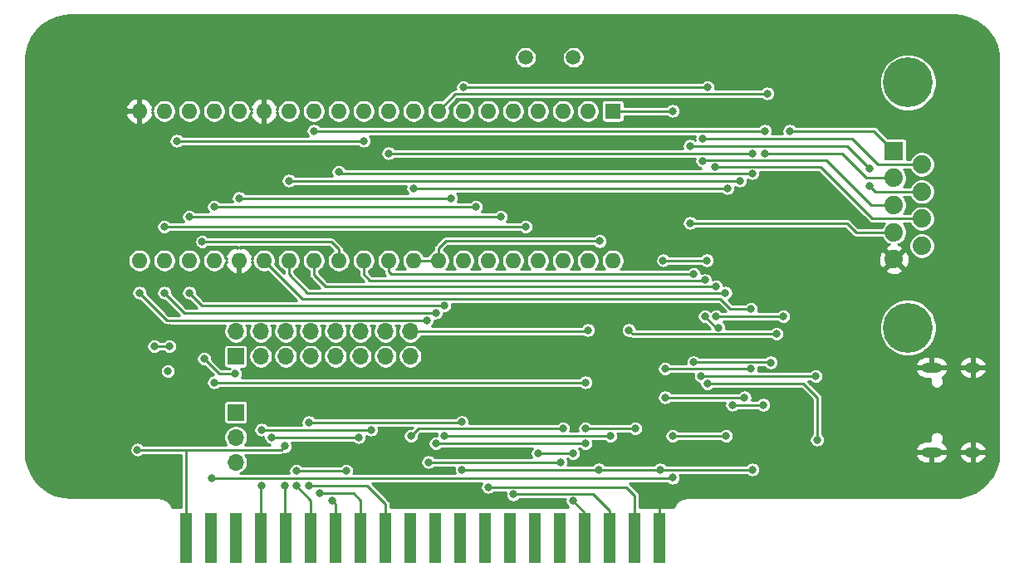
<source format=gbr>
G04 #@! TF.GenerationSoftware,KiCad,Pcbnew,(5.1.9-0-10_14)*
G04 #@! TF.CreationDate,2021-04-09T13:26:58-05:00*
G04 #@! TF.ProjectId,Serial Card,53657269-616c-4204-9361-72642e6b6963,rev?*
G04 #@! TF.SameCoordinates,Original*
G04 #@! TF.FileFunction,Copper,L2,Bot*
G04 #@! TF.FilePolarity,Positive*
%FSLAX46Y46*%
G04 Gerber Fmt 4.6, Leading zero omitted, Abs format (unit mm)*
G04 Created by KiCad (PCBNEW (5.1.9-0-10_14)) date 2021-04-09 13:26:58*
%MOMM*%
%LPD*%
G01*
G04 APERTURE LIST*
G04 #@! TA.AperFunction,SMDPad,CuDef*
%ADD10R,1.270000X5.080000*%
G04 #@! TD*
G04 #@! TA.AperFunction,ComponentPad*
%ADD11R,1.700000X1.700000*%
G04 #@! TD*
G04 #@! TA.AperFunction,ComponentPad*
%ADD12O,1.700000X1.700000*%
G04 #@! TD*
G04 #@! TA.AperFunction,ComponentPad*
%ADD13R,1.879600X1.879600*%
G04 #@! TD*
G04 #@! TA.AperFunction,ComponentPad*
%ADD14C,1.879600*%
G04 #@! TD*
G04 #@! TA.AperFunction,ComponentPad*
%ADD15C,5.080000*%
G04 #@! TD*
G04 #@! TA.AperFunction,ComponentPad*
%ADD16O,1.600000X1.000000*%
G04 #@! TD*
G04 #@! TA.AperFunction,ComponentPad*
%ADD17O,2.100000X1.000000*%
G04 #@! TD*
G04 #@! TA.AperFunction,ComponentPad*
%ADD18R,1.600000X1.600000*%
G04 #@! TD*
G04 #@! TA.AperFunction,ComponentPad*
%ADD19O,1.600000X1.600000*%
G04 #@! TD*
G04 #@! TA.AperFunction,ComponentPad*
%ADD20C,1.500000*%
G04 #@! TD*
G04 #@! TA.AperFunction,ViaPad*
%ADD21C,0.800000*%
G04 #@! TD*
G04 #@! TA.AperFunction,Conductor*
%ADD22C,0.250000*%
G04 #@! TD*
G04 #@! TA.AperFunction,Conductor*
%ADD23C,0.254000*%
G04 #@! TD*
G04 #@! TA.AperFunction,Conductor*
%ADD24C,0.100000*%
G04 #@! TD*
G04 APERTURE END LIST*
D10*
X115290000Y-129950000D03*
X117830000Y-129950000D03*
X120370000Y-129950000D03*
X122910000Y-129950000D03*
X125450000Y-129950000D03*
X127990000Y-129950000D03*
X130530000Y-129950000D03*
X133070000Y-129950000D03*
X135610000Y-129950000D03*
X138150000Y-129950000D03*
X140690000Y-129950000D03*
X143230000Y-129950000D03*
X145770000Y-129950000D03*
X148310000Y-129950000D03*
X150850000Y-129950000D03*
X153390000Y-129950000D03*
X155930000Y-129950000D03*
X158470000Y-129950000D03*
X161010000Y-129950000D03*
X163550000Y-129950000D03*
D11*
X120332500Y-111379000D03*
D12*
X120332500Y-108839000D03*
X122872500Y-111379000D03*
X122872500Y-108839000D03*
X125412500Y-111379000D03*
X125412500Y-108839000D03*
X127952500Y-111379000D03*
X127952500Y-108839000D03*
X130492500Y-111379000D03*
X130492500Y-108839000D03*
X133032500Y-111379000D03*
X133032500Y-108839000D03*
X135572500Y-111379000D03*
X135572500Y-108839000D03*
X138112500Y-111379000D03*
X138112500Y-108839000D03*
D13*
X187429140Y-90418920D03*
D14*
X187429140Y-93190060D03*
X187429140Y-95958660D03*
X187429140Y-98727260D03*
X187429140Y-101498400D03*
X190268860Y-91810840D03*
X190268860Y-94579440D03*
X190268860Y-97337880D03*
X190268860Y-100106480D03*
D15*
X188849000Y-83459320D03*
X188849000Y-108458000D03*
D11*
X120332500Y-117094000D03*
D12*
X120332500Y-119634000D03*
X120332500Y-122174000D03*
D16*
X195442000Y-112522000D03*
X195442000Y-121162000D03*
D17*
X191262000Y-121162000D03*
X191262000Y-112522000D03*
D18*
X158750000Y-86360000D03*
D19*
X110490000Y-101600000D03*
X156210000Y-86360000D03*
X113030000Y-101600000D03*
X153670000Y-86360000D03*
X115570000Y-101600000D03*
X151130000Y-86360000D03*
X118110000Y-101600000D03*
X148590000Y-86360000D03*
X120650000Y-101600000D03*
X146050000Y-86360000D03*
X123190000Y-101600000D03*
X143510000Y-86360000D03*
X125730000Y-101600000D03*
X140970000Y-86360000D03*
X128270000Y-101600000D03*
X138430000Y-86360000D03*
X130810000Y-101600000D03*
X135890000Y-86360000D03*
X133350000Y-101600000D03*
X133350000Y-86360000D03*
X135890000Y-101600000D03*
X130810000Y-86360000D03*
X138430000Y-101600000D03*
X128270000Y-86360000D03*
X140970000Y-101600000D03*
X125730000Y-86360000D03*
X143510000Y-101600000D03*
X123190000Y-86360000D03*
X146050000Y-101600000D03*
X120650000Y-86360000D03*
X148590000Y-101600000D03*
X118110000Y-86360000D03*
X151130000Y-101600000D03*
X115570000Y-86360000D03*
X153670000Y-101600000D03*
X113030000Y-86360000D03*
X156210000Y-101600000D03*
X110490000Y-86360000D03*
X158750000Y-101600000D03*
D20*
X154740000Y-80899000D03*
X149860000Y-80899000D03*
D21*
X113538000Y-108521500D03*
X136652000Y-123063000D03*
X123952000Y-118110000D03*
X139065000Y-116459000D03*
X143383000Y-116459000D03*
X143383000Y-111633000D03*
X139319000Y-124841000D03*
X136652000Y-124841000D03*
X162687000Y-107315000D03*
X155956000Y-111506000D03*
X161798000Y-95885000D03*
X140970000Y-80899000D03*
X163576000Y-80899000D03*
X162433000Y-121285000D03*
X159639000Y-121285000D03*
X117729000Y-108839000D03*
X113411000Y-114173000D03*
X115316000Y-119380000D03*
X168338500Y-101600000D03*
X163893502Y-101600000D03*
X163576000Y-122936000D03*
X172974000Y-122936000D03*
X157353000Y-122936000D03*
X170942000Y-116332000D03*
X174117000Y-116332000D03*
X127762000Y-118110000D03*
X143383000Y-122935986D03*
X143383000Y-118092990D03*
X125349000Y-120554734D03*
X110299500Y-120904000D03*
X153670000Y-118744999D03*
X138176000Y-119506994D03*
X120650000Y-95250000D03*
X142240000Y-95250000D03*
X118110000Y-96139000D03*
X144780002Y-96139000D03*
X115570000Y-97155000D03*
X147319998Y-97155000D03*
X113030000Y-98171000D03*
X149860000Y-98171000D03*
X153416000Y-122174000D03*
X139954000Y-122174000D03*
X139827000Y-107695994D03*
X110490000Y-104901996D03*
X155956000Y-120269000D03*
X140716000Y-106934000D03*
X140716000Y-120269000D03*
X113030000Y-104902000D03*
X158496000Y-119507000D03*
X141588000Y-119524000D03*
X141588004Y-106189024D03*
X115570000Y-104902000D03*
X161036000Y-118745000D03*
X155956000Y-118745000D03*
X155956000Y-114046000D03*
X118110000Y-114046000D03*
X122936000Y-124586998D03*
X134112000Y-118872000D03*
X122936000Y-118872000D03*
X125349000Y-124587000D03*
X132842000Y-119634000D03*
X123952000Y-119634000D03*
X126492000Y-124587000D03*
X126492000Y-123063000D03*
X131572000Y-123062998D03*
X130175000Y-126111000D03*
X128905000Y-125349000D03*
X127762000Y-124587000D03*
X151130000Y-121285000D03*
X154686002Y-126111000D03*
X154686008Y-121285000D03*
X148606541Y-125459459D03*
X146050000Y-124714000D03*
X170307000Y-119507000D03*
X164846000Y-86359998D03*
X164846000Y-119507000D03*
X117856000Y-123825000D03*
X164846000Y-123761500D03*
X156210000Y-108712000D03*
X176784000Y-88392000D03*
X174244000Y-90678000D03*
X167894000Y-91440000D03*
X166624000Y-97790000D03*
X167894000Y-89154000D03*
X166624000Y-89915999D03*
X184912000Y-92202000D03*
X184912000Y-93980000D03*
X169164000Y-92057990D03*
X120269000Y-113157000D03*
X117094000Y-111633000D03*
X167767000Y-113411000D03*
X179451000Y-113411000D03*
X168402000Y-114173000D03*
X179578000Y-119888000D03*
X164084000Y-112649000D03*
X172847000Y-112649000D03*
X164084000Y-115570000D03*
X172195000Y-115570000D03*
X138430000Y-94234000D03*
X170434000Y-94234000D03*
X171704000Y-93472000D03*
X125730000Y-93472000D03*
X172974000Y-92710000D03*
X130810000Y-92565990D03*
X174498000Y-84582000D03*
X174244000Y-88392000D03*
X128270000Y-88392000D03*
X172974000Y-90678000D03*
X135890000Y-90678000D03*
X168402000Y-83930000D03*
X143510000Y-83930000D03*
X112014000Y-110363000D03*
X113538000Y-110363000D03*
X133350000Y-89408008D03*
X114300000Y-89407996D03*
X113410994Y-112903000D03*
X116903502Y-99695000D03*
X169291000Y-107315000D03*
X176149000Y-107315000D03*
X169291000Y-104249990D03*
X175450500Y-109093000D03*
X160401000Y-108712000D03*
X157416500Y-99631500D03*
X167005000Y-111997000D03*
X174879000Y-112014000D03*
X167005000Y-102979990D03*
X172847002Y-106553000D03*
X170243500Y-104901998D03*
X169545000Y-108458000D03*
X168148000Y-107315000D03*
X168148000Y-103614990D03*
D22*
X163550000Y-129950000D02*
X163550000Y-125502000D01*
X168338500Y-101600000D02*
X163893502Y-101600000D01*
X163576000Y-122936000D02*
X172974000Y-122936000D01*
X157353000Y-122936000D02*
X163576000Y-122936000D01*
X170942000Y-116332000D02*
X174117000Y-116332000D01*
X115290000Y-129950000D02*
X115290000Y-126137000D01*
X157353000Y-122936000D02*
X143383014Y-122936000D01*
X143383014Y-122936000D02*
X143383000Y-122935986D01*
X143365990Y-118110000D02*
X143383000Y-118092990D01*
X127762000Y-118110000D02*
X143365990Y-118110000D01*
X115379500Y-120904000D02*
X124999734Y-120904000D01*
X124999734Y-120904000D02*
X125349000Y-120554734D01*
X115290000Y-120993500D02*
X115379500Y-120904000D01*
X115290000Y-126137000D02*
X115290000Y-120993500D01*
X110426500Y-120904000D02*
X110299500Y-121031000D01*
X115290000Y-120904000D02*
X110426500Y-120904000D01*
X115290000Y-126137000D02*
X115290000Y-120904000D01*
X153670000Y-118744999D02*
X138937995Y-118744999D01*
X138937995Y-118744999D02*
X138176000Y-119506994D01*
X141986000Y-95250000D02*
X142240000Y-95250000D01*
X120650000Y-95250000D02*
X141986000Y-95250000D01*
X118110000Y-96139000D02*
X144780002Y-96139000D01*
X115570000Y-97155000D02*
X147193000Y-97155000D01*
X147193000Y-97155000D02*
X147319998Y-97155000D01*
X113030000Y-98171000D02*
X149860000Y-98171000D01*
X153416000Y-122174000D02*
X139954000Y-122174000D01*
X113283998Y-107695994D02*
X110490000Y-104901996D01*
X139827000Y-107695994D02*
X113283998Y-107695994D01*
X155956000Y-120269000D02*
X140716000Y-120269000D01*
X115062000Y-106934000D02*
X113030000Y-104902000D01*
X140716000Y-106934000D02*
X115062000Y-106934000D01*
X158479000Y-119524000D02*
X141588000Y-119524000D01*
X158496000Y-119507000D02*
X158479000Y-119524000D01*
X141588004Y-106189024D02*
X116857024Y-106189024D01*
X116857024Y-106189024D02*
X115570000Y-104902000D01*
X161036000Y-118745000D02*
X155956000Y-118745000D01*
X155956000Y-114046000D02*
X118110000Y-114046000D01*
X122910000Y-129950000D02*
X122910000Y-124612998D01*
X122910000Y-124612998D02*
X122936000Y-124586998D01*
X134112000Y-118872000D02*
X122936000Y-118872000D01*
X125349000Y-129849000D02*
X125450000Y-129950000D01*
X125349000Y-124587000D02*
X125349000Y-129849000D01*
X132842000Y-119634000D02*
X123952000Y-119634000D01*
X127990000Y-126085000D02*
X126492000Y-124587000D01*
X127990000Y-129950000D02*
X127990000Y-126085000D01*
X131571998Y-123063000D02*
X131572000Y-123062998D01*
X126492000Y-123063000D02*
X131571998Y-123063000D01*
X130530000Y-126466000D02*
X130175000Y-126111000D01*
X130530000Y-129950000D02*
X130530000Y-126466000D01*
X132334000Y-125349000D02*
X128905000Y-125349000D01*
X133070000Y-129950000D02*
X133070000Y-126085000D01*
X133070000Y-126085000D02*
X132334000Y-125349000D01*
X135610000Y-129950000D02*
X135610000Y-126466000D01*
X133731000Y-124587000D02*
X127762000Y-124587000D01*
X135610000Y-126466000D02*
X133731000Y-124587000D01*
X155930000Y-129950000D02*
X155930000Y-127354998D01*
X155930000Y-127354998D02*
X154686002Y-126111000D01*
X151130000Y-121285000D02*
X154686008Y-121285000D01*
X149172687Y-125458998D02*
X149172226Y-125459459D01*
X149172226Y-125459459D02*
X148606541Y-125459459D01*
X158470000Y-129950000D02*
X158470000Y-127160000D01*
X156768998Y-125458998D02*
X149172687Y-125458998D01*
X158470000Y-127160000D02*
X156768998Y-125458998D01*
X160147000Y-124714000D02*
X146050000Y-124714000D01*
X161010000Y-129950000D02*
X161010000Y-125577000D01*
X161010000Y-125577000D02*
X160147000Y-124714000D01*
X164845998Y-86360000D02*
X164846000Y-86359998D01*
X158750000Y-86360000D02*
X164845998Y-86360000D01*
X170307000Y-119507000D02*
X164846000Y-119507000D01*
X164782500Y-123825000D02*
X164846000Y-123761500D01*
X117856000Y-123825000D02*
X164782500Y-123825000D01*
X156083000Y-108839000D02*
X156210000Y-108712000D01*
X138112500Y-108839000D02*
X156083000Y-108839000D01*
X185402220Y-88392000D02*
X176784000Y-88392000D01*
X187429140Y-90418920D02*
X185402220Y-88392000D01*
X187429140Y-93190060D02*
X187401200Y-93218000D01*
X184630060Y-93190060D02*
X182118000Y-90678000D01*
X182118000Y-90678000D02*
X174244000Y-90678000D01*
X187429140Y-93190060D02*
X184630060Y-93190060D01*
X185112660Y-95958660D02*
X187429140Y-95958660D01*
X180559988Y-91405988D02*
X185112660Y-95958660D01*
X167928012Y-91405988D02*
X180559988Y-91405988D01*
X167894000Y-91440000D02*
X167928012Y-91405988D01*
X183563260Y-98727260D02*
X187429140Y-98727260D01*
X166624000Y-97790000D02*
X182626000Y-97790000D01*
X182626000Y-97790000D02*
X183563260Y-98727260D01*
X183134000Y-89154000D02*
X167894000Y-89154000D01*
X185790840Y-91810840D02*
X183134000Y-89154000D01*
X190268860Y-91810840D02*
X185790840Y-91810840D01*
X182626000Y-89916000D02*
X184912000Y-92202000D01*
X166624001Y-89916000D02*
X182626000Y-89916000D01*
X166624000Y-89915999D02*
X166624001Y-89916000D01*
X185511440Y-94579440D02*
X184912000Y-93980000D01*
X190268860Y-94579440D02*
X185511440Y-94579440D01*
X190268860Y-97337880D02*
X185221880Y-97337880D01*
X185221880Y-97337880D02*
X179941990Y-92057990D01*
X179941990Y-92057990D02*
X169164000Y-92057990D01*
X118618000Y-113157000D02*
X117094000Y-111633000D01*
X120269000Y-113157000D02*
X118618000Y-113157000D01*
X167767000Y-113411000D02*
X179451000Y-113411000D01*
X168402000Y-114173000D02*
X178181000Y-114173000D01*
X178181000Y-114173000D02*
X178435000Y-114427000D01*
X179578000Y-115570000D02*
X179578000Y-119888000D01*
X178435000Y-114427000D02*
X179578000Y-115570000D01*
X164084000Y-112649000D02*
X172847000Y-112649000D01*
X164084000Y-115570000D02*
X172195000Y-115570000D01*
X138430000Y-94234000D02*
X170434000Y-94234000D01*
X126295685Y-93472000D02*
X125730000Y-93472000D01*
X171704000Y-93472000D02*
X126295685Y-93472000D01*
X172974000Y-92710000D02*
X130954010Y-92710000D01*
X130954010Y-92710000D02*
X130810000Y-92565990D01*
X142684500Y-84645500D02*
X140970000Y-86360000D01*
X174434500Y-84645500D02*
X142684500Y-84645500D01*
X174498000Y-84582000D02*
X174434500Y-84645500D01*
X174244000Y-88392000D02*
X128270000Y-88392000D01*
X172974000Y-90678000D02*
X135890000Y-90678000D01*
X168402000Y-83930000D02*
X143510000Y-83930000D01*
X112014000Y-110363000D02*
X113538000Y-110363000D01*
X133350000Y-89408008D02*
X114300012Y-89408008D01*
X114300012Y-89408008D02*
X114300000Y-89407996D01*
X130048000Y-99695000D02*
X116903502Y-99695000D01*
X130810000Y-100457000D02*
X130048000Y-99695000D01*
X130810000Y-101600000D02*
X130810000Y-100457000D01*
X169291000Y-107315000D02*
X176149000Y-107315000D01*
X129476500Y-104267000D02*
X169273990Y-104267000D01*
X169273990Y-104267000D02*
X169291000Y-104249990D01*
X128270000Y-103060500D02*
X129476500Y-104267000D01*
X128270000Y-101600000D02*
X128270000Y-103060500D01*
X138430000Y-101600000D02*
X140970000Y-101600000D01*
X175450500Y-109093000D02*
X174625000Y-109093000D01*
X160799001Y-109110001D02*
X160401000Y-108712000D01*
X174607999Y-109110001D02*
X160799001Y-109110001D01*
X174625000Y-109093000D02*
X174607999Y-109110001D01*
X141732000Y-99631500D02*
X157416500Y-99631500D01*
X140970000Y-100393500D02*
X141732000Y-99631500D01*
X140970000Y-101600000D02*
X140970000Y-100393500D01*
X174862000Y-111997000D02*
X174879000Y-112014000D01*
X167005000Y-111997000D02*
X174862000Y-111997000D01*
X136161010Y-102979990D02*
X167005000Y-102979990D01*
X136144000Y-102997000D02*
X136161010Y-102979990D01*
X135890000Y-102743000D02*
X136144000Y-102997000D01*
X135890000Y-101600000D02*
X135890000Y-102743000D01*
X127127000Y-105537000D02*
X169723038Y-105537000D01*
X123190000Y-101600000D02*
X127127000Y-105537000D01*
X169723038Y-105537000D02*
X170739038Y-106553000D01*
X170739038Y-106553000D02*
X172847002Y-106553000D01*
X170243498Y-104902000D02*
X170243500Y-104901998D01*
X127635000Y-104902000D02*
X170243498Y-104902000D01*
X125730000Y-102997000D02*
X127635000Y-104902000D01*
X125730000Y-101600000D02*
X125730000Y-102997000D01*
X169291000Y-108458000D02*
X168148000Y-107315000D01*
X169545000Y-108458000D02*
X169291000Y-108458000D01*
X133985000Y-103632000D02*
X168130990Y-103632000D01*
X168130990Y-103632000D02*
X168148000Y-103614990D01*
X133350000Y-102997000D02*
X133985000Y-103632000D01*
X133350000Y-101600000D02*
X133350000Y-102997000D01*
D23*
X194314346Y-76673794D02*
X195101873Y-76889238D01*
X195838816Y-77240741D01*
X196501860Y-77717187D01*
X197070056Y-78303519D01*
X197525438Y-78981200D01*
X197853619Y-79728816D01*
X198044970Y-80525851D01*
X198095101Y-81208506D01*
X198095100Y-121175515D01*
X198020906Y-122006846D01*
X197805462Y-122794374D01*
X197453959Y-123531316D01*
X196977513Y-124194360D01*
X196391181Y-124762556D01*
X195713500Y-125217938D01*
X194965884Y-125546119D01*
X194168849Y-125737470D01*
X193486208Y-125787600D01*
X166281159Y-125787600D01*
X166263511Y-125789338D01*
X166257321Y-125789295D01*
X166251679Y-125789848D01*
X166057582Y-125810249D01*
X166021496Y-125817656D01*
X165985392Y-125824544D01*
X165979967Y-125826181D01*
X165979961Y-125826183D01*
X165793527Y-125883894D01*
X165759600Y-125898155D01*
X165725487Y-125911938D01*
X165720481Y-125914599D01*
X165548804Y-126007424D01*
X165518237Y-126028042D01*
X165487506Y-126048152D01*
X165483112Y-126051734D01*
X165332734Y-126176138D01*
X165306764Y-126202289D01*
X165280516Y-126227994D01*
X165276907Y-126232356D01*
X165276901Y-126232362D01*
X165276897Y-126232369D01*
X165153552Y-126383604D01*
X165133178Y-126414269D01*
X165112399Y-126444616D01*
X165109705Y-126449598D01*
X165109702Y-126449602D01*
X165109702Y-126449603D01*
X165018077Y-126621925D01*
X165004049Y-126655960D01*
X164989559Y-126689768D01*
X164987882Y-126695183D01*
X164972539Y-126746000D01*
X161516000Y-126746000D01*
X161516000Y-125601845D01*
X161518447Y-125576999D01*
X161516000Y-125552153D01*
X161516000Y-125552146D01*
X161508678Y-125477807D01*
X161479745Y-125382425D01*
X161432759Y-125294521D01*
X161369527Y-125217473D01*
X161350220Y-125201628D01*
X160522376Y-124373785D01*
X160506527Y-124354473D01*
X160477925Y-124331000D01*
X164310999Y-124331000D01*
X164348141Y-124368142D01*
X164476058Y-124453613D01*
X164618191Y-124512487D01*
X164769078Y-124542500D01*
X164922922Y-124542500D01*
X165073809Y-124512487D01*
X165215942Y-124453613D01*
X165343859Y-124368142D01*
X165452642Y-124259359D01*
X165538113Y-124131442D01*
X165596987Y-123989309D01*
X165627000Y-123838422D01*
X165627000Y-123684578D01*
X165596987Y-123533691D01*
X165559007Y-123442000D01*
X172375499Y-123442000D01*
X172476141Y-123542642D01*
X172604058Y-123628113D01*
X172746191Y-123686987D01*
X172897078Y-123717000D01*
X173050922Y-123717000D01*
X173201809Y-123686987D01*
X173343942Y-123628113D01*
X173471859Y-123542642D01*
X173580642Y-123433859D01*
X173666113Y-123305942D01*
X173724987Y-123163809D01*
X173755000Y-123012922D01*
X173755000Y-122859078D01*
X173724987Y-122708191D01*
X173666113Y-122566058D01*
X173580642Y-122438141D01*
X173471859Y-122329358D01*
X173343942Y-122243887D01*
X173201809Y-122185013D01*
X173050922Y-122155000D01*
X172897078Y-122155000D01*
X172746191Y-122185013D01*
X172604058Y-122243887D01*
X172476141Y-122329358D01*
X172375499Y-122430000D01*
X164174501Y-122430000D01*
X164073859Y-122329358D01*
X163945942Y-122243887D01*
X163803809Y-122185013D01*
X163652922Y-122155000D01*
X163499078Y-122155000D01*
X163348191Y-122185013D01*
X163206058Y-122243887D01*
X163078141Y-122329358D01*
X162977499Y-122430000D01*
X157951501Y-122430000D01*
X157850859Y-122329358D01*
X157722942Y-122243887D01*
X157580809Y-122185013D01*
X157429922Y-122155000D01*
X157276078Y-122155000D01*
X157125191Y-122185013D01*
X156983058Y-122243887D01*
X156855141Y-122329358D01*
X156754499Y-122430000D01*
X154155310Y-122430000D01*
X154166987Y-122401809D01*
X154197000Y-122250922D01*
X154197000Y-122097078D01*
X154166987Y-121946191D01*
X154113450Y-121816943D01*
X154188149Y-121891642D01*
X154316066Y-121977113D01*
X154458199Y-122035987D01*
X154609086Y-122066000D01*
X154762930Y-122066000D01*
X154913817Y-122035987D01*
X155055950Y-121977113D01*
X155183867Y-121891642D01*
X155292650Y-121782859D01*
X155378121Y-121654942D01*
X155436995Y-121512809D01*
X155446728Y-121463874D01*
X189617881Y-121463874D01*
X189697724Y-121686976D01*
X189819631Y-121874764D01*
X189975831Y-122035161D01*
X190160322Y-122162003D01*
X190366013Y-122250415D01*
X190585000Y-122297000D01*
X191135000Y-122297000D01*
X191135000Y-121289000D01*
X191389000Y-121289000D01*
X191389000Y-122297000D01*
X191939000Y-122297000D01*
X192157987Y-122250415D01*
X192363678Y-122162003D01*
X192548169Y-122035161D01*
X192704369Y-121874764D01*
X192826276Y-121686976D01*
X192906119Y-121463874D01*
X194047881Y-121463874D01*
X194127724Y-121686976D01*
X194249631Y-121874764D01*
X194405831Y-122035161D01*
X194590322Y-122162003D01*
X194796013Y-122250415D01*
X195015000Y-122297000D01*
X195315000Y-122297000D01*
X195315000Y-121289000D01*
X195569000Y-121289000D01*
X195569000Y-122297000D01*
X195869000Y-122297000D01*
X196087987Y-122250415D01*
X196293678Y-122162003D01*
X196478169Y-122035161D01*
X196634369Y-121874764D01*
X196756276Y-121686976D01*
X196836119Y-121463874D01*
X196709954Y-121289000D01*
X195569000Y-121289000D01*
X195315000Y-121289000D01*
X194174046Y-121289000D01*
X194047881Y-121463874D01*
X192906119Y-121463874D01*
X192779954Y-121289000D01*
X191389000Y-121289000D01*
X191135000Y-121289000D01*
X189744046Y-121289000D01*
X189617881Y-121463874D01*
X155446728Y-121463874D01*
X155467008Y-121361922D01*
X155467008Y-121208078D01*
X155436995Y-121057191D01*
X155378121Y-120915058D01*
X155292650Y-120787141D01*
X155280509Y-120775000D01*
X155357499Y-120775000D01*
X155458141Y-120875642D01*
X155586058Y-120961113D01*
X155728191Y-121019987D01*
X155879078Y-121050000D01*
X156032922Y-121050000D01*
X156183809Y-121019987D01*
X156325942Y-120961113D01*
X156453859Y-120875642D01*
X156469375Y-120860126D01*
X189617881Y-120860126D01*
X189744046Y-121035000D01*
X191135000Y-121035000D01*
X191135000Y-121015000D01*
X191389000Y-121015000D01*
X191389000Y-121035000D01*
X192779954Y-121035000D01*
X192906119Y-120860126D01*
X194047881Y-120860126D01*
X194174046Y-121035000D01*
X195315000Y-121035000D01*
X195315000Y-120027000D01*
X195569000Y-120027000D01*
X195569000Y-121035000D01*
X196709954Y-121035000D01*
X196836119Y-120860126D01*
X196756276Y-120637024D01*
X196634369Y-120449236D01*
X196478169Y-120288839D01*
X196293678Y-120161997D01*
X196087987Y-120073585D01*
X195869000Y-120027000D01*
X195569000Y-120027000D01*
X195315000Y-120027000D01*
X195015000Y-120027000D01*
X194796013Y-120073585D01*
X194590322Y-120161997D01*
X194405831Y-120288839D01*
X194249631Y-120449236D01*
X194127724Y-120637024D01*
X194047881Y-120860126D01*
X192906119Y-120860126D01*
X192826276Y-120637024D01*
X192704369Y-120449236D01*
X192548169Y-120288839D01*
X192363678Y-120161997D01*
X192355992Y-120158693D01*
X192417649Y-120066416D01*
X192470869Y-119937933D01*
X192498000Y-119801535D01*
X192498000Y-119662465D01*
X192470869Y-119526067D01*
X192417649Y-119397584D01*
X192340386Y-119281951D01*
X192242049Y-119183614D01*
X192126416Y-119106351D01*
X191997933Y-119053131D01*
X191861535Y-119026000D01*
X191722465Y-119026000D01*
X191586067Y-119053131D01*
X191457584Y-119106351D01*
X191341951Y-119183614D01*
X191243614Y-119281951D01*
X191166351Y-119397584D01*
X191113131Y-119526067D01*
X191086000Y-119662465D01*
X191086000Y-119801535D01*
X191113131Y-119937933D01*
X191150024Y-120027000D01*
X190585000Y-120027000D01*
X190366013Y-120073585D01*
X190160322Y-120161997D01*
X189975831Y-120288839D01*
X189819631Y-120449236D01*
X189697724Y-120637024D01*
X189617881Y-120860126D01*
X156469375Y-120860126D01*
X156562642Y-120766859D01*
X156648113Y-120638942D01*
X156706987Y-120496809D01*
X156737000Y-120345922D01*
X156737000Y-120192078D01*
X156706987Y-120041191D01*
X156702351Y-120030000D01*
X157914499Y-120030000D01*
X157998141Y-120113642D01*
X158126058Y-120199113D01*
X158268191Y-120257987D01*
X158419078Y-120288000D01*
X158572922Y-120288000D01*
X158723809Y-120257987D01*
X158865942Y-120199113D01*
X158993859Y-120113642D01*
X159102642Y-120004859D01*
X159188113Y-119876942D01*
X159246987Y-119734809D01*
X159277000Y-119583922D01*
X159277000Y-119430078D01*
X159246987Y-119279191D01*
X159235310Y-119251000D01*
X160437499Y-119251000D01*
X160538141Y-119351642D01*
X160666058Y-119437113D01*
X160808191Y-119495987D01*
X160959078Y-119526000D01*
X161112922Y-119526000D01*
X161263809Y-119495987D01*
X161405942Y-119437113D01*
X161416470Y-119430078D01*
X164065000Y-119430078D01*
X164065000Y-119583922D01*
X164095013Y-119734809D01*
X164153887Y-119876942D01*
X164239358Y-120004859D01*
X164348141Y-120113642D01*
X164476058Y-120199113D01*
X164618191Y-120257987D01*
X164769078Y-120288000D01*
X164922922Y-120288000D01*
X165073809Y-120257987D01*
X165215942Y-120199113D01*
X165343859Y-120113642D01*
X165444501Y-120013000D01*
X169708499Y-120013000D01*
X169809141Y-120113642D01*
X169937058Y-120199113D01*
X170079191Y-120257987D01*
X170230078Y-120288000D01*
X170383922Y-120288000D01*
X170534809Y-120257987D01*
X170676942Y-120199113D01*
X170804859Y-120113642D01*
X170913642Y-120004859D01*
X170999113Y-119876942D01*
X171057987Y-119734809D01*
X171088000Y-119583922D01*
X171088000Y-119430078D01*
X171057987Y-119279191D01*
X170999113Y-119137058D01*
X170913642Y-119009141D01*
X170804859Y-118900358D01*
X170676942Y-118814887D01*
X170534809Y-118756013D01*
X170383922Y-118726000D01*
X170230078Y-118726000D01*
X170079191Y-118756013D01*
X169937058Y-118814887D01*
X169809141Y-118900358D01*
X169708499Y-119001000D01*
X165444501Y-119001000D01*
X165343859Y-118900358D01*
X165215942Y-118814887D01*
X165073809Y-118756013D01*
X164922922Y-118726000D01*
X164769078Y-118726000D01*
X164618191Y-118756013D01*
X164476058Y-118814887D01*
X164348141Y-118900358D01*
X164239358Y-119009141D01*
X164153887Y-119137058D01*
X164095013Y-119279191D01*
X164065000Y-119430078D01*
X161416470Y-119430078D01*
X161533859Y-119351642D01*
X161642642Y-119242859D01*
X161728113Y-119114942D01*
X161786987Y-118972809D01*
X161817000Y-118821922D01*
X161817000Y-118668078D01*
X161786987Y-118517191D01*
X161728113Y-118375058D01*
X161642642Y-118247141D01*
X161533859Y-118138358D01*
X161405942Y-118052887D01*
X161263809Y-117994013D01*
X161112922Y-117964000D01*
X160959078Y-117964000D01*
X160808191Y-117994013D01*
X160666058Y-118052887D01*
X160538141Y-118138358D01*
X160437499Y-118239000D01*
X156554501Y-118239000D01*
X156453859Y-118138358D01*
X156325942Y-118052887D01*
X156183809Y-117994013D01*
X156032922Y-117964000D01*
X155879078Y-117964000D01*
X155728191Y-117994013D01*
X155586058Y-118052887D01*
X155458141Y-118138358D01*
X155349358Y-118247141D01*
X155263887Y-118375058D01*
X155205013Y-118517191D01*
X155175000Y-118668078D01*
X155175000Y-118821922D01*
X155205013Y-118972809D01*
X155223732Y-119018000D01*
X154402268Y-119018000D01*
X154420987Y-118972808D01*
X154451000Y-118821921D01*
X154451000Y-118668077D01*
X154420987Y-118517190D01*
X154362113Y-118375057D01*
X154276642Y-118247140D01*
X154167859Y-118138357D01*
X154039942Y-118052886D01*
X153897809Y-117994012D01*
X153746922Y-117963999D01*
X153593078Y-117963999D01*
X153442191Y-117994012D01*
X153300058Y-118052886D01*
X153172141Y-118138357D01*
X153071499Y-118238999D01*
X144150258Y-118238999D01*
X144164000Y-118169912D01*
X144164000Y-118016068D01*
X144133987Y-117865181D01*
X144075113Y-117723048D01*
X143989642Y-117595131D01*
X143880859Y-117486348D01*
X143752942Y-117400877D01*
X143610809Y-117342003D01*
X143459922Y-117311990D01*
X143306078Y-117311990D01*
X143155191Y-117342003D01*
X143013058Y-117400877D01*
X142885141Y-117486348D01*
X142776358Y-117595131D01*
X142770432Y-117604000D01*
X128360501Y-117604000D01*
X128259859Y-117503358D01*
X128131942Y-117417887D01*
X127989809Y-117359013D01*
X127838922Y-117329000D01*
X127685078Y-117329000D01*
X127534191Y-117359013D01*
X127392058Y-117417887D01*
X127264141Y-117503358D01*
X127155358Y-117612141D01*
X127069887Y-117740058D01*
X127011013Y-117882191D01*
X126981000Y-118033078D01*
X126981000Y-118186922D01*
X127011013Y-118337809D01*
X127022690Y-118366000D01*
X123534501Y-118366000D01*
X123433859Y-118265358D01*
X123305942Y-118179887D01*
X123163809Y-118121013D01*
X123012922Y-118091000D01*
X122859078Y-118091000D01*
X122708191Y-118121013D01*
X122566058Y-118179887D01*
X122438141Y-118265358D01*
X122329358Y-118374141D01*
X122243887Y-118502058D01*
X122185013Y-118644191D01*
X122155000Y-118795078D01*
X122155000Y-118948922D01*
X122185013Y-119099809D01*
X122243887Y-119241942D01*
X122329358Y-119369859D01*
X122438141Y-119478642D01*
X122566058Y-119564113D01*
X122708191Y-119622987D01*
X122859078Y-119653000D01*
X123012922Y-119653000D01*
X123163809Y-119622987D01*
X123171000Y-119620008D01*
X123171000Y-119710922D01*
X123201013Y-119861809D01*
X123259887Y-120003942D01*
X123345358Y-120131859D01*
X123454141Y-120240642D01*
X123582058Y-120326113D01*
X123724191Y-120384987D01*
X123789612Y-120398000D01*
X121302523Y-120398000D01*
X121423398Y-120217097D01*
X121516193Y-119993069D01*
X121563500Y-119755243D01*
X121563500Y-119512757D01*
X121516193Y-119274931D01*
X121423398Y-119050903D01*
X121288680Y-118849283D01*
X121117217Y-118677820D01*
X120915597Y-118543102D01*
X120691569Y-118450307D01*
X120453743Y-118403000D01*
X120211257Y-118403000D01*
X119973431Y-118450307D01*
X119749403Y-118543102D01*
X119547783Y-118677820D01*
X119376320Y-118849283D01*
X119241602Y-119050903D01*
X119148807Y-119274931D01*
X119101500Y-119512757D01*
X119101500Y-119755243D01*
X119148807Y-119993069D01*
X119241602Y-120217097D01*
X119362477Y-120398000D01*
X115404345Y-120398000D01*
X115379499Y-120395553D01*
X115354653Y-120398000D01*
X115354646Y-120398000D01*
X115334750Y-120399960D01*
X115314854Y-120398000D01*
X115290000Y-120395552D01*
X115265146Y-120398000D01*
X110898001Y-120398000D01*
X110797359Y-120297358D01*
X110669442Y-120211887D01*
X110527309Y-120153013D01*
X110376422Y-120123000D01*
X110222578Y-120123000D01*
X110071691Y-120153013D01*
X109929558Y-120211887D01*
X109801641Y-120297358D01*
X109692858Y-120406141D01*
X109607387Y-120534058D01*
X109548513Y-120676191D01*
X109518500Y-120827078D01*
X109518500Y-120980922D01*
X109548513Y-121131809D01*
X109607387Y-121273942D01*
X109692858Y-121401859D01*
X109801641Y-121510642D01*
X109929558Y-121596113D01*
X110071691Y-121654987D01*
X110222578Y-121685000D01*
X110376422Y-121685000D01*
X110527309Y-121654987D01*
X110669442Y-121596113D01*
X110797359Y-121510642D01*
X110898001Y-121410000D01*
X114784001Y-121410000D01*
X114784000Y-126161853D01*
X114784001Y-126161863D01*
X114784001Y-126746000D01*
X113829371Y-126746000D01*
X113810806Y-126686027D01*
X113796545Y-126652100D01*
X113782762Y-126617987D01*
X113780101Y-126612981D01*
X113687276Y-126441304D01*
X113666658Y-126410737D01*
X113646548Y-126380006D01*
X113642966Y-126375612D01*
X113518562Y-126225234D01*
X113492411Y-126199264D01*
X113466706Y-126173016D01*
X113462344Y-126169407D01*
X113462338Y-126169401D01*
X113462331Y-126169397D01*
X113311096Y-126046052D01*
X113280431Y-126025678D01*
X113250084Y-126004899D01*
X113245102Y-126002205D01*
X113245098Y-126002202D01*
X113245094Y-126002200D01*
X113072775Y-125910577D01*
X113038740Y-125896549D01*
X113004932Y-125882059D01*
X112999517Y-125880382D01*
X112812681Y-125823973D01*
X112776511Y-125816811D01*
X112740591Y-125809176D01*
X112734964Y-125808584D01*
X112734953Y-125808582D01*
X112734943Y-125808582D01*
X112540719Y-125789538D01*
X112540718Y-125789538D01*
X112521041Y-125787600D01*
X103519185Y-125787600D01*
X102687854Y-125713406D01*
X101900326Y-125497962D01*
X101163384Y-125146459D01*
X100500340Y-124670013D01*
X99932144Y-124083681D01*
X99476762Y-123406000D01*
X99148581Y-122658384D01*
X98957230Y-121861349D01*
X98907100Y-121178708D01*
X98907100Y-116244000D01*
X119099657Y-116244000D01*
X119099657Y-117944000D01*
X119107013Y-118018689D01*
X119128799Y-118090508D01*
X119164178Y-118156696D01*
X119211789Y-118214711D01*
X119269804Y-118262322D01*
X119335992Y-118297701D01*
X119407811Y-118319487D01*
X119482500Y-118326843D01*
X121182500Y-118326843D01*
X121257189Y-118319487D01*
X121329008Y-118297701D01*
X121395196Y-118262322D01*
X121453211Y-118214711D01*
X121500822Y-118156696D01*
X121536201Y-118090508D01*
X121557987Y-118018689D01*
X121565343Y-117944000D01*
X121565343Y-116244000D01*
X121557987Y-116169311D01*
X121536201Y-116097492D01*
X121500822Y-116031304D01*
X121453211Y-115973289D01*
X121395196Y-115925678D01*
X121329008Y-115890299D01*
X121257189Y-115868513D01*
X121182500Y-115861157D01*
X119482500Y-115861157D01*
X119407811Y-115868513D01*
X119335992Y-115890299D01*
X119269804Y-115925678D01*
X119211789Y-115973289D01*
X119164178Y-116031304D01*
X119128799Y-116097492D01*
X119107013Y-116169311D01*
X119099657Y-116244000D01*
X98907100Y-116244000D01*
X98907100Y-115493078D01*
X163303000Y-115493078D01*
X163303000Y-115646922D01*
X163333013Y-115797809D01*
X163391887Y-115939942D01*
X163477358Y-116067859D01*
X163586141Y-116176642D01*
X163714058Y-116262113D01*
X163856191Y-116320987D01*
X164007078Y-116351000D01*
X164160922Y-116351000D01*
X164311809Y-116320987D01*
X164453942Y-116262113D01*
X164581859Y-116176642D01*
X164682501Y-116076000D01*
X170202690Y-116076000D01*
X170191013Y-116104191D01*
X170161000Y-116255078D01*
X170161000Y-116408922D01*
X170191013Y-116559809D01*
X170249887Y-116701942D01*
X170335358Y-116829859D01*
X170444141Y-116938642D01*
X170572058Y-117024113D01*
X170714191Y-117082987D01*
X170865078Y-117113000D01*
X171018922Y-117113000D01*
X171169809Y-117082987D01*
X171311942Y-117024113D01*
X171439859Y-116938642D01*
X171540501Y-116838000D01*
X173518499Y-116838000D01*
X173619141Y-116938642D01*
X173747058Y-117024113D01*
X173889191Y-117082987D01*
X174040078Y-117113000D01*
X174193922Y-117113000D01*
X174344809Y-117082987D01*
X174486942Y-117024113D01*
X174614859Y-116938642D01*
X174723642Y-116829859D01*
X174809113Y-116701942D01*
X174867987Y-116559809D01*
X174898000Y-116408922D01*
X174898000Y-116255078D01*
X174867987Y-116104191D01*
X174809113Y-115962058D01*
X174723642Y-115834141D01*
X174614859Y-115725358D01*
X174486942Y-115639887D01*
X174344809Y-115581013D01*
X174193922Y-115551000D01*
X174040078Y-115551000D01*
X173889191Y-115581013D01*
X173747058Y-115639887D01*
X173619141Y-115725358D01*
X173518499Y-115826000D01*
X172934310Y-115826000D01*
X172945987Y-115797809D01*
X172976000Y-115646922D01*
X172976000Y-115493078D01*
X172945987Y-115342191D01*
X172887113Y-115200058D01*
X172801642Y-115072141D01*
X172692859Y-114963358D01*
X172564942Y-114877887D01*
X172422809Y-114819013D01*
X172271922Y-114789000D01*
X172118078Y-114789000D01*
X171967191Y-114819013D01*
X171825058Y-114877887D01*
X171697141Y-114963358D01*
X171596499Y-115064000D01*
X164682501Y-115064000D01*
X164581859Y-114963358D01*
X164453942Y-114877887D01*
X164311809Y-114819013D01*
X164160922Y-114789000D01*
X164007078Y-114789000D01*
X163856191Y-114819013D01*
X163714058Y-114877887D01*
X163586141Y-114963358D01*
X163477358Y-115072141D01*
X163391887Y-115200058D01*
X163333013Y-115342191D01*
X163303000Y-115493078D01*
X98907100Y-115493078D01*
X98907100Y-112826078D01*
X112629994Y-112826078D01*
X112629994Y-112979922D01*
X112660007Y-113130809D01*
X112718881Y-113272942D01*
X112804352Y-113400859D01*
X112913135Y-113509642D01*
X113041052Y-113595113D01*
X113183185Y-113653987D01*
X113334072Y-113684000D01*
X113487916Y-113684000D01*
X113638803Y-113653987D01*
X113780936Y-113595113D01*
X113908853Y-113509642D01*
X114017636Y-113400859D01*
X114103107Y-113272942D01*
X114161981Y-113130809D01*
X114191994Y-112979922D01*
X114191994Y-112826078D01*
X114161981Y-112675191D01*
X114103107Y-112533058D01*
X114017636Y-112405141D01*
X113908853Y-112296358D01*
X113780936Y-112210887D01*
X113638803Y-112152013D01*
X113487916Y-112122000D01*
X113334072Y-112122000D01*
X113183185Y-112152013D01*
X113041052Y-112210887D01*
X112913135Y-112296358D01*
X112804352Y-112405141D01*
X112718881Y-112533058D01*
X112660007Y-112675191D01*
X112629994Y-112826078D01*
X98907100Y-112826078D01*
X98907100Y-111556078D01*
X116313000Y-111556078D01*
X116313000Y-111709922D01*
X116343013Y-111860809D01*
X116401887Y-112002942D01*
X116487358Y-112130859D01*
X116596141Y-112239642D01*
X116724058Y-112325113D01*
X116866191Y-112383987D01*
X117017078Y-112414000D01*
X117159409Y-112414000D01*
X118014169Y-113268761D01*
X117882191Y-113295013D01*
X117740058Y-113353887D01*
X117612141Y-113439358D01*
X117503358Y-113548141D01*
X117417887Y-113676058D01*
X117359013Y-113818191D01*
X117329000Y-113969078D01*
X117329000Y-114122922D01*
X117359013Y-114273809D01*
X117417887Y-114415942D01*
X117503358Y-114543859D01*
X117612141Y-114652642D01*
X117740058Y-114738113D01*
X117882191Y-114796987D01*
X118033078Y-114827000D01*
X118186922Y-114827000D01*
X118337809Y-114796987D01*
X118479942Y-114738113D01*
X118607859Y-114652642D01*
X118708501Y-114552000D01*
X155357499Y-114552000D01*
X155458141Y-114652642D01*
X155586058Y-114738113D01*
X155728191Y-114796987D01*
X155879078Y-114827000D01*
X156032922Y-114827000D01*
X156183809Y-114796987D01*
X156325942Y-114738113D01*
X156453859Y-114652642D01*
X156562642Y-114543859D01*
X156648113Y-114415942D01*
X156706987Y-114273809D01*
X156737000Y-114122922D01*
X156737000Y-113969078D01*
X156706987Y-113818191D01*
X156648113Y-113676058D01*
X156562642Y-113548141D01*
X156453859Y-113439358D01*
X156325942Y-113353887D01*
X156183809Y-113295013D01*
X156032922Y-113265000D01*
X155879078Y-113265000D01*
X155728191Y-113295013D01*
X155586058Y-113353887D01*
X155458141Y-113439358D01*
X155357499Y-113540000D01*
X120952388Y-113540000D01*
X120961113Y-113526942D01*
X121019987Y-113384809D01*
X121050000Y-113233922D01*
X121050000Y-113080078D01*
X121019987Y-112929191D01*
X120961113Y-112787058D01*
X120875642Y-112659141D01*
X120828344Y-112611843D01*
X121182500Y-112611843D01*
X121257189Y-112604487D01*
X121329008Y-112582701D01*
X121395196Y-112547322D01*
X121453211Y-112499711D01*
X121500822Y-112441696D01*
X121536201Y-112375508D01*
X121557987Y-112303689D01*
X121565343Y-112229000D01*
X121565343Y-111257757D01*
X121641500Y-111257757D01*
X121641500Y-111500243D01*
X121688807Y-111738069D01*
X121781602Y-111962097D01*
X121916320Y-112163717D01*
X122087783Y-112335180D01*
X122289403Y-112469898D01*
X122513431Y-112562693D01*
X122751257Y-112610000D01*
X122993743Y-112610000D01*
X123231569Y-112562693D01*
X123455597Y-112469898D01*
X123657217Y-112335180D01*
X123828680Y-112163717D01*
X123963398Y-111962097D01*
X124056193Y-111738069D01*
X124103500Y-111500243D01*
X124103500Y-111257757D01*
X124181500Y-111257757D01*
X124181500Y-111500243D01*
X124228807Y-111738069D01*
X124321602Y-111962097D01*
X124456320Y-112163717D01*
X124627783Y-112335180D01*
X124829403Y-112469898D01*
X125053431Y-112562693D01*
X125291257Y-112610000D01*
X125533743Y-112610000D01*
X125771569Y-112562693D01*
X125995597Y-112469898D01*
X126197217Y-112335180D01*
X126368680Y-112163717D01*
X126503398Y-111962097D01*
X126596193Y-111738069D01*
X126643500Y-111500243D01*
X126643500Y-111257757D01*
X126721500Y-111257757D01*
X126721500Y-111500243D01*
X126768807Y-111738069D01*
X126861602Y-111962097D01*
X126996320Y-112163717D01*
X127167783Y-112335180D01*
X127369403Y-112469898D01*
X127593431Y-112562693D01*
X127831257Y-112610000D01*
X128073743Y-112610000D01*
X128311569Y-112562693D01*
X128535597Y-112469898D01*
X128737217Y-112335180D01*
X128908680Y-112163717D01*
X129043398Y-111962097D01*
X129136193Y-111738069D01*
X129183500Y-111500243D01*
X129183500Y-111257757D01*
X129261500Y-111257757D01*
X129261500Y-111500243D01*
X129308807Y-111738069D01*
X129401602Y-111962097D01*
X129536320Y-112163717D01*
X129707783Y-112335180D01*
X129909403Y-112469898D01*
X130133431Y-112562693D01*
X130371257Y-112610000D01*
X130613743Y-112610000D01*
X130851569Y-112562693D01*
X131075597Y-112469898D01*
X131277217Y-112335180D01*
X131448680Y-112163717D01*
X131583398Y-111962097D01*
X131676193Y-111738069D01*
X131723500Y-111500243D01*
X131723500Y-111257757D01*
X131801500Y-111257757D01*
X131801500Y-111500243D01*
X131848807Y-111738069D01*
X131941602Y-111962097D01*
X132076320Y-112163717D01*
X132247783Y-112335180D01*
X132449403Y-112469898D01*
X132673431Y-112562693D01*
X132911257Y-112610000D01*
X133153743Y-112610000D01*
X133391569Y-112562693D01*
X133615597Y-112469898D01*
X133817217Y-112335180D01*
X133988680Y-112163717D01*
X134123398Y-111962097D01*
X134216193Y-111738069D01*
X134263500Y-111500243D01*
X134263500Y-111257757D01*
X134341500Y-111257757D01*
X134341500Y-111500243D01*
X134388807Y-111738069D01*
X134481602Y-111962097D01*
X134616320Y-112163717D01*
X134787783Y-112335180D01*
X134989403Y-112469898D01*
X135213431Y-112562693D01*
X135451257Y-112610000D01*
X135693743Y-112610000D01*
X135931569Y-112562693D01*
X136155597Y-112469898D01*
X136357217Y-112335180D01*
X136528680Y-112163717D01*
X136663398Y-111962097D01*
X136756193Y-111738069D01*
X136803500Y-111500243D01*
X136803500Y-111257757D01*
X136881500Y-111257757D01*
X136881500Y-111500243D01*
X136928807Y-111738069D01*
X137021602Y-111962097D01*
X137156320Y-112163717D01*
X137327783Y-112335180D01*
X137529403Y-112469898D01*
X137753431Y-112562693D01*
X137991257Y-112610000D01*
X138233743Y-112610000D01*
X138424387Y-112572078D01*
X163303000Y-112572078D01*
X163303000Y-112725922D01*
X163333013Y-112876809D01*
X163391887Y-113018942D01*
X163477358Y-113146859D01*
X163586141Y-113255642D01*
X163714058Y-113341113D01*
X163856191Y-113399987D01*
X164007078Y-113430000D01*
X164160922Y-113430000D01*
X164311809Y-113399987D01*
X164453942Y-113341113D01*
X164581859Y-113255642D01*
X164682501Y-113155000D01*
X167027690Y-113155000D01*
X167016013Y-113183191D01*
X166986000Y-113334078D01*
X166986000Y-113487922D01*
X167016013Y-113638809D01*
X167074887Y-113780942D01*
X167160358Y-113908859D01*
X167269141Y-114017642D01*
X167397058Y-114103113D01*
X167539191Y-114161987D01*
X167621000Y-114178260D01*
X167621000Y-114249922D01*
X167651013Y-114400809D01*
X167709887Y-114542942D01*
X167795358Y-114670859D01*
X167904141Y-114779642D01*
X168032058Y-114865113D01*
X168174191Y-114923987D01*
X168325078Y-114954000D01*
X168478922Y-114954000D01*
X168629809Y-114923987D01*
X168771942Y-114865113D01*
X168899859Y-114779642D01*
X169000501Y-114679000D01*
X177971409Y-114679000D01*
X178059630Y-114767221D01*
X179072000Y-115779592D01*
X179072001Y-119289498D01*
X178971358Y-119390141D01*
X178885887Y-119518058D01*
X178827013Y-119660191D01*
X178797000Y-119811078D01*
X178797000Y-119964922D01*
X178827013Y-120115809D01*
X178885887Y-120257942D01*
X178971358Y-120385859D01*
X179080141Y-120494642D01*
X179208058Y-120580113D01*
X179350191Y-120638987D01*
X179501078Y-120669000D01*
X179654922Y-120669000D01*
X179805809Y-120638987D01*
X179947942Y-120580113D01*
X180075859Y-120494642D01*
X180184642Y-120385859D01*
X180270113Y-120257942D01*
X180328987Y-120115809D01*
X180359000Y-119964922D01*
X180359000Y-119811078D01*
X180328987Y-119660191D01*
X180270113Y-119518058D01*
X180184642Y-119390141D01*
X180084000Y-119289499D01*
X180084000Y-115594845D01*
X180086447Y-115569999D01*
X180084000Y-115545153D01*
X180084000Y-115545146D01*
X180076678Y-115470807D01*
X180047745Y-115375425D01*
X180000759Y-115287521D01*
X179937527Y-115210473D01*
X179918220Y-115194628D01*
X178775221Y-114051630D01*
X178640591Y-113917000D01*
X178852499Y-113917000D01*
X178953141Y-114017642D01*
X179081058Y-114103113D01*
X179223191Y-114161987D01*
X179374078Y-114192000D01*
X179527922Y-114192000D01*
X179678809Y-114161987D01*
X179820942Y-114103113D01*
X179948859Y-114017642D01*
X180057642Y-113908859D01*
X180143113Y-113780942D01*
X180201987Y-113638809D01*
X180232000Y-113487922D01*
X180232000Y-113334078D01*
X180201987Y-113183191D01*
X180143113Y-113041058D01*
X180057642Y-112913141D01*
X179968375Y-112823874D01*
X189617881Y-112823874D01*
X189697724Y-113046976D01*
X189819631Y-113234764D01*
X189975831Y-113395161D01*
X190160322Y-113522003D01*
X190366013Y-113610415D01*
X190585000Y-113657000D01*
X191150024Y-113657000D01*
X191113131Y-113746067D01*
X191086000Y-113882465D01*
X191086000Y-114021535D01*
X191113131Y-114157933D01*
X191166351Y-114286416D01*
X191243614Y-114402049D01*
X191341951Y-114500386D01*
X191457584Y-114577649D01*
X191586067Y-114630869D01*
X191722465Y-114658000D01*
X191861535Y-114658000D01*
X191997933Y-114630869D01*
X192126416Y-114577649D01*
X192242049Y-114500386D01*
X192340386Y-114402049D01*
X192417649Y-114286416D01*
X192470869Y-114157933D01*
X192498000Y-114021535D01*
X192498000Y-113882465D01*
X192470869Y-113746067D01*
X192417649Y-113617584D01*
X192355992Y-113525307D01*
X192363678Y-113522003D01*
X192548169Y-113395161D01*
X192704369Y-113234764D01*
X192826276Y-113046976D01*
X192906119Y-112823874D01*
X194047881Y-112823874D01*
X194127724Y-113046976D01*
X194249631Y-113234764D01*
X194405831Y-113395161D01*
X194590322Y-113522003D01*
X194796013Y-113610415D01*
X195015000Y-113657000D01*
X195315000Y-113657000D01*
X195315000Y-112649000D01*
X195569000Y-112649000D01*
X195569000Y-113657000D01*
X195869000Y-113657000D01*
X196087987Y-113610415D01*
X196293678Y-113522003D01*
X196478169Y-113395161D01*
X196634369Y-113234764D01*
X196756276Y-113046976D01*
X196836119Y-112823874D01*
X196709954Y-112649000D01*
X195569000Y-112649000D01*
X195315000Y-112649000D01*
X194174046Y-112649000D01*
X194047881Y-112823874D01*
X192906119Y-112823874D01*
X192779954Y-112649000D01*
X191389000Y-112649000D01*
X191389000Y-112669000D01*
X191135000Y-112669000D01*
X191135000Y-112649000D01*
X189744046Y-112649000D01*
X189617881Y-112823874D01*
X179968375Y-112823874D01*
X179948859Y-112804358D01*
X179820942Y-112718887D01*
X179678809Y-112660013D01*
X179527922Y-112630000D01*
X179374078Y-112630000D01*
X179223191Y-112660013D01*
X179081058Y-112718887D01*
X178953141Y-112804358D01*
X178852499Y-112905000D01*
X173586310Y-112905000D01*
X173597987Y-112876809D01*
X173628000Y-112725922D01*
X173628000Y-112572078D01*
X173614260Y-112503000D01*
X174266439Y-112503000D01*
X174272358Y-112511859D01*
X174381141Y-112620642D01*
X174509058Y-112706113D01*
X174651191Y-112764987D01*
X174802078Y-112795000D01*
X174955922Y-112795000D01*
X175106809Y-112764987D01*
X175248942Y-112706113D01*
X175376859Y-112620642D01*
X175485642Y-112511859D01*
X175571113Y-112383942D01*
X175629987Y-112241809D01*
X175634299Y-112220126D01*
X189617881Y-112220126D01*
X189744046Y-112395000D01*
X191135000Y-112395000D01*
X191135000Y-111387000D01*
X191389000Y-111387000D01*
X191389000Y-112395000D01*
X192779954Y-112395000D01*
X192906119Y-112220126D01*
X194047881Y-112220126D01*
X194174046Y-112395000D01*
X195315000Y-112395000D01*
X195315000Y-111387000D01*
X195569000Y-111387000D01*
X195569000Y-112395000D01*
X196709954Y-112395000D01*
X196836119Y-112220126D01*
X196756276Y-111997024D01*
X196634369Y-111809236D01*
X196478169Y-111648839D01*
X196293678Y-111521997D01*
X196087987Y-111433585D01*
X195869000Y-111387000D01*
X195569000Y-111387000D01*
X195315000Y-111387000D01*
X195015000Y-111387000D01*
X194796013Y-111433585D01*
X194590322Y-111521997D01*
X194405831Y-111648839D01*
X194249631Y-111809236D01*
X194127724Y-111997024D01*
X194047881Y-112220126D01*
X192906119Y-112220126D01*
X192826276Y-111997024D01*
X192704369Y-111809236D01*
X192548169Y-111648839D01*
X192363678Y-111521997D01*
X192157987Y-111433585D01*
X191939000Y-111387000D01*
X191389000Y-111387000D01*
X191135000Y-111387000D01*
X190585000Y-111387000D01*
X190366013Y-111433585D01*
X190160322Y-111521997D01*
X189975831Y-111648839D01*
X189819631Y-111809236D01*
X189697724Y-111997024D01*
X189617881Y-112220126D01*
X175634299Y-112220126D01*
X175660000Y-112090922D01*
X175660000Y-111937078D01*
X175629987Y-111786191D01*
X175571113Y-111644058D01*
X175485642Y-111516141D01*
X175376859Y-111407358D01*
X175248942Y-111321887D01*
X175106809Y-111263013D01*
X174955922Y-111233000D01*
X174802078Y-111233000D01*
X174651191Y-111263013D01*
X174509058Y-111321887D01*
X174381141Y-111407358D01*
X174297499Y-111491000D01*
X167603501Y-111491000D01*
X167502859Y-111390358D01*
X167374942Y-111304887D01*
X167232809Y-111246013D01*
X167081922Y-111216000D01*
X166928078Y-111216000D01*
X166777191Y-111246013D01*
X166635058Y-111304887D01*
X166507141Y-111390358D01*
X166398358Y-111499141D01*
X166312887Y-111627058D01*
X166254013Y-111769191D01*
X166224000Y-111920078D01*
X166224000Y-112073922D01*
X166237740Y-112143000D01*
X164682501Y-112143000D01*
X164581859Y-112042358D01*
X164453942Y-111956887D01*
X164311809Y-111898013D01*
X164160922Y-111868000D01*
X164007078Y-111868000D01*
X163856191Y-111898013D01*
X163714058Y-111956887D01*
X163586141Y-112042358D01*
X163477358Y-112151141D01*
X163391887Y-112279058D01*
X163333013Y-112421191D01*
X163303000Y-112572078D01*
X138424387Y-112572078D01*
X138471569Y-112562693D01*
X138695597Y-112469898D01*
X138897217Y-112335180D01*
X139068680Y-112163717D01*
X139203398Y-111962097D01*
X139296193Y-111738069D01*
X139343500Y-111500243D01*
X139343500Y-111257757D01*
X139296193Y-111019931D01*
X139203398Y-110795903D01*
X139068680Y-110594283D01*
X138897217Y-110422820D01*
X138695597Y-110288102D01*
X138471569Y-110195307D01*
X138233743Y-110148000D01*
X137991257Y-110148000D01*
X137753431Y-110195307D01*
X137529403Y-110288102D01*
X137327783Y-110422820D01*
X137156320Y-110594283D01*
X137021602Y-110795903D01*
X136928807Y-111019931D01*
X136881500Y-111257757D01*
X136803500Y-111257757D01*
X136756193Y-111019931D01*
X136663398Y-110795903D01*
X136528680Y-110594283D01*
X136357217Y-110422820D01*
X136155597Y-110288102D01*
X135931569Y-110195307D01*
X135693743Y-110148000D01*
X135451257Y-110148000D01*
X135213431Y-110195307D01*
X134989403Y-110288102D01*
X134787783Y-110422820D01*
X134616320Y-110594283D01*
X134481602Y-110795903D01*
X134388807Y-111019931D01*
X134341500Y-111257757D01*
X134263500Y-111257757D01*
X134216193Y-111019931D01*
X134123398Y-110795903D01*
X133988680Y-110594283D01*
X133817217Y-110422820D01*
X133615597Y-110288102D01*
X133391569Y-110195307D01*
X133153743Y-110148000D01*
X132911257Y-110148000D01*
X132673431Y-110195307D01*
X132449403Y-110288102D01*
X132247783Y-110422820D01*
X132076320Y-110594283D01*
X131941602Y-110795903D01*
X131848807Y-111019931D01*
X131801500Y-111257757D01*
X131723500Y-111257757D01*
X131676193Y-111019931D01*
X131583398Y-110795903D01*
X131448680Y-110594283D01*
X131277217Y-110422820D01*
X131075597Y-110288102D01*
X130851569Y-110195307D01*
X130613743Y-110148000D01*
X130371257Y-110148000D01*
X130133431Y-110195307D01*
X129909403Y-110288102D01*
X129707783Y-110422820D01*
X129536320Y-110594283D01*
X129401602Y-110795903D01*
X129308807Y-111019931D01*
X129261500Y-111257757D01*
X129183500Y-111257757D01*
X129136193Y-111019931D01*
X129043398Y-110795903D01*
X128908680Y-110594283D01*
X128737217Y-110422820D01*
X128535597Y-110288102D01*
X128311569Y-110195307D01*
X128073743Y-110148000D01*
X127831257Y-110148000D01*
X127593431Y-110195307D01*
X127369403Y-110288102D01*
X127167783Y-110422820D01*
X126996320Y-110594283D01*
X126861602Y-110795903D01*
X126768807Y-111019931D01*
X126721500Y-111257757D01*
X126643500Y-111257757D01*
X126596193Y-111019931D01*
X126503398Y-110795903D01*
X126368680Y-110594283D01*
X126197217Y-110422820D01*
X125995597Y-110288102D01*
X125771569Y-110195307D01*
X125533743Y-110148000D01*
X125291257Y-110148000D01*
X125053431Y-110195307D01*
X124829403Y-110288102D01*
X124627783Y-110422820D01*
X124456320Y-110594283D01*
X124321602Y-110795903D01*
X124228807Y-111019931D01*
X124181500Y-111257757D01*
X124103500Y-111257757D01*
X124056193Y-111019931D01*
X123963398Y-110795903D01*
X123828680Y-110594283D01*
X123657217Y-110422820D01*
X123455597Y-110288102D01*
X123231569Y-110195307D01*
X122993743Y-110148000D01*
X122751257Y-110148000D01*
X122513431Y-110195307D01*
X122289403Y-110288102D01*
X122087783Y-110422820D01*
X121916320Y-110594283D01*
X121781602Y-110795903D01*
X121688807Y-111019931D01*
X121641500Y-111257757D01*
X121565343Y-111257757D01*
X121565343Y-110529000D01*
X121557987Y-110454311D01*
X121536201Y-110382492D01*
X121500822Y-110316304D01*
X121453211Y-110258289D01*
X121395196Y-110210678D01*
X121329008Y-110175299D01*
X121257189Y-110153513D01*
X121182500Y-110146157D01*
X119482500Y-110146157D01*
X119407811Y-110153513D01*
X119335992Y-110175299D01*
X119269804Y-110210678D01*
X119211789Y-110258289D01*
X119164178Y-110316304D01*
X119128799Y-110382492D01*
X119107013Y-110454311D01*
X119099657Y-110529000D01*
X119099657Y-112229000D01*
X119107013Y-112303689D01*
X119128799Y-112375508D01*
X119164178Y-112441696D01*
X119211789Y-112499711D01*
X119269804Y-112547322D01*
X119335992Y-112582701D01*
X119407811Y-112604487D01*
X119482500Y-112611843D01*
X119709656Y-112611843D01*
X119670499Y-112651000D01*
X118827592Y-112651000D01*
X117875000Y-111698409D01*
X117875000Y-111556078D01*
X117844987Y-111405191D01*
X117786113Y-111263058D01*
X117700642Y-111135141D01*
X117591859Y-111026358D01*
X117463942Y-110940887D01*
X117321809Y-110882013D01*
X117170922Y-110852000D01*
X117017078Y-110852000D01*
X116866191Y-110882013D01*
X116724058Y-110940887D01*
X116596141Y-111026358D01*
X116487358Y-111135141D01*
X116401887Y-111263058D01*
X116343013Y-111405191D01*
X116313000Y-111556078D01*
X98907100Y-111556078D01*
X98907100Y-110286078D01*
X111233000Y-110286078D01*
X111233000Y-110439922D01*
X111263013Y-110590809D01*
X111321887Y-110732942D01*
X111407358Y-110860859D01*
X111516141Y-110969642D01*
X111644058Y-111055113D01*
X111786191Y-111113987D01*
X111937078Y-111144000D01*
X112090922Y-111144000D01*
X112241809Y-111113987D01*
X112383942Y-111055113D01*
X112511859Y-110969642D01*
X112612501Y-110869000D01*
X112939499Y-110869000D01*
X113040141Y-110969642D01*
X113168058Y-111055113D01*
X113310191Y-111113987D01*
X113461078Y-111144000D01*
X113614922Y-111144000D01*
X113765809Y-111113987D01*
X113907942Y-111055113D01*
X114035859Y-110969642D01*
X114144642Y-110860859D01*
X114230113Y-110732942D01*
X114288987Y-110590809D01*
X114319000Y-110439922D01*
X114319000Y-110286078D01*
X114288987Y-110135191D01*
X114230113Y-109993058D01*
X114144642Y-109865141D01*
X114035859Y-109756358D01*
X113907942Y-109670887D01*
X113765809Y-109612013D01*
X113614922Y-109582000D01*
X113461078Y-109582000D01*
X113310191Y-109612013D01*
X113168058Y-109670887D01*
X113040141Y-109756358D01*
X112939499Y-109857000D01*
X112612501Y-109857000D01*
X112511859Y-109756358D01*
X112383942Y-109670887D01*
X112241809Y-109612013D01*
X112090922Y-109582000D01*
X111937078Y-109582000D01*
X111786191Y-109612013D01*
X111644058Y-109670887D01*
X111516141Y-109756358D01*
X111407358Y-109865141D01*
X111321887Y-109993058D01*
X111263013Y-110135191D01*
X111233000Y-110286078D01*
X98907100Y-110286078D01*
X98907100Y-104825074D01*
X109709000Y-104825074D01*
X109709000Y-104978918D01*
X109739013Y-105129805D01*
X109797887Y-105271938D01*
X109883358Y-105399855D01*
X109992141Y-105508638D01*
X110120058Y-105594109D01*
X110262191Y-105652983D01*
X110413078Y-105682996D01*
X110555409Y-105682996D01*
X112908626Y-108036214D01*
X112924471Y-108055521D01*
X113001519Y-108118753D01*
X113089423Y-108165739D01*
X113184805Y-108194672D01*
X113283998Y-108204442D01*
X113308852Y-108201994D01*
X119277623Y-108201994D01*
X119241602Y-108255903D01*
X119148807Y-108479931D01*
X119101500Y-108717757D01*
X119101500Y-108960243D01*
X119148807Y-109198069D01*
X119241602Y-109422097D01*
X119376320Y-109623717D01*
X119547783Y-109795180D01*
X119749403Y-109929898D01*
X119973431Y-110022693D01*
X120211257Y-110070000D01*
X120453743Y-110070000D01*
X120691569Y-110022693D01*
X120915597Y-109929898D01*
X121117217Y-109795180D01*
X121288680Y-109623717D01*
X121423398Y-109422097D01*
X121516193Y-109198069D01*
X121563500Y-108960243D01*
X121563500Y-108717757D01*
X121516193Y-108479931D01*
X121423398Y-108255903D01*
X121387377Y-108201994D01*
X121817623Y-108201994D01*
X121781602Y-108255903D01*
X121688807Y-108479931D01*
X121641500Y-108717757D01*
X121641500Y-108960243D01*
X121688807Y-109198069D01*
X121781602Y-109422097D01*
X121916320Y-109623717D01*
X122087783Y-109795180D01*
X122289403Y-109929898D01*
X122513431Y-110022693D01*
X122751257Y-110070000D01*
X122993743Y-110070000D01*
X123231569Y-110022693D01*
X123455597Y-109929898D01*
X123657217Y-109795180D01*
X123828680Y-109623717D01*
X123963398Y-109422097D01*
X124056193Y-109198069D01*
X124103500Y-108960243D01*
X124103500Y-108717757D01*
X124056193Y-108479931D01*
X123963398Y-108255903D01*
X123927377Y-108201994D01*
X124357623Y-108201994D01*
X124321602Y-108255903D01*
X124228807Y-108479931D01*
X124181500Y-108717757D01*
X124181500Y-108960243D01*
X124228807Y-109198069D01*
X124321602Y-109422097D01*
X124456320Y-109623717D01*
X124627783Y-109795180D01*
X124829403Y-109929898D01*
X125053431Y-110022693D01*
X125291257Y-110070000D01*
X125533743Y-110070000D01*
X125771569Y-110022693D01*
X125995597Y-109929898D01*
X126197217Y-109795180D01*
X126368680Y-109623717D01*
X126503398Y-109422097D01*
X126596193Y-109198069D01*
X126643500Y-108960243D01*
X126643500Y-108717757D01*
X126596193Y-108479931D01*
X126503398Y-108255903D01*
X126467377Y-108201994D01*
X126897623Y-108201994D01*
X126861602Y-108255903D01*
X126768807Y-108479931D01*
X126721500Y-108717757D01*
X126721500Y-108960243D01*
X126768807Y-109198069D01*
X126861602Y-109422097D01*
X126996320Y-109623717D01*
X127167783Y-109795180D01*
X127369403Y-109929898D01*
X127593431Y-110022693D01*
X127831257Y-110070000D01*
X128073743Y-110070000D01*
X128311569Y-110022693D01*
X128535597Y-109929898D01*
X128737217Y-109795180D01*
X128908680Y-109623717D01*
X129043398Y-109422097D01*
X129136193Y-109198069D01*
X129183500Y-108960243D01*
X129183500Y-108717757D01*
X129136193Y-108479931D01*
X129043398Y-108255903D01*
X129007377Y-108201994D01*
X129437623Y-108201994D01*
X129401602Y-108255903D01*
X129308807Y-108479931D01*
X129261500Y-108717757D01*
X129261500Y-108960243D01*
X129308807Y-109198069D01*
X129401602Y-109422097D01*
X129536320Y-109623717D01*
X129707783Y-109795180D01*
X129909403Y-109929898D01*
X130133431Y-110022693D01*
X130371257Y-110070000D01*
X130613743Y-110070000D01*
X130851569Y-110022693D01*
X131075597Y-109929898D01*
X131277217Y-109795180D01*
X131448680Y-109623717D01*
X131583398Y-109422097D01*
X131676193Y-109198069D01*
X131723500Y-108960243D01*
X131723500Y-108717757D01*
X131676193Y-108479931D01*
X131583398Y-108255903D01*
X131547377Y-108201994D01*
X131977623Y-108201994D01*
X131941602Y-108255903D01*
X131848807Y-108479931D01*
X131801500Y-108717757D01*
X131801500Y-108960243D01*
X131848807Y-109198069D01*
X131941602Y-109422097D01*
X132076320Y-109623717D01*
X132247783Y-109795180D01*
X132449403Y-109929898D01*
X132673431Y-110022693D01*
X132911257Y-110070000D01*
X133153743Y-110070000D01*
X133391569Y-110022693D01*
X133615597Y-109929898D01*
X133817217Y-109795180D01*
X133988680Y-109623717D01*
X134123398Y-109422097D01*
X134216193Y-109198069D01*
X134263500Y-108960243D01*
X134263500Y-108717757D01*
X134216193Y-108479931D01*
X134123398Y-108255903D01*
X134087377Y-108201994D01*
X134517623Y-108201994D01*
X134481602Y-108255903D01*
X134388807Y-108479931D01*
X134341500Y-108717757D01*
X134341500Y-108960243D01*
X134388807Y-109198069D01*
X134481602Y-109422097D01*
X134616320Y-109623717D01*
X134787783Y-109795180D01*
X134989403Y-109929898D01*
X135213431Y-110022693D01*
X135451257Y-110070000D01*
X135693743Y-110070000D01*
X135931569Y-110022693D01*
X136155597Y-109929898D01*
X136357217Y-109795180D01*
X136528680Y-109623717D01*
X136663398Y-109422097D01*
X136756193Y-109198069D01*
X136803500Y-108960243D01*
X136803500Y-108717757D01*
X136756193Y-108479931D01*
X136663398Y-108255903D01*
X136627377Y-108201994D01*
X137057623Y-108201994D01*
X137021602Y-108255903D01*
X136928807Y-108479931D01*
X136881500Y-108717757D01*
X136881500Y-108960243D01*
X136928807Y-109198069D01*
X137021602Y-109422097D01*
X137156320Y-109623717D01*
X137327783Y-109795180D01*
X137529403Y-109929898D01*
X137753431Y-110022693D01*
X137991257Y-110070000D01*
X138233743Y-110070000D01*
X138471569Y-110022693D01*
X138695597Y-109929898D01*
X138897217Y-109795180D01*
X139068680Y-109623717D01*
X139203398Y-109422097D01*
X139235332Y-109345000D01*
X155751589Y-109345000D01*
X155840058Y-109404113D01*
X155982191Y-109462987D01*
X156133078Y-109493000D01*
X156286922Y-109493000D01*
X156437809Y-109462987D01*
X156579942Y-109404113D01*
X156707859Y-109318642D01*
X156816642Y-109209859D01*
X156902113Y-109081942D01*
X156960987Y-108939809D01*
X156991000Y-108788922D01*
X156991000Y-108635078D01*
X156960987Y-108484191D01*
X156902113Y-108342058D01*
X156816642Y-108214141D01*
X156707859Y-108105358D01*
X156579942Y-108019887D01*
X156437809Y-107961013D01*
X156286922Y-107931000D01*
X156133078Y-107931000D01*
X155982191Y-107961013D01*
X155840058Y-108019887D01*
X155712141Y-108105358D01*
X155603358Y-108214141D01*
X155523939Y-108333000D01*
X140279416Y-108333000D01*
X140324859Y-108302636D01*
X140433642Y-108193853D01*
X140519113Y-108065936D01*
X140577987Y-107923803D01*
X140608000Y-107772916D01*
X140608000Y-107708818D01*
X140639078Y-107715000D01*
X140792922Y-107715000D01*
X140943809Y-107684987D01*
X141085942Y-107626113D01*
X141213859Y-107540642D01*
X141322642Y-107431859D01*
X141408113Y-107303942D01*
X141466987Y-107161809D01*
X141497000Y-107010922D01*
X141497000Y-106967223D01*
X141511082Y-106970024D01*
X141664926Y-106970024D01*
X141815813Y-106940011D01*
X141957946Y-106881137D01*
X142085863Y-106795666D01*
X142194646Y-106686883D01*
X142280117Y-106558966D01*
X142338991Y-106416833D01*
X142369004Y-106265946D01*
X142369004Y-106112102D01*
X142355259Y-106043000D01*
X169513447Y-106043000D01*
X170279446Y-106809000D01*
X169889501Y-106809000D01*
X169788859Y-106708358D01*
X169660942Y-106622887D01*
X169518809Y-106564013D01*
X169367922Y-106534000D01*
X169214078Y-106534000D01*
X169063191Y-106564013D01*
X168921058Y-106622887D01*
X168793141Y-106708358D01*
X168719500Y-106781999D01*
X168645859Y-106708358D01*
X168517942Y-106622887D01*
X168375809Y-106564013D01*
X168224922Y-106534000D01*
X168071078Y-106534000D01*
X167920191Y-106564013D01*
X167778058Y-106622887D01*
X167650141Y-106708358D01*
X167541358Y-106817141D01*
X167455887Y-106945058D01*
X167397013Y-107087191D01*
X167367000Y-107238078D01*
X167367000Y-107391922D01*
X167397013Y-107542809D01*
X167455887Y-107684942D01*
X167541358Y-107812859D01*
X167650141Y-107921642D01*
X167778058Y-108007113D01*
X167920191Y-108065987D01*
X168071078Y-108096000D01*
X168213409Y-108096000D01*
X168721409Y-108604001D01*
X161175818Y-108604001D01*
X161151987Y-108484191D01*
X161093113Y-108342058D01*
X161007642Y-108214141D01*
X160898859Y-108105358D01*
X160770942Y-108019887D01*
X160628809Y-107961013D01*
X160477922Y-107931000D01*
X160324078Y-107931000D01*
X160173191Y-107961013D01*
X160031058Y-108019887D01*
X159903141Y-108105358D01*
X159794358Y-108214141D01*
X159708887Y-108342058D01*
X159650013Y-108484191D01*
X159620000Y-108635078D01*
X159620000Y-108788922D01*
X159650013Y-108939809D01*
X159708887Y-109081942D01*
X159794358Y-109209859D01*
X159903141Y-109318642D01*
X160031058Y-109404113D01*
X160173191Y-109462987D01*
X160324078Y-109493000D01*
X160468075Y-109493000D01*
X160516522Y-109532760D01*
X160604426Y-109579746D01*
X160667900Y-109599000D01*
X160699807Y-109608679D01*
X160709695Y-109609653D01*
X160774147Y-109616001D01*
X160774154Y-109616001D01*
X160799000Y-109618448D01*
X160823846Y-109616001D01*
X174583153Y-109616001D01*
X174607999Y-109618448D01*
X174632845Y-109616001D01*
X174632853Y-109616001D01*
X174707192Y-109608679D01*
X174739100Y-109599000D01*
X174851999Y-109599000D01*
X174952641Y-109699642D01*
X175080558Y-109785113D01*
X175222691Y-109843987D01*
X175373578Y-109874000D01*
X175527422Y-109874000D01*
X175678309Y-109843987D01*
X175820442Y-109785113D01*
X175948359Y-109699642D01*
X176057142Y-109590859D01*
X176142613Y-109462942D01*
X176201487Y-109320809D01*
X176231500Y-109169922D01*
X176231500Y-109016078D01*
X176201487Y-108865191D01*
X176142613Y-108723058D01*
X176057142Y-108595141D01*
X175948359Y-108486358D01*
X175820442Y-108400887D01*
X175678309Y-108342013D01*
X175527422Y-108312000D01*
X175373578Y-108312000D01*
X175222691Y-108342013D01*
X175080558Y-108400887D01*
X174952641Y-108486358D01*
X174851999Y-108587000D01*
X174649845Y-108587000D01*
X174624999Y-108584553D01*
X174600153Y-108587000D01*
X174600146Y-108587000D01*
X174525807Y-108594322D01*
X174493899Y-108604001D01*
X170312259Y-108604001D01*
X170326000Y-108534922D01*
X170326000Y-108381078D01*
X170295987Y-108230191D01*
X170271182Y-108170307D01*
X185928000Y-108170307D01*
X185928000Y-108745693D01*
X186040253Y-109310024D01*
X186260444Y-109841612D01*
X186580112Y-110320029D01*
X186986971Y-110726888D01*
X187465388Y-111046556D01*
X187996976Y-111266747D01*
X188561307Y-111379000D01*
X189136693Y-111379000D01*
X189701024Y-111266747D01*
X190232612Y-111046556D01*
X190711029Y-110726888D01*
X191117888Y-110320029D01*
X191437556Y-109841612D01*
X191657747Y-109310024D01*
X191770000Y-108745693D01*
X191770000Y-108170307D01*
X191657747Y-107605976D01*
X191437556Y-107074388D01*
X191117888Y-106595971D01*
X190711029Y-106189112D01*
X190232612Y-105869444D01*
X189701024Y-105649253D01*
X189136693Y-105537000D01*
X188561307Y-105537000D01*
X187996976Y-105649253D01*
X187465388Y-105869444D01*
X186986971Y-106189112D01*
X186580112Y-106595971D01*
X186260444Y-107074388D01*
X186040253Y-107605976D01*
X185928000Y-108170307D01*
X170271182Y-108170307D01*
X170237113Y-108088058D01*
X170151642Y-107960141D01*
X170042859Y-107851358D01*
X169997425Y-107821000D01*
X175550499Y-107821000D01*
X175651141Y-107921642D01*
X175779058Y-108007113D01*
X175921191Y-108065987D01*
X176072078Y-108096000D01*
X176225922Y-108096000D01*
X176376809Y-108065987D01*
X176518942Y-108007113D01*
X176646859Y-107921642D01*
X176755642Y-107812859D01*
X176841113Y-107684942D01*
X176899987Y-107542809D01*
X176930000Y-107391922D01*
X176930000Y-107238078D01*
X176899987Y-107087191D01*
X176841113Y-106945058D01*
X176755642Y-106817141D01*
X176646859Y-106708358D01*
X176518942Y-106622887D01*
X176376809Y-106564013D01*
X176225922Y-106534000D01*
X176072078Y-106534000D01*
X175921191Y-106564013D01*
X175779058Y-106622887D01*
X175651141Y-106708358D01*
X175550499Y-106809000D01*
X173586312Y-106809000D01*
X173597989Y-106780809D01*
X173628002Y-106629922D01*
X173628002Y-106476078D01*
X173597989Y-106325191D01*
X173539115Y-106183058D01*
X173453644Y-106055141D01*
X173344861Y-105946358D01*
X173216944Y-105860887D01*
X173074811Y-105802013D01*
X172923924Y-105772000D01*
X172770080Y-105772000D01*
X172619193Y-105802013D01*
X172477060Y-105860887D01*
X172349143Y-105946358D01*
X172248501Y-106047000D01*
X170948630Y-106047000D01*
X170530215Y-105628585D01*
X170613442Y-105594111D01*
X170741359Y-105508640D01*
X170850142Y-105399857D01*
X170935613Y-105271940D01*
X170994487Y-105129807D01*
X171024500Y-104978920D01*
X171024500Y-104825076D01*
X170994487Y-104674189D01*
X170935613Y-104532056D01*
X170850142Y-104404139D01*
X170741359Y-104295356D01*
X170613442Y-104209885D01*
X170471309Y-104151011D01*
X170320422Y-104120998D01*
X170166578Y-104120998D01*
X170065637Y-104141076D01*
X170041987Y-104022181D01*
X169983113Y-103880048D01*
X169897642Y-103752131D01*
X169788859Y-103643348D01*
X169660942Y-103557877D01*
X169518809Y-103499003D01*
X169367922Y-103468990D01*
X169214078Y-103468990D01*
X169063191Y-103499003D01*
X168929000Y-103554587D01*
X168929000Y-103538068D01*
X168898987Y-103387181D01*
X168840113Y-103245048D01*
X168754642Y-103117131D01*
X168645859Y-103008348D01*
X168517942Y-102922877D01*
X168375809Y-102864003D01*
X168224922Y-102833990D01*
X168071078Y-102833990D01*
X167920191Y-102864003D01*
X167786000Y-102919587D01*
X167786000Y-102903068D01*
X167755987Y-102752181D01*
X167697113Y-102610048D01*
X167684303Y-102590876D01*
X186516269Y-102590876D01*
X186604763Y-102849123D01*
X186884116Y-102983997D01*
X187184415Y-103061781D01*
X187494117Y-103079484D01*
X187801324Y-103036427D01*
X188094226Y-102934265D01*
X188253517Y-102849123D01*
X188342011Y-102590876D01*
X187429140Y-101678005D01*
X186516269Y-102590876D01*
X167684303Y-102590876D01*
X167611642Y-102482131D01*
X167502859Y-102373348D01*
X167374942Y-102287877D01*
X167232809Y-102229003D01*
X167081922Y-102198990D01*
X166928078Y-102198990D01*
X166777191Y-102229003D01*
X166635058Y-102287877D01*
X166507141Y-102373348D01*
X166406499Y-102473990D01*
X159546195Y-102473990D01*
X159667342Y-102352843D01*
X159796588Y-102159413D01*
X159885614Y-101944485D01*
X159931000Y-101716318D01*
X159931000Y-101523078D01*
X163112502Y-101523078D01*
X163112502Y-101676922D01*
X163142515Y-101827809D01*
X163201389Y-101969942D01*
X163286860Y-102097859D01*
X163395643Y-102206642D01*
X163523560Y-102292113D01*
X163665693Y-102350987D01*
X163816580Y-102381000D01*
X163970424Y-102381000D01*
X164121311Y-102350987D01*
X164263444Y-102292113D01*
X164391361Y-102206642D01*
X164492003Y-102106000D01*
X167739999Y-102106000D01*
X167840641Y-102206642D01*
X167968558Y-102292113D01*
X168110691Y-102350987D01*
X168261578Y-102381000D01*
X168415422Y-102381000D01*
X168566309Y-102350987D01*
X168708442Y-102292113D01*
X168836359Y-102206642D01*
X168945142Y-102097859D01*
X169030613Y-101969942D01*
X169089487Y-101827809D01*
X169119500Y-101676922D01*
X169119500Y-101563377D01*
X185848056Y-101563377D01*
X185891113Y-101870584D01*
X185993275Y-102163486D01*
X186078417Y-102322777D01*
X186336664Y-102411271D01*
X187249535Y-101498400D01*
X187608745Y-101498400D01*
X188521616Y-102411271D01*
X188779863Y-102322777D01*
X188914737Y-102043424D01*
X188992521Y-101743125D01*
X189010224Y-101433423D01*
X188967167Y-101126216D01*
X188865005Y-100833314D01*
X188779863Y-100674023D01*
X188521616Y-100585529D01*
X187608745Y-101498400D01*
X187249535Y-101498400D01*
X186336664Y-100585529D01*
X186078417Y-100674023D01*
X185943543Y-100953376D01*
X185865759Y-101253675D01*
X185848056Y-101563377D01*
X169119500Y-101563377D01*
X169119500Y-101523078D01*
X169089487Y-101372191D01*
X169030613Y-101230058D01*
X168945142Y-101102141D01*
X168836359Y-100993358D01*
X168708442Y-100907887D01*
X168566309Y-100849013D01*
X168415422Y-100819000D01*
X168261578Y-100819000D01*
X168110691Y-100849013D01*
X167968558Y-100907887D01*
X167840641Y-100993358D01*
X167739999Y-101094000D01*
X164492003Y-101094000D01*
X164391361Y-100993358D01*
X164263444Y-100907887D01*
X164121311Y-100849013D01*
X163970424Y-100819000D01*
X163816580Y-100819000D01*
X163665693Y-100849013D01*
X163523560Y-100907887D01*
X163395643Y-100993358D01*
X163286860Y-101102141D01*
X163201389Y-101230058D01*
X163142515Y-101372191D01*
X163112502Y-101523078D01*
X159931000Y-101523078D01*
X159931000Y-101483682D01*
X159885614Y-101255515D01*
X159796588Y-101040587D01*
X159667342Y-100847157D01*
X159502843Y-100682658D01*
X159309413Y-100553412D01*
X159094485Y-100464386D01*
X158866318Y-100419000D01*
X158633682Y-100419000D01*
X158405515Y-100464386D01*
X158190587Y-100553412D01*
X157997157Y-100682658D01*
X157832658Y-100847157D01*
X157703412Y-101040587D01*
X157614386Y-101255515D01*
X157569000Y-101483682D01*
X157569000Y-101716318D01*
X157614386Y-101944485D01*
X157703412Y-102159413D01*
X157832658Y-102352843D01*
X157953805Y-102473990D01*
X157006195Y-102473990D01*
X157127342Y-102352843D01*
X157256588Y-102159413D01*
X157345614Y-101944485D01*
X157391000Y-101716318D01*
X157391000Y-101483682D01*
X157345614Y-101255515D01*
X157256588Y-101040587D01*
X157127342Y-100847157D01*
X156962843Y-100682658D01*
X156769413Y-100553412D01*
X156554485Y-100464386D01*
X156326318Y-100419000D01*
X156093682Y-100419000D01*
X155865515Y-100464386D01*
X155650587Y-100553412D01*
X155457157Y-100682658D01*
X155292658Y-100847157D01*
X155163412Y-101040587D01*
X155074386Y-101255515D01*
X155029000Y-101483682D01*
X155029000Y-101716318D01*
X155074386Y-101944485D01*
X155163412Y-102159413D01*
X155292658Y-102352843D01*
X155413805Y-102473990D01*
X154466195Y-102473990D01*
X154587342Y-102352843D01*
X154716588Y-102159413D01*
X154805614Y-101944485D01*
X154851000Y-101716318D01*
X154851000Y-101483682D01*
X154805614Y-101255515D01*
X154716588Y-101040587D01*
X154587342Y-100847157D01*
X154422843Y-100682658D01*
X154229413Y-100553412D01*
X154014485Y-100464386D01*
X153786318Y-100419000D01*
X153553682Y-100419000D01*
X153325515Y-100464386D01*
X153110587Y-100553412D01*
X152917157Y-100682658D01*
X152752658Y-100847157D01*
X152623412Y-101040587D01*
X152534386Y-101255515D01*
X152489000Y-101483682D01*
X152489000Y-101716318D01*
X152534386Y-101944485D01*
X152623412Y-102159413D01*
X152752658Y-102352843D01*
X152873805Y-102473990D01*
X151926195Y-102473990D01*
X152047342Y-102352843D01*
X152176588Y-102159413D01*
X152265614Y-101944485D01*
X152311000Y-101716318D01*
X152311000Y-101483682D01*
X152265614Y-101255515D01*
X152176588Y-101040587D01*
X152047342Y-100847157D01*
X151882843Y-100682658D01*
X151689413Y-100553412D01*
X151474485Y-100464386D01*
X151246318Y-100419000D01*
X151013682Y-100419000D01*
X150785515Y-100464386D01*
X150570587Y-100553412D01*
X150377157Y-100682658D01*
X150212658Y-100847157D01*
X150083412Y-101040587D01*
X149994386Y-101255515D01*
X149949000Y-101483682D01*
X149949000Y-101716318D01*
X149994386Y-101944485D01*
X150083412Y-102159413D01*
X150212658Y-102352843D01*
X150333805Y-102473990D01*
X149386195Y-102473990D01*
X149507342Y-102352843D01*
X149636588Y-102159413D01*
X149725614Y-101944485D01*
X149771000Y-101716318D01*
X149771000Y-101483682D01*
X149725614Y-101255515D01*
X149636588Y-101040587D01*
X149507342Y-100847157D01*
X149342843Y-100682658D01*
X149149413Y-100553412D01*
X148934485Y-100464386D01*
X148706318Y-100419000D01*
X148473682Y-100419000D01*
X148245515Y-100464386D01*
X148030587Y-100553412D01*
X147837157Y-100682658D01*
X147672658Y-100847157D01*
X147543412Y-101040587D01*
X147454386Y-101255515D01*
X147409000Y-101483682D01*
X147409000Y-101716318D01*
X147454386Y-101944485D01*
X147543412Y-102159413D01*
X147672658Y-102352843D01*
X147793805Y-102473990D01*
X146846195Y-102473990D01*
X146967342Y-102352843D01*
X147096588Y-102159413D01*
X147185614Y-101944485D01*
X147231000Y-101716318D01*
X147231000Y-101483682D01*
X147185614Y-101255515D01*
X147096588Y-101040587D01*
X146967342Y-100847157D01*
X146802843Y-100682658D01*
X146609413Y-100553412D01*
X146394485Y-100464386D01*
X146166318Y-100419000D01*
X145933682Y-100419000D01*
X145705515Y-100464386D01*
X145490587Y-100553412D01*
X145297157Y-100682658D01*
X145132658Y-100847157D01*
X145003412Y-101040587D01*
X144914386Y-101255515D01*
X144869000Y-101483682D01*
X144869000Y-101716318D01*
X144914386Y-101944485D01*
X145003412Y-102159413D01*
X145132658Y-102352843D01*
X145253805Y-102473990D01*
X144306195Y-102473990D01*
X144427342Y-102352843D01*
X144556588Y-102159413D01*
X144645614Y-101944485D01*
X144691000Y-101716318D01*
X144691000Y-101483682D01*
X144645614Y-101255515D01*
X144556588Y-101040587D01*
X144427342Y-100847157D01*
X144262843Y-100682658D01*
X144069413Y-100553412D01*
X143854485Y-100464386D01*
X143626318Y-100419000D01*
X143393682Y-100419000D01*
X143165515Y-100464386D01*
X142950587Y-100553412D01*
X142757157Y-100682658D01*
X142592658Y-100847157D01*
X142463412Y-101040587D01*
X142374386Y-101255515D01*
X142329000Y-101483682D01*
X142329000Y-101716318D01*
X142374386Y-101944485D01*
X142463412Y-102159413D01*
X142592658Y-102352843D01*
X142713805Y-102473990D01*
X141766195Y-102473990D01*
X141887342Y-102352843D01*
X142016588Y-102159413D01*
X142105614Y-101944485D01*
X142151000Y-101716318D01*
X142151000Y-101483682D01*
X142105614Y-101255515D01*
X142016588Y-101040587D01*
X141887342Y-100847157D01*
X141722843Y-100682658D01*
X141529413Y-100553412D01*
X141526773Y-100552318D01*
X141941592Y-100137500D01*
X156817999Y-100137500D01*
X156918641Y-100238142D01*
X157046558Y-100323613D01*
X157188691Y-100382487D01*
X157339578Y-100412500D01*
X157493422Y-100412500D01*
X157644309Y-100382487D01*
X157786442Y-100323613D01*
X157914359Y-100238142D01*
X158023142Y-100129359D01*
X158108613Y-100001442D01*
X158167487Y-99859309D01*
X158197500Y-99708422D01*
X158197500Y-99554578D01*
X158167487Y-99403691D01*
X158108613Y-99261558D01*
X158023142Y-99133641D01*
X157914359Y-99024858D01*
X157786442Y-98939387D01*
X157644309Y-98880513D01*
X157493422Y-98850500D01*
X157339578Y-98850500D01*
X157188691Y-98880513D01*
X157046558Y-98939387D01*
X156918641Y-99024858D01*
X156817999Y-99125500D01*
X141756854Y-99125500D01*
X141732000Y-99123052D01*
X141707146Y-99125500D01*
X141632807Y-99132822D01*
X141537425Y-99161755D01*
X141449521Y-99208741D01*
X141372473Y-99271973D01*
X141356628Y-99291280D01*
X140629780Y-100018129D01*
X140610474Y-100033973D01*
X140547242Y-100111021D01*
X140533089Y-100137500D01*
X140500255Y-100198926D01*
X140471322Y-100294308D01*
X140461553Y-100393500D01*
X140464001Y-100418356D01*
X140464001Y-100531287D01*
X140410587Y-100553412D01*
X140217157Y-100682658D01*
X140052658Y-100847157D01*
X139923412Y-101040587D01*
X139901288Y-101094000D01*
X139498712Y-101094000D01*
X139476588Y-101040587D01*
X139347342Y-100847157D01*
X139182843Y-100682658D01*
X138989413Y-100553412D01*
X138774485Y-100464386D01*
X138546318Y-100419000D01*
X138313682Y-100419000D01*
X138085515Y-100464386D01*
X137870587Y-100553412D01*
X137677157Y-100682658D01*
X137512658Y-100847157D01*
X137383412Y-101040587D01*
X137294386Y-101255515D01*
X137249000Y-101483682D01*
X137249000Y-101716318D01*
X137294386Y-101944485D01*
X137383412Y-102159413D01*
X137512658Y-102352843D01*
X137633805Y-102473990D01*
X136686195Y-102473990D01*
X136807342Y-102352843D01*
X136936588Y-102159413D01*
X137025614Y-101944485D01*
X137071000Y-101716318D01*
X137071000Y-101483682D01*
X137025614Y-101255515D01*
X136936588Y-101040587D01*
X136807342Y-100847157D01*
X136642843Y-100682658D01*
X136449413Y-100553412D01*
X136234485Y-100464386D01*
X136006318Y-100419000D01*
X135773682Y-100419000D01*
X135545515Y-100464386D01*
X135330587Y-100553412D01*
X135137157Y-100682658D01*
X134972658Y-100847157D01*
X134843412Y-101040587D01*
X134754386Y-101255515D01*
X134709000Y-101483682D01*
X134709000Y-101716318D01*
X134754386Y-101944485D01*
X134843412Y-102159413D01*
X134972658Y-102352843D01*
X135137157Y-102517342D01*
X135330587Y-102646588D01*
X135384001Y-102668713D01*
X135384001Y-102718144D01*
X135381553Y-102743000D01*
X135391322Y-102842192D01*
X135420255Y-102937574D01*
X135442127Y-102978492D01*
X135467242Y-103025479D01*
X135530474Y-103102527D01*
X135549781Y-103118372D01*
X135557409Y-103126000D01*
X134194592Y-103126000D01*
X133856000Y-102787409D01*
X133856000Y-102668712D01*
X133909413Y-102646588D01*
X134102843Y-102517342D01*
X134267342Y-102352843D01*
X134396588Y-102159413D01*
X134485614Y-101944485D01*
X134531000Y-101716318D01*
X134531000Y-101483682D01*
X134485614Y-101255515D01*
X134396588Y-101040587D01*
X134267342Y-100847157D01*
X134102843Y-100682658D01*
X133909413Y-100553412D01*
X133694485Y-100464386D01*
X133466318Y-100419000D01*
X133233682Y-100419000D01*
X133005515Y-100464386D01*
X132790587Y-100553412D01*
X132597157Y-100682658D01*
X132432658Y-100847157D01*
X132303412Y-101040587D01*
X132214386Y-101255515D01*
X132169000Y-101483682D01*
X132169000Y-101716318D01*
X132214386Y-101944485D01*
X132303412Y-102159413D01*
X132432658Y-102352843D01*
X132597157Y-102517342D01*
X132790587Y-102646588D01*
X132844001Y-102668713D01*
X132844001Y-102972144D01*
X132841553Y-102997000D01*
X132851322Y-103096192D01*
X132880255Y-103191574D01*
X132902127Y-103232492D01*
X132927242Y-103279479D01*
X132990474Y-103356527D01*
X133009779Y-103372370D01*
X133398408Y-103761000D01*
X129686092Y-103761000D01*
X128776000Y-102850909D01*
X128776000Y-102668712D01*
X128829413Y-102646588D01*
X129022843Y-102517342D01*
X129187342Y-102352843D01*
X129316588Y-102159413D01*
X129405614Y-101944485D01*
X129451000Y-101716318D01*
X129451000Y-101483682D01*
X129405614Y-101255515D01*
X129316588Y-101040587D01*
X129187342Y-100847157D01*
X129022843Y-100682658D01*
X128829413Y-100553412D01*
X128614485Y-100464386D01*
X128386318Y-100419000D01*
X128153682Y-100419000D01*
X127925515Y-100464386D01*
X127710587Y-100553412D01*
X127517157Y-100682658D01*
X127352658Y-100847157D01*
X127223412Y-101040587D01*
X127134386Y-101255515D01*
X127089000Y-101483682D01*
X127089000Y-101716318D01*
X127134386Y-101944485D01*
X127223412Y-102159413D01*
X127352658Y-102352843D01*
X127517157Y-102517342D01*
X127710587Y-102646588D01*
X127764001Y-102668713D01*
X127764001Y-103035644D01*
X127761553Y-103060500D01*
X127771322Y-103159692D01*
X127800255Y-103255074D01*
X127804208Y-103262469D01*
X127847242Y-103342979D01*
X127910474Y-103420027D01*
X127929780Y-103435871D01*
X128889908Y-104396000D01*
X127844592Y-104396000D01*
X126236000Y-102787409D01*
X126236000Y-102668712D01*
X126289413Y-102646588D01*
X126482843Y-102517342D01*
X126647342Y-102352843D01*
X126776588Y-102159413D01*
X126865614Y-101944485D01*
X126911000Y-101716318D01*
X126911000Y-101483682D01*
X126865614Y-101255515D01*
X126776588Y-101040587D01*
X126647342Y-100847157D01*
X126482843Y-100682658D01*
X126289413Y-100553412D01*
X126074485Y-100464386D01*
X125846318Y-100419000D01*
X125613682Y-100419000D01*
X125385515Y-100464386D01*
X125170587Y-100553412D01*
X124977157Y-100682658D01*
X124812658Y-100847157D01*
X124683412Y-101040587D01*
X124594386Y-101255515D01*
X124549000Y-101483682D01*
X124549000Y-101716318D01*
X124594386Y-101944485D01*
X124683412Y-102159413D01*
X124812658Y-102352843D01*
X124977157Y-102517342D01*
X125170587Y-102646588D01*
X125224001Y-102668713D01*
X125224001Y-102918410D01*
X124303490Y-101997898D01*
X124325614Y-101944485D01*
X124371000Y-101716318D01*
X124371000Y-101483682D01*
X124325614Y-101255515D01*
X124236588Y-101040587D01*
X124107342Y-100847157D01*
X123942843Y-100682658D01*
X123749413Y-100553412D01*
X123534485Y-100464386D01*
X123306318Y-100419000D01*
X123073682Y-100419000D01*
X122845515Y-100464386D01*
X122630587Y-100553412D01*
X122437157Y-100682658D01*
X122272658Y-100847157D01*
X122143412Y-101040587D01*
X122054386Y-101255515D01*
X122011125Y-101472998D01*
X121920625Y-101472998D01*
X122041909Y-101250960D01*
X121947070Y-100986119D01*
X121802385Y-100744869D01*
X121613414Y-100536481D01*
X121387420Y-100368963D01*
X121133087Y-100248754D01*
X120999039Y-100208096D01*
X120777002Y-100330084D01*
X120777002Y-100201000D01*
X129838409Y-100201000D01*
X130214760Y-100577351D01*
X130057157Y-100682658D01*
X129892658Y-100847157D01*
X129763412Y-101040587D01*
X129674386Y-101255515D01*
X129629000Y-101483682D01*
X129629000Y-101716318D01*
X129674386Y-101944485D01*
X129763412Y-102159413D01*
X129892658Y-102352843D01*
X130057157Y-102517342D01*
X130250587Y-102646588D01*
X130465515Y-102735614D01*
X130693682Y-102781000D01*
X130926318Y-102781000D01*
X131154485Y-102735614D01*
X131369413Y-102646588D01*
X131562843Y-102517342D01*
X131727342Y-102352843D01*
X131856588Y-102159413D01*
X131945614Y-101944485D01*
X131991000Y-101716318D01*
X131991000Y-101483682D01*
X131945614Y-101255515D01*
X131856588Y-101040587D01*
X131727342Y-100847157D01*
X131562843Y-100682658D01*
X131369413Y-100553412D01*
X131316000Y-100531288D01*
X131316000Y-100481854D01*
X131318448Y-100457000D01*
X131308678Y-100357807D01*
X131279745Y-100262425D01*
X131232759Y-100174521D01*
X131169527Y-100097473D01*
X131150220Y-100081628D01*
X130423376Y-99354785D01*
X130407527Y-99335473D01*
X130330479Y-99272241D01*
X130242575Y-99225255D01*
X130147193Y-99196322D01*
X130072854Y-99189000D01*
X130072846Y-99189000D01*
X130048000Y-99186553D01*
X130023154Y-99189000D01*
X117502003Y-99189000D01*
X117401361Y-99088358D01*
X117273444Y-99002887D01*
X117131311Y-98944013D01*
X116980424Y-98914000D01*
X116826580Y-98914000D01*
X116675693Y-98944013D01*
X116533560Y-99002887D01*
X116405643Y-99088358D01*
X116296860Y-99197141D01*
X116211389Y-99325058D01*
X116152515Y-99467191D01*
X116122502Y-99618078D01*
X116122502Y-99771922D01*
X116152515Y-99922809D01*
X116211389Y-100064942D01*
X116296860Y-100192859D01*
X116405643Y-100301642D01*
X116533560Y-100387113D01*
X116675693Y-100445987D01*
X116826580Y-100476000D01*
X116980424Y-100476000D01*
X117131311Y-100445987D01*
X117273444Y-100387113D01*
X117401361Y-100301642D01*
X117502003Y-100201000D01*
X120522998Y-100201000D01*
X120522998Y-100330084D01*
X120300961Y-100208096D01*
X120166913Y-100248754D01*
X119912580Y-100368963D01*
X119686586Y-100536481D01*
X119497615Y-100744869D01*
X119352930Y-100986119D01*
X119258091Y-101250960D01*
X119379375Y-101472998D01*
X119288875Y-101472998D01*
X119245614Y-101255515D01*
X119156588Y-101040587D01*
X119027342Y-100847157D01*
X118862843Y-100682658D01*
X118669413Y-100553412D01*
X118454485Y-100464386D01*
X118226318Y-100419000D01*
X117993682Y-100419000D01*
X117765515Y-100464386D01*
X117550587Y-100553412D01*
X117357157Y-100682658D01*
X117192658Y-100847157D01*
X117063412Y-101040587D01*
X116974386Y-101255515D01*
X116929000Y-101483682D01*
X116929000Y-101716318D01*
X116974386Y-101944485D01*
X117063412Y-102159413D01*
X117192658Y-102352843D01*
X117357157Y-102517342D01*
X117550587Y-102646588D01*
X117765515Y-102735614D01*
X117993682Y-102781000D01*
X118226318Y-102781000D01*
X118454485Y-102735614D01*
X118669413Y-102646588D01*
X118862843Y-102517342D01*
X119027342Y-102352843D01*
X119156588Y-102159413D01*
X119245614Y-101944485D01*
X119288875Y-101727002D01*
X119379375Y-101727002D01*
X119258091Y-101949040D01*
X119352930Y-102213881D01*
X119497615Y-102455131D01*
X119686586Y-102663519D01*
X119912580Y-102831037D01*
X120166913Y-102951246D01*
X120300961Y-102991904D01*
X120523000Y-102869915D01*
X120523000Y-101727000D01*
X120503000Y-101727000D01*
X120503000Y-101473000D01*
X120523000Y-101473000D01*
X120523000Y-101453000D01*
X120777000Y-101453000D01*
X120777000Y-101473000D01*
X120797000Y-101473000D01*
X120797000Y-101727000D01*
X120777000Y-101727000D01*
X120777000Y-102869915D01*
X120999039Y-102991904D01*
X121133087Y-102951246D01*
X121387420Y-102831037D01*
X121613414Y-102663519D01*
X121802385Y-102455131D01*
X121947070Y-102213881D01*
X122041909Y-101949040D01*
X121920625Y-101727002D01*
X122011125Y-101727002D01*
X122054386Y-101944485D01*
X122143412Y-102159413D01*
X122272658Y-102352843D01*
X122437157Y-102517342D01*
X122630587Y-102646588D01*
X122845515Y-102735614D01*
X123073682Y-102781000D01*
X123306318Y-102781000D01*
X123534485Y-102735614D01*
X123587898Y-102713490D01*
X126557432Y-105683024D01*
X117066616Y-105683024D01*
X116351000Y-104967409D01*
X116351000Y-104825078D01*
X116320987Y-104674191D01*
X116262113Y-104532058D01*
X116176642Y-104404141D01*
X116067859Y-104295358D01*
X115939942Y-104209887D01*
X115797809Y-104151013D01*
X115646922Y-104121000D01*
X115493078Y-104121000D01*
X115342191Y-104151013D01*
X115200058Y-104209887D01*
X115072141Y-104295358D01*
X114963358Y-104404141D01*
X114877887Y-104532058D01*
X114819013Y-104674191D01*
X114789000Y-104825078D01*
X114789000Y-104978922D01*
X114819013Y-105129809D01*
X114877887Y-105271942D01*
X114963358Y-105399859D01*
X115072141Y-105508642D01*
X115200058Y-105594113D01*
X115342191Y-105652987D01*
X115493078Y-105683000D01*
X115635409Y-105683000D01*
X116380408Y-106428000D01*
X115271592Y-106428000D01*
X113811000Y-104967409D01*
X113811000Y-104825078D01*
X113780987Y-104674191D01*
X113722113Y-104532058D01*
X113636642Y-104404141D01*
X113527859Y-104295358D01*
X113399942Y-104209887D01*
X113257809Y-104151013D01*
X113106922Y-104121000D01*
X112953078Y-104121000D01*
X112802191Y-104151013D01*
X112660058Y-104209887D01*
X112532141Y-104295358D01*
X112423358Y-104404141D01*
X112337887Y-104532058D01*
X112279013Y-104674191D01*
X112249000Y-104825078D01*
X112249000Y-104978922D01*
X112279013Y-105129809D01*
X112337887Y-105271942D01*
X112423358Y-105399859D01*
X112532141Y-105508642D01*
X112660058Y-105594113D01*
X112802191Y-105652987D01*
X112953078Y-105683000D01*
X113095409Y-105683000D01*
X114602402Y-107189994D01*
X113493590Y-107189994D01*
X111271000Y-104967405D01*
X111271000Y-104825074D01*
X111240987Y-104674187D01*
X111182113Y-104532054D01*
X111096642Y-104404137D01*
X110987859Y-104295354D01*
X110859942Y-104209883D01*
X110717809Y-104151009D01*
X110566922Y-104120996D01*
X110413078Y-104120996D01*
X110262191Y-104151009D01*
X110120058Y-104209883D01*
X109992141Y-104295354D01*
X109883358Y-104404137D01*
X109797887Y-104532054D01*
X109739013Y-104674187D01*
X109709000Y-104825074D01*
X98907100Y-104825074D01*
X98907100Y-101483682D01*
X109309000Y-101483682D01*
X109309000Y-101716318D01*
X109354386Y-101944485D01*
X109443412Y-102159413D01*
X109572658Y-102352843D01*
X109737157Y-102517342D01*
X109930587Y-102646588D01*
X110145515Y-102735614D01*
X110373682Y-102781000D01*
X110606318Y-102781000D01*
X110834485Y-102735614D01*
X111049413Y-102646588D01*
X111242843Y-102517342D01*
X111407342Y-102352843D01*
X111536588Y-102159413D01*
X111625614Y-101944485D01*
X111671000Y-101716318D01*
X111671000Y-101483682D01*
X111849000Y-101483682D01*
X111849000Y-101716318D01*
X111894386Y-101944485D01*
X111983412Y-102159413D01*
X112112658Y-102352843D01*
X112277157Y-102517342D01*
X112470587Y-102646588D01*
X112685515Y-102735614D01*
X112913682Y-102781000D01*
X113146318Y-102781000D01*
X113374485Y-102735614D01*
X113589413Y-102646588D01*
X113782843Y-102517342D01*
X113947342Y-102352843D01*
X114076588Y-102159413D01*
X114165614Y-101944485D01*
X114211000Y-101716318D01*
X114211000Y-101483682D01*
X114389000Y-101483682D01*
X114389000Y-101716318D01*
X114434386Y-101944485D01*
X114523412Y-102159413D01*
X114652658Y-102352843D01*
X114817157Y-102517342D01*
X115010587Y-102646588D01*
X115225515Y-102735614D01*
X115453682Y-102781000D01*
X115686318Y-102781000D01*
X115914485Y-102735614D01*
X116129413Y-102646588D01*
X116322843Y-102517342D01*
X116487342Y-102352843D01*
X116616588Y-102159413D01*
X116705614Y-101944485D01*
X116751000Y-101716318D01*
X116751000Y-101483682D01*
X116705614Y-101255515D01*
X116616588Y-101040587D01*
X116487342Y-100847157D01*
X116322843Y-100682658D01*
X116129413Y-100553412D01*
X115914485Y-100464386D01*
X115686318Y-100419000D01*
X115453682Y-100419000D01*
X115225515Y-100464386D01*
X115010587Y-100553412D01*
X114817157Y-100682658D01*
X114652658Y-100847157D01*
X114523412Y-101040587D01*
X114434386Y-101255515D01*
X114389000Y-101483682D01*
X114211000Y-101483682D01*
X114165614Y-101255515D01*
X114076588Y-101040587D01*
X113947342Y-100847157D01*
X113782843Y-100682658D01*
X113589413Y-100553412D01*
X113374485Y-100464386D01*
X113146318Y-100419000D01*
X112913682Y-100419000D01*
X112685515Y-100464386D01*
X112470587Y-100553412D01*
X112277157Y-100682658D01*
X112112658Y-100847157D01*
X111983412Y-101040587D01*
X111894386Y-101255515D01*
X111849000Y-101483682D01*
X111671000Y-101483682D01*
X111625614Y-101255515D01*
X111536588Y-101040587D01*
X111407342Y-100847157D01*
X111242843Y-100682658D01*
X111049413Y-100553412D01*
X110834485Y-100464386D01*
X110606318Y-100419000D01*
X110373682Y-100419000D01*
X110145515Y-100464386D01*
X109930587Y-100553412D01*
X109737157Y-100682658D01*
X109572658Y-100847157D01*
X109443412Y-101040587D01*
X109354386Y-101255515D01*
X109309000Y-101483682D01*
X98907100Y-101483682D01*
X98907100Y-98094078D01*
X112249000Y-98094078D01*
X112249000Y-98247922D01*
X112279013Y-98398809D01*
X112337887Y-98540942D01*
X112423358Y-98668859D01*
X112532141Y-98777642D01*
X112660058Y-98863113D01*
X112802191Y-98921987D01*
X112953078Y-98952000D01*
X113106922Y-98952000D01*
X113257809Y-98921987D01*
X113399942Y-98863113D01*
X113527859Y-98777642D01*
X113628501Y-98677000D01*
X149261499Y-98677000D01*
X149362141Y-98777642D01*
X149490058Y-98863113D01*
X149632191Y-98921987D01*
X149783078Y-98952000D01*
X149936922Y-98952000D01*
X150087809Y-98921987D01*
X150229942Y-98863113D01*
X150357859Y-98777642D01*
X150466642Y-98668859D01*
X150552113Y-98540942D01*
X150610987Y-98398809D01*
X150641000Y-98247922D01*
X150641000Y-98094078D01*
X150610987Y-97943191D01*
X150552113Y-97801058D01*
X150466642Y-97673141D01*
X150357859Y-97564358D01*
X150229942Y-97478887D01*
X150087809Y-97420013D01*
X149936922Y-97390000D01*
X149783078Y-97390000D01*
X149632191Y-97420013D01*
X149490058Y-97478887D01*
X149362141Y-97564358D01*
X149261499Y-97665000D01*
X147914499Y-97665000D01*
X147926640Y-97652859D01*
X148012111Y-97524942D01*
X148070985Y-97382809D01*
X148100998Y-97231922D01*
X148100998Y-97078078D01*
X148070985Y-96927191D01*
X148012111Y-96785058D01*
X147926640Y-96657141D01*
X147817857Y-96548358D01*
X147689940Y-96462887D01*
X147547807Y-96404013D01*
X147396920Y-96374000D01*
X147243076Y-96374000D01*
X147092189Y-96404013D01*
X146950056Y-96462887D01*
X146822139Y-96548358D01*
X146721497Y-96649000D01*
X145374503Y-96649000D01*
X145386644Y-96636859D01*
X145472115Y-96508942D01*
X145530989Y-96366809D01*
X145561002Y-96215922D01*
X145561002Y-96062078D01*
X145530989Y-95911191D01*
X145472115Y-95769058D01*
X145386644Y-95641141D01*
X145277861Y-95532358D01*
X145149944Y-95446887D01*
X145007811Y-95388013D01*
X144856924Y-95358000D01*
X144703080Y-95358000D01*
X144552193Y-95388013D01*
X144410060Y-95446887D01*
X144282143Y-95532358D01*
X144181501Y-95633000D01*
X142923388Y-95633000D01*
X142932113Y-95619942D01*
X142990987Y-95477809D01*
X143021000Y-95326922D01*
X143021000Y-95173078D01*
X142990987Y-95022191D01*
X142932113Y-94880058D01*
X142846642Y-94752141D01*
X142834501Y-94740000D01*
X169835499Y-94740000D01*
X169936141Y-94840642D01*
X170064058Y-94926113D01*
X170206191Y-94984987D01*
X170357078Y-95015000D01*
X170510922Y-95015000D01*
X170661809Y-94984987D01*
X170803942Y-94926113D01*
X170931859Y-94840642D01*
X171040642Y-94731859D01*
X171126113Y-94603942D01*
X171184987Y-94461809D01*
X171215000Y-94310922D01*
X171215000Y-94157078D01*
X171197724Y-94070225D01*
X171206141Y-94078642D01*
X171334058Y-94164113D01*
X171476191Y-94222987D01*
X171627078Y-94253000D01*
X171780922Y-94253000D01*
X171931809Y-94222987D01*
X172073942Y-94164113D01*
X172201859Y-94078642D01*
X172310642Y-93969859D01*
X172396113Y-93841942D01*
X172454987Y-93699809D01*
X172485000Y-93548922D01*
X172485000Y-93395078D01*
X172467724Y-93308225D01*
X172476141Y-93316642D01*
X172604058Y-93402113D01*
X172746191Y-93460987D01*
X172897078Y-93491000D01*
X173050922Y-93491000D01*
X173201809Y-93460987D01*
X173343942Y-93402113D01*
X173471859Y-93316642D01*
X173580642Y-93207859D01*
X173666113Y-93079942D01*
X173724987Y-92937809D01*
X173755000Y-92786922D01*
X173755000Y-92633078D01*
X173741258Y-92563990D01*
X179732399Y-92563990D01*
X184846508Y-97678100D01*
X184862353Y-97697407D01*
X184939401Y-97760639D01*
X185027305Y-97807625D01*
X185122687Y-97836558D01*
X185197026Y-97843880D01*
X185197033Y-97843880D01*
X185221879Y-97846327D01*
X185246725Y-97843880D01*
X186444626Y-97843880D01*
X186403207Y-97885299D01*
X186258662Y-98101626D01*
X186209108Y-98221260D01*
X183772852Y-98221260D01*
X183001376Y-97449785D01*
X182985527Y-97430473D01*
X182908479Y-97367241D01*
X182820575Y-97320255D01*
X182725193Y-97291322D01*
X182650854Y-97284000D01*
X182650846Y-97284000D01*
X182626000Y-97281553D01*
X182601154Y-97284000D01*
X167222501Y-97284000D01*
X167121859Y-97183358D01*
X166993942Y-97097887D01*
X166851809Y-97039013D01*
X166700922Y-97009000D01*
X166547078Y-97009000D01*
X166396191Y-97039013D01*
X166254058Y-97097887D01*
X166126141Y-97183358D01*
X166017358Y-97292141D01*
X165931887Y-97420058D01*
X165873013Y-97562191D01*
X165843000Y-97713078D01*
X165843000Y-97866922D01*
X165873013Y-98017809D01*
X165931887Y-98159942D01*
X166017358Y-98287859D01*
X166126141Y-98396642D01*
X166254058Y-98482113D01*
X166396191Y-98540987D01*
X166547078Y-98571000D01*
X166700922Y-98571000D01*
X166851809Y-98540987D01*
X166993942Y-98482113D01*
X167121859Y-98396642D01*
X167222501Y-98296000D01*
X182416409Y-98296000D01*
X183187888Y-99067480D01*
X183203733Y-99086787D01*
X183280781Y-99150019D01*
X183349131Y-99186553D01*
X183368685Y-99197005D01*
X183464067Y-99225938D01*
X183563260Y-99235708D01*
X183588114Y-99233260D01*
X186209108Y-99233260D01*
X186258662Y-99352894D01*
X186403207Y-99569221D01*
X186587179Y-99753193D01*
X186803506Y-99897738D01*
X187001455Y-99979731D01*
X186764054Y-100062535D01*
X186604763Y-100147677D01*
X186516269Y-100405924D01*
X187429140Y-101318795D01*
X188342011Y-100405924D01*
X188253517Y-100147677D01*
X187974164Y-100012803D01*
X187852847Y-99981379D01*
X187864884Y-99976393D01*
X188948060Y-99976393D01*
X188948060Y-100236567D01*
X188998817Y-100491743D01*
X189098382Y-100732114D01*
X189242927Y-100948441D01*
X189426899Y-101132413D01*
X189643226Y-101276958D01*
X189883597Y-101376523D01*
X190138773Y-101427280D01*
X190398947Y-101427280D01*
X190654123Y-101376523D01*
X190894494Y-101276958D01*
X191110821Y-101132413D01*
X191294793Y-100948441D01*
X191439338Y-100732114D01*
X191538903Y-100491743D01*
X191589660Y-100236567D01*
X191589660Y-99976393D01*
X191538903Y-99721217D01*
X191439338Y-99480846D01*
X191294793Y-99264519D01*
X191110821Y-99080547D01*
X190894494Y-98936002D01*
X190654123Y-98836437D01*
X190398947Y-98785680D01*
X190138773Y-98785680D01*
X189883597Y-98836437D01*
X189643226Y-98936002D01*
X189426899Y-99080547D01*
X189242927Y-99264519D01*
X189098382Y-99480846D01*
X188998817Y-99721217D01*
X188948060Y-99976393D01*
X187864884Y-99976393D01*
X188054774Y-99897738D01*
X188271101Y-99753193D01*
X188455073Y-99569221D01*
X188599618Y-99352894D01*
X188699183Y-99112523D01*
X188749940Y-98857347D01*
X188749940Y-98597173D01*
X188699183Y-98341997D01*
X188599618Y-98101626D01*
X188455073Y-97885299D01*
X188413654Y-97843880D01*
X189048828Y-97843880D01*
X189098382Y-97963514D01*
X189242927Y-98179841D01*
X189426899Y-98363813D01*
X189643226Y-98508358D01*
X189883597Y-98607923D01*
X190138773Y-98658680D01*
X190398947Y-98658680D01*
X190654123Y-98607923D01*
X190894494Y-98508358D01*
X191110821Y-98363813D01*
X191294793Y-98179841D01*
X191439338Y-97963514D01*
X191538903Y-97723143D01*
X191589660Y-97467967D01*
X191589660Y-97207793D01*
X191538903Y-96952617D01*
X191439338Y-96712246D01*
X191294793Y-96495919D01*
X191110821Y-96311947D01*
X190894494Y-96167402D01*
X190654123Y-96067837D01*
X190398947Y-96017080D01*
X190138773Y-96017080D01*
X189883597Y-96067837D01*
X189643226Y-96167402D01*
X189426899Y-96311947D01*
X189242927Y-96495919D01*
X189098382Y-96712246D01*
X189048828Y-96831880D01*
X188423814Y-96831880D01*
X188455073Y-96800621D01*
X188599618Y-96584294D01*
X188699183Y-96343923D01*
X188749940Y-96088747D01*
X188749940Y-95828573D01*
X188699183Y-95573397D01*
X188599618Y-95333026D01*
X188455073Y-95116699D01*
X188423814Y-95085440D01*
X189048828Y-95085440D01*
X189098382Y-95205074D01*
X189242927Y-95421401D01*
X189426899Y-95605373D01*
X189643226Y-95749918D01*
X189883597Y-95849483D01*
X190138773Y-95900240D01*
X190398947Y-95900240D01*
X190654123Y-95849483D01*
X190894494Y-95749918D01*
X191110821Y-95605373D01*
X191294793Y-95421401D01*
X191439338Y-95205074D01*
X191538903Y-94964703D01*
X191589660Y-94709527D01*
X191589660Y-94449353D01*
X191538903Y-94194177D01*
X191439338Y-93953806D01*
X191294793Y-93737479D01*
X191110821Y-93553507D01*
X190894494Y-93408962D01*
X190654123Y-93309397D01*
X190398947Y-93258640D01*
X190138773Y-93258640D01*
X189883597Y-93309397D01*
X189643226Y-93408962D01*
X189426899Y-93553507D01*
X189242927Y-93737479D01*
X189098382Y-93953806D01*
X189048828Y-94073440D01*
X188413654Y-94073440D01*
X188455073Y-94032021D01*
X188599618Y-93815694D01*
X188699183Y-93575323D01*
X188749940Y-93320147D01*
X188749940Y-93059973D01*
X188699183Y-92804797D01*
X188599618Y-92564426D01*
X188455073Y-92348099D01*
X188423814Y-92316840D01*
X189048828Y-92316840D01*
X189098382Y-92436474D01*
X189242927Y-92652801D01*
X189426899Y-92836773D01*
X189643226Y-92981318D01*
X189883597Y-93080883D01*
X190138773Y-93131640D01*
X190398947Y-93131640D01*
X190654123Y-93080883D01*
X190894494Y-92981318D01*
X191110821Y-92836773D01*
X191294793Y-92652801D01*
X191439338Y-92436474D01*
X191538903Y-92196103D01*
X191589660Y-91940927D01*
X191589660Y-91680753D01*
X191538903Y-91425577D01*
X191439338Y-91185206D01*
X191294793Y-90968879D01*
X191110821Y-90784907D01*
X190894494Y-90640362D01*
X190654123Y-90540797D01*
X190398947Y-90490040D01*
X190138773Y-90490040D01*
X189883597Y-90540797D01*
X189643226Y-90640362D01*
X189426899Y-90784907D01*
X189242927Y-90968879D01*
X189098382Y-91185206D01*
X189048828Y-91304840D01*
X188751783Y-91304840D01*
X188751783Y-89479120D01*
X188744427Y-89404431D01*
X188722641Y-89332612D01*
X188687262Y-89266424D01*
X188639651Y-89208409D01*
X188581636Y-89160798D01*
X188515448Y-89125419D01*
X188443629Y-89103633D01*
X188368940Y-89096277D01*
X186822089Y-89096277D01*
X185777596Y-88051785D01*
X185761747Y-88032473D01*
X185684699Y-87969241D01*
X185596795Y-87922255D01*
X185501413Y-87893322D01*
X185427074Y-87886000D01*
X185427066Y-87886000D01*
X185402220Y-87883553D01*
X185377374Y-87886000D01*
X177382501Y-87886000D01*
X177281859Y-87785358D01*
X177153942Y-87699887D01*
X177011809Y-87641013D01*
X176860922Y-87611000D01*
X176707078Y-87611000D01*
X176556191Y-87641013D01*
X176414058Y-87699887D01*
X176286141Y-87785358D01*
X176177358Y-87894141D01*
X176091887Y-88022058D01*
X176033013Y-88164191D01*
X176003000Y-88315078D01*
X176003000Y-88468922D01*
X176033013Y-88619809D01*
X176044690Y-88648000D01*
X174983310Y-88648000D01*
X174994987Y-88619809D01*
X175025000Y-88468922D01*
X175025000Y-88315078D01*
X174994987Y-88164191D01*
X174936113Y-88022058D01*
X174850642Y-87894141D01*
X174741859Y-87785358D01*
X174613942Y-87699887D01*
X174471809Y-87641013D01*
X174320922Y-87611000D01*
X174167078Y-87611000D01*
X174016191Y-87641013D01*
X173874058Y-87699887D01*
X173746141Y-87785358D01*
X173645499Y-87886000D01*
X128868501Y-87886000D01*
X128767859Y-87785358D01*
X128639942Y-87699887D01*
X128497809Y-87641013D01*
X128346922Y-87611000D01*
X128193078Y-87611000D01*
X128042191Y-87641013D01*
X127900058Y-87699887D01*
X127772141Y-87785358D01*
X127663358Y-87894141D01*
X127577887Y-88022058D01*
X127519013Y-88164191D01*
X127489000Y-88315078D01*
X127489000Y-88468922D01*
X127519013Y-88619809D01*
X127577887Y-88761942D01*
X127663358Y-88889859D01*
X127675507Y-88902008D01*
X114898513Y-88902008D01*
X114797859Y-88801354D01*
X114669942Y-88715883D01*
X114527809Y-88657009D01*
X114376922Y-88626996D01*
X114223078Y-88626996D01*
X114072191Y-88657009D01*
X113930058Y-88715883D01*
X113802141Y-88801354D01*
X113693358Y-88910137D01*
X113607887Y-89038054D01*
X113549013Y-89180187D01*
X113519000Y-89331074D01*
X113519000Y-89484918D01*
X113549013Y-89635805D01*
X113607887Y-89777938D01*
X113693358Y-89905855D01*
X113802141Y-90014638D01*
X113930058Y-90100109D01*
X114072191Y-90158983D01*
X114223078Y-90188996D01*
X114376922Y-90188996D01*
X114527809Y-90158983D01*
X114669942Y-90100109D01*
X114797859Y-90014638D01*
X114898489Y-89914008D01*
X132751499Y-89914008D01*
X132852141Y-90014650D01*
X132980058Y-90100121D01*
X133122191Y-90158995D01*
X133273078Y-90189008D01*
X133426922Y-90189008D01*
X133577809Y-90158995D01*
X133719942Y-90100121D01*
X133847859Y-90014650D01*
X133956642Y-89905867D01*
X134042113Y-89777950D01*
X134100987Y-89635817D01*
X134131000Y-89484930D01*
X134131000Y-89331086D01*
X134100987Y-89180199D01*
X134042113Y-89038066D01*
X133956642Y-88910149D01*
X133944493Y-88898000D01*
X167154690Y-88898000D01*
X167143013Y-88926191D01*
X167113000Y-89077078D01*
X167113000Y-89230922D01*
X167130276Y-89317774D01*
X167121859Y-89309357D01*
X166993942Y-89223886D01*
X166851809Y-89165012D01*
X166700922Y-89134999D01*
X166547078Y-89134999D01*
X166396191Y-89165012D01*
X166254058Y-89223886D01*
X166126141Y-89309357D01*
X166017358Y-89418140D01*
X165931887Y-89546057D01*
X165873013Y-89688190D01*
X165843000Y-89839077D01*
X165843000Y-89992921D01*
X165873013Y-90143808D01*
X165884691Y-90172000D01*
X136488501Y-90172000D01*
X136387859Y-90071358D01*
X136259942Y-89985887D01*
X136117809Y-89927013D01*
X135966922Y-89897000D01*
X135813078Y-89897000D01*
X135662191Y-89927013D01*
X135520058Y-89985887D01*
X135392141Y-90071358D01*
X135283358Y-90180141D01*
X135197887Y-90308058D01*
X135139013Y-90450191D01*
X135109000Y-90601078D01*
X135109000Y-90754922D01*
X135139013Y-90905809D01*
X135197887Y-91047942D01*
X135283358Y-91175859D01*
X135392141Y-91284642D01*
X135520058Y-91370113D01*
X135662191Y-91428987D01*
X135813078Y-91459000D01*
X135966922Y-91459000D01*
X136117809Y-91428987D01*
X136259942Y-91370113D01*
X136387859Y-91284642D01*
X136488501Y-91184000D01*
X167154690Y-91184000D01*
X167143013Y-91212191D01*
X167113000Y-91363078D01*
X167113000Y-91516922D01*
X167143013Y-91667809D01*
X167201887Y-91809942D01*
X167287358Y-91937859D01*
X167396141Y-92046642D01*
X167524058Y-92132113D01*
X167666191Y-92190987D01*
X167731612Y-92204000D01*
X131505407Y-92204000D01*
X131502113Y-92196048D01*
X131416642Y-92068131D01*
X131307859Y-91959348D01*
X131179942Y-91873877D01*
X131037809Y-91815003D01*
X130886922Y-91784990D01*
X130733078Y-91784990D01*
X130582191Y-91815003D01*
X130440058Y-91873877D01*
X130312141Y-91959348D01*
X130203358Y-92068131D01*
X130117887Y-92196048D01*
X130059013Y-92338181D01*
X130029000Y-92489068D01*
X130029000Y-92642912D01*
X130059013Y-92793799D01*
X130117887Y-92935932D01*
X130137978Y-92966000D01*
X126328501Y-92966000D01*
X126227859Y-92865358D01*
X126099942Y-92779887D01*
X125957809Y-92721013D01*
X125806922Y-92691000D01*
X125653078Y-92691000D01*
X125502191Y-92721013D01*
X125360058Y-92779887D01*
X125232141Y-92865358D01*
X125123358Y-92974141D01*
X125037887Y-93102058D01*
X124979013Y-93244191D01*
X124949000Y-93395078D01*
X124949000Y-93548922D01*
X124979013Y-93699809D01*
X125037887Y-93841942D01*
X125123358Y-93969859D01*
X125232141Y-94078642D01*
X125360058Y-94164113D01*
X125502191Y-94222987D01*
X125653078Y-94253000D01*
X125806922Y-94253000D01*
X125957809Y-94222987D01*
X126099942Y-94164113D01*
X126227859Y-94078642D01*
X126328501Y-93978000D01*
X137690690Y-93978000D01*
X137679013Y-94006191D01*
X137649000Y-94157078D01*
X137649000Y-94310922D01*
X137679013Y-94461809D01*
X137737887Y-94603942D01*
X137823358Y-94731859D01*
X137835499Y-94744000D01*
X121248501Y-94744000D01*
X121147859Y-94643358D01*
X121019942Y-94557887D01*
X120877809Y-94499013D01*
X120726922Y-94469000D01*
X120573078Y-94469000D01*
X120422191Y-94499013D01*
X120280058Y-94557887D01*
X120152141Y-94643358D01*
X120043358Y-94752141D01*
X119957887Y-94880058D01*
X119899013Y-95022191D01*
X119869000Y-95173078D01*
X119869000Y-95326922D01*
X119899013Y-95477809D01*
X119957887Y-95619942D01*
X119966612Y-95633000D01*
X118708501Y-95633000D01*
X118607859Y-95532358D01*
X118479942Y-95446887D01*
X118337809Y-95388013D01*
X118186922Y-95358000D01*
X118033078Y-95358000D01*
X117882191Y-95388013D01*
X117740058Y-95446887D01*
X117612141Y-95532358D01*
X117503358Y-95641141D01*
X117417887Y-95769058D01*
X117359013Y-95911191D01*
X117329000Y-96062078D01*
X117329000Y-96215922D01*
X117359013Y-96366809D01*
X117417887Y-96508942D01*
X117503358Y-96636859D01*
X117515499Y-96649000D01*
X116168501Y-96649000D01*
X116067859Y-96548358D01*
X115939942Y-96462887D01*
X115797809Y-96404013D01*
X115646922Y-96374000D01*
X115493078Y-96374000D01*
X115342191Y-96404013D01*
X115200058Y-96462887D01*
X115072141Y-96548358D01*
X114963358Y-96657141D01*
X114877887Y-96785058D01*
X114819013Y-96927191D01*
X114789000Y-97078078D01*
X114789000Y-97231922D01*
X114819013Y-97382809D01*
X114877887Y-97524942D01*
X114963358Y-97652859D01*
X114975499Y-97665000D01*
X113628501Y-97665000D01*
X113527859Y-97564358D01*
X113399942Y-97478887D01*
X113257809Y-97420013D01*
X113106922Y-97390000D01*
X112953078Y-97390000D01*
X112802191Y-97420013D01*
X112660058Y-97478887D01*
X112532141Y-97564358D01*
X112423358Y-97673141D01*
X112337887Y-97801058D01*
X112279013Y-97943191D01*
X112249000Y-98094078D01*
X98907100Y-98094078D01*
X98907100Y-86709040D01*
X109098091Y-86709040D01*
X109192930Y-86973881D01*
X109337615Y-87215131D01*
X109526586Y-87423519D01*
X109752580Y-87591037D01*
X110006913Y-87711246D01*
X110140961Y-87751904D01*
X110363000Y-87629915D01*
X110363000Y-86487000D01*
X109219376Y-86487000D01*
X109098091Y-86709040D01*
X98907100Y-86709040D01*
X98907100Y-86010960D01*
X109098091Y-86010960D01*
X109219376Y-86233000D01*
X110363000Y-86233000D01*
X110363000Y-85090085D01*
X110617000Y-85090085D01*
X110617000Y-86233000D01*
X110637000Y-86233000D01*
X110637000Y-86487000D01*
X110617000Y-86487000D01*
X110617000Y-87629915D01*
X110839039Y-87751904D01*
X110973087Y-87711246D01*
X111227420Y-87591037D01*
X111453414Y-87423519D01*
X111642385Y-87215131D01*
X111787070Y-86973881D01*
X111881909Y-86709040D01*
X111760625Y-86487002D01*
X111851125Y-86487002D01*
X111894386Y-86704485D01*
X111983412Y-86919413D01*
X112112658Y-87112843D01*
X112277157Y-87277342D01*
X112470587Y-87406588D01*
X112685515Y-87495614D01*
X112913682Y-87541000D01*
X113146318Y-87541000D01*
X113374485Y-87495614D01*
X113589413Y-87406588D01*
X113782843Y-87277342D01*
X113947342Y-87112843D01*
X114076588Y-86919413D01*
X114165614Y-86704485D01*
X114211000Y-86476318D01*
X114211000Y-86243682D01*
X114389000Y-86243682D01*
X114389000Y-86476318D01*
X114434386Y-86704485D01*
X114523412Y-86919413D01*
X114652658Y-87112843D01*
X114817157Y-87277342D01*
X115010587Y-87406588D01*
X115225515Y-87495614D01*
X115453682Y-87541000D01*
X115686318Y-87541000D01*
X115914485Y-87495614D01*
X116129413Y-87406588D01*
X116322843Y-87277342D01*
X116487342Y-87112843D01*
X116616588Y-86919413D01*
X116705614Y-86704485D01*
X116751000Y-86476318D01*
X116751000Y-86243682D01*
X116929000Y-86243682D01*
X116929000Y-86476318D01*
X116974386Y-86704485D01*
X117063412Y-86919413D01*
X117192658Y-87112843D01*
X117357157Y-87277342D01*
X117550587Y-87406588D01*
X117765515Y-87495614D01*
X117993682Y-87541000D01*
X118226318Y-87541000D01*
X118454485Y-87495614D01*
X118669413Y-87406588D01*
X118862843Y-87277342D01*
X119027342Y-87112843D01*
X119156588Y-86919413D01*
X119245614Y-86704485D01*
X119291000Y-86476318D01*
X119291000Y-86243682D01*
X119469000Y-86243682D01*
X119469000Y-86476318D01*
X119514386Y-86704485D01*
X119603412Y-86919413D01*
X119732658Y-87112843D01*
X119897157Y-87277342D01*
X120090587Y-87406588D01*
X120305515Y-87495614D01*
X120533682Y-87541000D01*
X120766318Y-87541000D01*
X120994485Y-87495614D01*
X121209413Y-87406588D01*
X121402843Y-87277342D01*
X121567342Y-87112843D01*
X121696588Y-86919413D01*
X121785614Y-86704485D01*
X121828875Y-86487002D01*
X121919375Y-86487002D01*
X121798091Y-86709040D01*
X121892930Y-86973881D01*
X122037615Y-87215131D01*
X122226586Y-87423519D01*
X122452580Y-87591037D01*
X122706913Y-87711246D01*
X122840961Y-87751904D01*
X123063000Y-87629915D01*
X123063000Y-86487000D01*
X123043000Y-86487000D01*
X123043000Y-86233000D01*
X123063000Y-86233000D01*
X123063000Y-85090085D01*
X123317000Y-85090085D01*
X123317000Y-86233000D01*
X123337000Y-86233000D01*
X123337000Y-86487000D01*
X123317000Y-86487000D01*
X123317000Y-87629915D01*
X123539039Y-87751904D01*
X123673087Y-87711246D01*
X123927420Y-87591037D01*
X124153414Y-87423519D01*
X124342385Y-87215131D01*
X124487070Y-86973881D01*
X124581909Y-86709040D01*
X124460625Y-86487002D01*
X124551125Y-86487002D01*
X124594386Y-86704485D01*
X124683412Y-86919413D01*
X124812658Y-87112843D01*
X124977157Y-87277342D01*
X125170587Y-87406588D01*
X125385515Y-87495614D01*
X125613682Y-87541000D01*
X125846318Y-87541000D01*
X126074485Y-87495614D01*
X126289413Y-87406588D01*
X126482843Y-87277342D01*
X126647342Y-87112843D01*
X126776588Y-86919413D01*
X126865614Y-86704485D01*
X126911000Y-86476318D01*
X126911000Y-86243682D01*
X127089000Y-86243682D01*
X127089000Y-86476318D01*
X127134386Y-86704485D01*
X127223412Y-86919413D01*
X127352658Y-87112843D01*
X127517157Y-87277342D01*
X127710587Y-87406588D01*
X127925515Y-87495614D01*
X128153682Y-87541000D01*
X128386318Y-87541000D01*
X128614485Y-87495614D01*
X128829413Y-87406588D01*
X129022843Y-87277342D01*
X129187342Y-87112843D01*
X129316588Y-86919413D01*
X129405614Y-86704485D01*
X129451000Y-86476318D01*
X129451000Y-86243682D01*
X129629000Y-86243682D01*
X129629000Y-86476318D01*
X129674386Y-86704485D01*
X129763412Y-86919413D01*
X129892658Y-87112843D01*
X130057157Y-87277342D01*
X130250587Y-87406588D01*
X130465515Y-87495614D01*
X130693682Y-87541000D01*
X130926318Y-87541000D01*
X131154485Y-87495614D01*
X131369413Y-87406588D01*
X131562843Y-87277342D01*
X131727342Y-87112843D01*
X131856588Y-86919413D01*
X131945614Y-86704485D01*
X131991000Y-86476318D01*
X131991000Y-86243682D01*
X132169000Y-86243682D01*
X132169000Y-86476318D01*
X132214386Y-86704485D01*
X132303412Y-86919413D01*
X132432658Y-87112843D01*
X132597157Y-87277342D01*
X132790587Y-87406588D01*
X133005515Y-87495614D01*
X133233682Y-87541000D01*
X133466318Y-87541000D01*
X133694485Y-87495614D01*
X133909413Y-87406588D01*
X134102843Y-87277342D01*
X134267342Y-87112843D01*
X134396588Y-86919413D01*
X134485614Y-86704485D01*
X134531000Y-86476318D01*
X134531000Y-86243682D01*
X134709000Y-86243682D01*
X134709000Y-86476318D01*
X134754386Y-86704485D01*
X134843412Y-86919413D01*
X134972658Y-87112843D01*
X135137157Y-87277342D01*
X135330587Y-87406588D01*
X135545515Y-87495614D01*
X135773682Y-87541000D01*
X136006318Y-87541000D01*
X136234485Y-87495614D01*
X136449413Y-87406588D01*
X136642843Y-87277342D01*
X136807342Y-87112843D01*
X136936588Y-86919413D01*
X137025614Y-86704485D01*
X137071000Y-86476318D01*
X137071000Y-86243682D01*
X137249000Y-86243682D01*
X137249000Y-86476318D01*
X137294386Y-86704485D01*
X137383412Y-86919413D01*
X137512658Y-87112843D01*
X137677157Y-87277342D01*
X137870587Y-87406588D01*
X138085515Y-87495614D01*
X138313682Y-87541000D01*
X138546318Y-87541000D01*
X138774485Y-87495614D01*
X138989413Y-87406588D01*
X139182843Y-87277342D01*
X139347342Y-87112843D01*
X139476588Y-86919413D01*
X139565614Y-86704485D01*
X139611000Y-86476318D01*
X139611000Y-86243682D01*
X139789000Y-86243682D01*
X139789000Y-86476318D01*
X139834386Y-86704485D01*
X139923412Y-86919413D01*
X140052658Y-87112843D01*
X140217157Y-87277342D01*
X140410587Y-87406588D01*
X140625515Y-87495614D01*
X140853682Y-87541000D01*
X141086318Y-87541000D01*
X141314485Y-87495614D01*
X141529413Y-87406588D01*
X141722843Y-87277342D01*
X141887342Y-87112843D01*
X142016588Y-86919413D01*
X142105614Y-86704485D01*
X142151000Y-86476318D01*
X142151000Y-86243682D01*
X142329000Y-86243682D01*
X142329000Y-86476318D01*
X142374386Y-86704485D01*
X142463412Y-86919413D01*
X142592658Y-87112843D01*
X142757157Y-87277342D01*
X142950587Y-87406588D01*
X143165515Y-87495614D01*
X143393682Y-87541000D01*
X143626318Y-87541000D01*
X143854485Y-87495614D01*
X144069413Y-87406588D01*
X144262843Y-87277342D01*
X144427342Y-87112843D01*
X144556588Y-86919413D01*
X144645614Y-86704485D01*
X144691000Y-86476318D01*
X144691000Y-86243682D01*
X144869000Y-86243682D01*
X144869000Y-86476318D01*
X144914386Y-86704485D01*
X145003412Y-86919413D01*
X145132658Y-87112843D01*
X145297157Y-87277342D01*
X145490587Y-87406588D01*
X145705515Y-87495614D01*
X145933682Y-87541000D01*
X146166318Y-87541000D01*
X146394485Y-87495614D01*
X146609413Y-87406588D01*
X146802843Y-87277342D01*
X146967342Y-87112843D01*
X147096588Y-86919413D01*
X147185614Y-86704485D01*
X147231000Y-86476318D01*
X147231000Y-86243682D01*
X147409000Y-86243682D01*
X147409000Y-86476318D01*
X147454386Y-86704485D01*
X147543412Y-86919413D01*
X147672658Y-87112843D01*
X147837157Y-87277342D01*
X148030587Y-87406588D01*
X148245515Y-87495614D01*
X148473682Y-87541000D01*
X148706318Y-87541000D01*
X148934485Y-87495614D01*
X149149413Y-87406588D01*
X149342843Y-87277342D01*
X149507342Y-87112843D01*
X149636588Y-86919413D01*
X149725614Y-86704485D01*
X149771000Y-86476318D01*
X149771000Y-86243682D01*
X149949000Y-86243682D01*
X149949000Y-86476318D01*
X149994386Y-86704485D01*
X150083412Y-86919413D01*
X150212658Y-87112843D01*
X150377157Y-87277342D01*
X150570587Y-87406588D01*
X150785515Y-87495614D01*
X151013682Y-87541000D01*
X151246318Y-87541000D01*
X151474485Y-87495614D01*
X151689413Y-87406588D01*
X151882843Y-87277342D01*
X152047342Y-87112843D01*
X152176588Y-86919413D01*
X152265614Y-86704485D01*
X152311000Y-86476318D01*
X152311000Y-86243682D01*
X152489000Y-86243682D01*
X152489000Y-86476318D01*
X152534386Y-86704485D01*
X152623412Y-86919413D01*
X152752658Y-87112843D01*
X152917157Y-87277342D01*
X153110587Y-87406588D01*
X153325515Y-87495614D01*
X153553682Y-87541000D01*
X153786318Y-87541000D01*
X154014485Y-87495614D01*
X154229413Y-87406588D01*
X154422843Y-87277342D01*
X154587342Y-87112843D01*
X154716588Y-86919413D01*
X154805614Y-86704485D01*
X154851000Y-86476318D01*
X154851000Y-86243682D01*
X155029000Y-86243682D01*
X155029000Y-86476318D01*
X155074386Y-86704485D01*
X155163412Y-86919413D01*
X155292658Y-87112843D01*
X155457157Y-87277342D01*
X155650587Y-87406588D01*
X155865515Y-87495614D01*
X156093682Y-87541000D01*
X156326318Y-87541000D01*
X156554485Y-87495614D01*
X156769413Y-87406588D01*
X156962843Y-87277342D01*
X157127342Y-87112843D01*
X157256588Y-86919413D01*
X157345614Y-86704485D01*
X157391000Y-86476318D01*
X157391000Y-86243682D01*
X157345614Y-86015515D01*
X157256588Y-85800587D01*
X157127342Y-85607157D01*
X157080185Y-85560000D01*
X157567157Y-85560000D01*
X157567157Y-87160000D01*
X157574513Y-87234689D01*
X157596299Y-87306508D01*
X157631678Y-87372696D01*
X157679289Y-87430711D01*
X157737304Y-87478322D01*
X157803492Y-87513701D01*
X157875311Y-87535487D01*
X157950000Y-87542843D01*
X159550000Y-87542843D01*
X159624689Y-87535487D01*
X159696508Y-87513701D01*
X159762696Y-87478322D01*
X159820711Y-87430711D01*
X159868322Y-87372696D01*
X159903701Y-87306508D01*
X159925487Y-87234689D01*
X159932843Y-87160000D01*
X159932843Y-86866000D01*
X164247501Y-86866000D01*
X164348141Y-86966640D01*
X164476058Y-87052111D01*
X164618191Y-87110985D01*
X164769078Y-87140998D01*
X164922922Y-87140998D01*
X165073809Y-87110985D01*
X165215942Y-87052111D01*
X165343859Y-86966640D01*
X165452642Y-86857857D01*
X165538113Y-86729940D01*
X165596987Y-86587807D01*
X165627000Y-86436920D01*
X165627000Y-86283076D01*
X165596987Y-86132189D01*
X165538113Y-85990056D01*
X165452642Y-85862139D01*
X165343859Y-85753356D01*
X165215942Y-85667885D01*
X165073809Y-85609011D01*
X164922922Y-85578998D01*
X164769078Y-85578998D01*
X164618191Y-85609011D01*
X164476058Y-85667885D01*
X164348141Y-85753356D01*
X164247497Y-85854000D01*
X159932843Y-85854000D01*
X159932843Y-85560000D01*
X159925487Y-85485311D01*
X159903701Y-85413492D01*
X159868322Y-85347304D01*
X159820711Y-85289289D01*
X159762696Y-85241678D01*
X159696508Y-85206299D01*
X159624689Y-85184513D01*
X159550000Y-85177157D01*
X157950000Y-85177157D01*
X157875311Y-85184513D01*
X157803492Y-85206299D01*
X157737304Y-85241678D01*
X157679289Y-85289289D01*
X157631678Y-85347304D01*
X157596299Y-85413492D01*
X157574513Y-85485311D01*
X157567157Y-85560000D01*
X157080185Y-85560000D01*
X156962843Y-85442658D01*
X156769413Y-85313412D01*
X156554485Y-85224386D01*
X156326318Y-85179000D01*
X156093682Y-85179000D01*
X155865515Y-85224386D01*
X155650587Y-85313412D01*
X155457157Y-85442658D01*
X155292658Y-85607157D01*
X155163412Y-85800587D01*
X155074386Y-86015515D01*
X155029000Y-86243682D01*
X154851000Y-86243682D01*
X154805614Y-86015515D01*
X154716588Y-85800587D01*
X154587342Y-85607157D01*
X154422843Y-85442658D01*
X154229413Y-85313412D01*
X154014485Y-85224386D01*
X153786318Y-85179000D01*
X153553682Y-85179000D01*
X153325515Y-85224386D01*
X153110587Y-85313412D01*
X152917157Y-85442658D01*
X152752658Y-85607157D01*
X152623412Y-85800587D01*
X152534386Y-86015515D01*
X152489000Y-86243682D01*
X152311000Y-86243682D01*
X152265614Y-86015515D01*
X152176588Y-85800587D01*
X152047342Y-85607157D01*
X151882843Y-85442658D01*
X151689413Y-85313412D01*
X151474485Y-85224386D01*
X151246318Y-85179000D01*
X151013682Y-85179000D01*
X150785515Y-85224386D01*
X150570587Y-85313412D01*
X150377157Y-85442658D01*
X150212658Y-85607157D01*
X150083412Y-85800587D01*
X149994386Y-86015515D01*
X149949000Y-86243682D01*
X149771000Y-86243682D01*
X149725614Y-86015515D01*
X149636588Y-85800587D01*
X149507342Y-85607157D01*
X149342843Y-85442658D01*
X149149413Y-85313412D01*
X148934485Y-85224386D01*
X148706318Y-85179000D01*
X148473682Y-85179000D01*
X148245515Y-85224386D01*
X148030587Y-85313412D01*
X147837157Y-85442658D01*
X147672658Y-85607157D01*
X147543412Y-85800587D01*
X147454386Y-86015515D01*
X147409000Y-86243682D01*
X147231000Y-86243682D01*
X147185614Y-86015515D01*
X147096588Y-85800587D01*
X146967342Y-85607157D01*
X146802843Y-85442658D01*
X146609413Y-85313412D01*
X146394485Y-85224386D01*
X146166318Y-85179000D01*
X145933682Y-85179000D01*
X145705515Y-85224386D01*
X145490587Y-85313412D01*
X145297157Y-85442658D01*
X145132658Y-85607157D01*
X145003412Y-85800587D01*
X144914386Y-86015515D01*
X144869000Y-86243682D01*
X144691000Y-86243682D01*
X144645614Y-86015515D01*
X144556588Y-85800587D01*
X144427342Y-85607157D01*
X144262843Y-85442658D01*
X144069413Y-85313412D01*
X143854485Y-85224386D01*
X143626318Y-85179000D01*
X143393682Y-85179000D01*
X143165515Y-85224386D01*
X142950587Y-85313412D01*
X142757157Y-85442658D01*
X142592658Y-85607157D01*
X142463412Y-85800587D01*
X142374386Y-86015515D01*
X142329000Y-86243682D01*
X142151000Y-86243682D01*
X142105614Y-86015515D01*
X142083490Y-85962102D01*
X142894092Y-85151500D01*
X173962999Y-85151500D01*
X174000141Y-85188642D01*
X174128058Y-85274113D01*
X174270191Y-85332987D01*
X174421078Y-85363000D01*
X174574922Y-85363000D01*
X174725809Y-85332987D01*
X174867942Y-85274113D01*
X174995859Y-85188642D01*
X175104642Y-85079859D01*
X175190113Y-84951942D01*
X175248987Y-84809809D01*
X175279000Y-84658922D01*
X175279000Y-84505078D01*
X175248987Y-84354191D01*
X175190113Y-84212058D01*
X175104642Y-84084141D01*
X174995859Y-83975358D01*
X174867942Y-83889887D01*
X174725809Y-83831013D01*
X174574922Y-83801000D01*
X174421078Y-83801000D01*
X174270191Y-83831013D01*
X174128058Y-83889887D01*
X174000141Y-83975358D01*
X173891358Y-84084141D01*
X173854368Y-84139500D01*
X169156629Y-84139500D01*
X169183000Y-84006922D01*
X169183000Y-83853078D01*
X169152987Y-83702191D01*
X169094113Y-83560058D01*
X169008642Y-83432141D01*
X168899859Y-83323358D01*
X168771942Y-83237887D01*
X168629809Y-83179013D01*
X168592677Y-83171627D01*
X185928000Y-83171627D01*
X185928000Y-83747013D01*
X186040253Y-84311344D01*
X186260444Y-84842932D01*
X186580112Y-85321349D01*
X186986971Y-85728208D01*
X187465388Y-86047876D01*
X187996976Y-86268067D01*
X188561307Y-86380320D01*
X189136693Y-86380320D01*
X189701024Y-86268067D01*
X190232612Y-86047876D01*
X190711029Y-85728208D01*
X191117888Y-85321349D01*
X191437556Y-84842932D01*
X191657747Y-84311344D01*
X191770000Y-83747013D01*
X191770000Y-83171627D01*
X191657747Y-82607296D01*
X191437556Y-82075708D01*
X191117888Y-81597291D01*
X190711029Y-81190432D01*
X190232612Y-80870764D01*
X189701024Y-80650573D01*
X189136693Y-80538320D01*
X188561307Y-80538320D01*
X187996976Y-80650573D01*
X187465388Y-80870764D01*
X186986971Y-81190432D01*
X186580112Y-81597291D01*
X186260444Y-82075708D01*
X186040253Y-82607296D01*
X185928000Y-83171627D01*
X168592677Y-83171627D01*
X168478922Y-83149000D01*
X168325078Y-83149000D01*
X168174191Y-83179013D01*
X168032058Y-83237887D01*
X167904141Y-83323358D01*
X167803499Y-83424000D01*
X144108501Y-83424000D01*
X144007859Y-83323358D01*
X143879942Y-83237887D01*
X143737809Y-83179013D01*
X143586922Y-83149000D01*
X143433078Y-83149000D01*
X143282191Y-83179013D01*
X143140058Y-83237887D01*
X143012141Y-83323358D01*
X142903358Y-83432141D01*
X142817887Y-83560058D01*
X142759013Y-83702191D01*
X142729000Y-83853078D01*
X142729000Y-84006922D01*
X142755371Y-84139500D01*
X142709345Y-84139500D01*
X142684499Y-84137053D01*
X142659653Y-84139500D01*
X142659646Y-84139500D01*
X142595194Y-84145848D01*
X142585306Y-84146822D01*
X142489925Y-84175755D01*
X142402021Y-84222741D01*
X142324973Y-84285973D01*
X142309129Y-84305279D01*
X141367898Y-85246510D01*
X141314485Y-85224386D01*
X141086318Y-85179000D01*
X140853682Y-85179000D01*
X140625515Y-85224386D01*
X140410587Y-85313412D01*
X140217157Y-85442658D01*
X140052658Y-85607157D01*
X139923412Y-85800587D01*
X139834386Y-86015515D01*
X139789000Y-86243682D01*
X139611000Y-86243682D01*
X139565614Y-86015515D01*
X139476588Y-85800587D01*
X139347342Y-85607157D01*
X139182843Y-85442658D01*
X138989413Y-85313412D01*
X138774485Y-85224386D01*
X138546318Y-85179000D01*
X138313682Y-85179000D01*
X138085515Y-85224386D01*
X137870587Y-85313412D01*
X137677157Y-85442658D01*
X137512658Y-85607157D01*
X137383412Y-85800587D01*
X137294386Y-86015515D01*
X137249000Y-86243682D01*
X137071000Y-86243682D01*
X137025614Y-86015515D01*
X136936588Y-85800587D01*
X136807342Y-85607157D01*
X136642843Y-85442658D01*
X136449413Y-85313412D01*
X136234485Y-85224386D01*
X136006318Y-85179000D01*
X135773682Y-85179000D01*
X135545515Y-85224386D01*
X135330587Y-85313412D01*
X135137157Y-85442658D01*
X134972658Y-85607157D01*
X134843412Y-85800587D01*
X134754386Y-86015515D01*
X134709000Y-86243682D01*
X134531000Y-86243682D01*
X134485614Y-86015515D01*
X134396588Y-85800587D01*
X134267342Y-85607157D01*
X134102843Y-85442658D01*
X133909413Y-85313412D01*
X133694485Y-85224386D01*
X133466318Y-85179000D01*
X133233682Y-85179000D01*
X133005515Y-85224386D01*
X132790587Y-85313412D01*
X132597157Y-85442658D01*
X132432658Y-85607157D01*
X132303412Y-85800587D01*
X132214386Y-86015515D01*
X132169000Y-86243682D01*
X131991000Y-86243682D01*
X131945614Y-86015515D01*
X131856588Y-85800587D01*
X131727342Y-85607157D01*
X131562843Y-85442658D01*
X131369413Y-85313412D01*
X131154485Y-85224386D01*
X130926318Y-85179000D01*
X130693682Y-85179000D01*
X130465515Y-85224386D01*
X130250587Y-85313412D01*
X130057157Y-85442658D01*
X129892658Y-85607157D01*
X129763412Y-85800587D01*
X129674386Y-86015515D01*
X129629000Y-86243682D01*
X129451000Y-86243682D01*
X129405614Y-86015515D01*
X129316588Y-85800587D01*
X129187342Y-85607157D01*
X129022843Y-85442658D01*
X128829413Y-85313412D01*
X128614485Y-85224386D01*
X128386318Y-85179000D01*
X128153682Y-85179000D01*
X127925515Y-85224386D01*
X127710587Y-85313412D01*
X127517157Y-85442658D01*
X127352658Y-85607157D01*
X127223412Y-85800587D01*
X127134386Y-86015515D01*
X127089000Y-86243682D01*
X126911000Y-86243682D01*
X126865614Y-86015515D01*
X126776588Y-85800587D01*
X126647342Y-85607157D01*
X126482843Y-85442658D01*
X126289413Y-85313412D01*
X126074485Y-85224386D01*
X125846318Y-85179000D01*
X125613682Y-85179000D01*
X125385515Y-85224386D01*
X125170587Y-85313412D01*
X124977157Y-85442658D01*
X124812658Y-85607157D01*
X124683412Y-85800587D01*
X124594386Y-86015515D01*
X124551125Y-86232998D01*
X124460625Y-86232998D01*
X124581909Y-86010960D01*
X124487070Y-85746119D01*
X124342385Y-85504869D01*
X124153414Y-85296481D01*
X123927420Y-85128963D01*
X123673087Y-85008754D01*
X123539039Y-84968096D01*
X123317000Y-85090085D01*
X123063000Y-85090085D01*
X122840961Y-84968096D01*
X122706913Y-85008754D01*
X122452580Y-85128963D01*
X122226586Y-85296481D01*
X122037615Y-85504869D01*
X121892930Y-85746119D01*
X121798091Y-86010960D01*
X121919375Y-86232998D01*
X121828875Y-86232998D01*
X121785614Y-86015515D01*
X121696588Y-85800587D01*
X121567342Y-85607157D01*
X121402843Y-85442658D01*
X121209413Y-85313412D01*
X120994485Y-85224386D01*
X120766318Y-85179000D01*
X120533682Y-85179000D01*
X120305515Y-85224386D01*
X120090587Y-85313412D01*
X119897157Y-85442658D01*
X119732658Y-85607157D01*
X119603412Y-85800587D01*
X119514386Y-86015515D01*
X119469000Y-86243682D01*
X119291000Y-86243682D01*
X119245614Y-86015515D01*
X119156588Y-85800587D01*
X119027342Y-85607157D01*
X118862843Y-85442658D01*
X118669413Y-85313412D01*
X118454485Y-85224386D01*
X118226318Y-85179000D01*
X117993682Y-85179000D01*
X117765515Y-85224386D01*
X117550587Y-85313412D01*
X117357157Y-85442658D01*
X117192658Y-85607157D01*
X117063412Y-85800587D01*
X116974386Y-86015515D01*
X116929000Y-86243682D01*
X116751000Y-86243682D01*
X116705614Y-86015515D01*
X116616588Y-85800587D01*
X116487342Y-85607157D01*
X116322843Y-85442658D01*
X116129413Y-85313412D01*
X115914485Y-85224386D01*
X115686318Y-85179000D01*
X115453682Y-85179000D01*
X115225515Y-85224386D01*
X115010587Y-85313412D01*
X114817157Y-85442658D01*
X114652658Y-85607157D01*
X114523412Y-85800587D01*
X114434386Y-86015515D01*
X114389000Y-86243682D01*
X114211000Y-86243682D01*
X114165614Y-86015515D01*
X114076588Y-85800587D01*
X113947342Y-85607157D01*
X113782843Y-85442658D01*
X113589413Y-85313412D01*
X113374485Y-85224386D01*
X113146318Y-85179000D01*
X112913682Y-85179000D01*
X112685515Y-85224386D01*
X112470587Y-85313412D01*
X112277157Y-85442658D01*
X112112658Y-85607157D01*
X111983412Y-85800587D01*
X111894386Y-86015515D01*
X111851125Y-86232998D01*
X111760625Y-86232998D01*
X111881909Y-86010960D01*
X111787070Y-85746119D01*
X111642385Y-85504869D01*
X111453414Y-85296481D01*
X111227420Y-85128963D01*
X110973087Y-85008754D01*
X110839039Y-84968096D01*
X110617000Y-85090085D01*
X110363000Y-85090085D01*
X110140961Y-84968096D01*
X110006913Y-85008754D01*
X109752580Y-85128963D01*
X109526586Y-85296481D01*
X109337615Y-85504869D01*
X109192930Y-85746119D01*
X109098091Y-86010960D01*
X98907100Y-86010960D01*
X98907100Y-81211685D01*
X98944947Y-80787606D01*
X148729000Y-80787606D01*
X148729000Y-81010394D01*
X148772464Y-81228900D01*
X148857721Y-81434729D01*
X148981495Y-81619970D01*
X149139030Y-81777505D01*
X149324271Y-81901279D01*
X149530100Y-81986536D01*
X149748606Y-82030000D01*
X149971394Y-82030000D01*
X150189900Y-81986536D01*
X150395729Y-81901279D01*
X150580970Y-81777505D01*
X150738505Y-81619970D01*
X150862279Y-81434729D01*
X150947536Y-81228900D01*
X150991000Y-81010394D01*
X150991000Y-80787606D01*
X153609000Y-80787606D01*
X153609000Y-81010394D01*
X153652464Y-81228900D01*
X153737721Y-81434729D01*
X153861495Y-81619970D01*
X154019030Y-81777505D01*
X154204271Y-81901279D01*
X154410100Y-81986536D01*
X154628606Y-82030000D01*
X154851394Y-82030000D01*
X155069900Y-81986536D01*
X155275729Y-81901279D01*
X155460970Y-81777505D01*
X155618505Y-81619970D01*
X155742279Y-81434729D01*
X155827536Y-81228900D01*
X155871000Y-81010394D01*
X155871000Y-80787606D01*
X155827536Y-80569100D01*
X155742279Y-80363271D01*
X155618505Y-80178030D01*
X155460970Y-80020495D01*
X155275729Y-79896721D01*
X155069900Y-79811464D01*
X154851394Y-79768000D01*
X154628606Y-79768000D01*
X154410100Y-79811464D01*
X154204271Y-79896721D01*
X154019030Y-80020495D01*
X153861495Y-80178030D01*
X153737721Y-80363271D01*
X153652464Y-80569100D01*
X153609000Y-80787606D01*
X150991000Y-80787606D01*
X150947536Y-80569100D01*
X150862279Y-80363271D01*
X150738505Y-80178030D01*
X150580970Y-80020495D01*
X150395729Y-79896721D01*
X150189900Y-79811464D01*
X149971394Y-79768000D01*
X149748606Y-79768000D01*
X149530100Y-79811464D01*
X149324271Y-79896721D01*
X149139030Y-80020495D01*
X148981495Y-80178030D01*
X148857721Y-80363271D01*
X148772464Y-80569100D01*
X148729000Y-80787606D01*
X98944947Y-80787606D01*
X98981294Y-80380354D01*
X99196738Y-79592827D01*
X99548241Y-78855884D01*
X100024687Y-78192840D01*
X100611019Y-77624644D01*
X101288700Y-77169262D01*
X102036316Y-76841081D01*
X102833351Y-76649730D01*
X103515992Y-76599600D01*
X193483015Y-76599600D01*
X194314346Y-76673794D01*
G04 #@! TA.AperFunction,Conductor*
D24*
G36*
X194314346Y-76673794D02*
G01*
X195101873Y-76889238D01*
X195838816Y-77240741D01*
X196501860Y-77717187D01*
X197070056Y-78303519D01*
X197525438Y-78981200D01*
X197853619Y-79728816D01*
X198044970Y-80525851D01*
X198095101Y-81208506D01*
X198095100Y-121175515D01*
X198020906Y-122006846D01*
X197805462Y-122794374D01*
X197453959Y-123531316D01*
X196977513Y-124194360D01*
X196391181Y-124762556D01*
X195713500Y-125217938D01*
X194965884Y-125546119D01*
X194168849Y-125737470D01*
X193486208Y-125787600D01*
X166281159Y-125787600D01*
X166263511Y-125789338D01*
X166257321Y-125789295D01*
X166251679Y-125789848D01*
X166057582Y-125810249D01*
X166021496Y-125817656D01*
X165985392Y-125824544D01*
X165979967Y-125826181D01*
X165979961Y-125826183D01*
X165793527Y-125883894D01*
X165759600Y-125898155D01*
X165725487Y-125911938D01*
X165720481Y-125914599D01*
X165548804Y-126007424D01*
X165518237Y-126028042D01*
X165487506Y-126048152D01*
X165483112Y-126051734D01*
X165332734Y-126176138D01*
X165306764Y-126202289D01*
X165280516Y-126227994D01*
X165276907Y-126232356D01*
X165276901Y-126232362D01*
X165276897Y-126232369D01*
X165153552Y-126383604D01*
X165133178Y-126414269D01*
X165112399Y-126444616D01*
X165109705Y-126449598D01*
X165109702Y-126449602D01*
X165109702Y-126449603D01*
X165018077Y-126621925D01*
X165004049Y-126655960D01*
X164989559Y-126689768D01*
X164987882Y-126695183D01*
X164972539Y-126746000D01*
X161516000Y-126746000D01*
X161516000Y-125601845D01*
X161518447Y-125576999D01*
X161516000Y-125552153D01*
X161516000Y-125552146D01*
X161508678Y-125477807D01*
X161479745Y-125382425D01*
X161432759Y-125294521D01*
X161369527Y-125217473D01*
X161350220Y-125201628D01*
X160522376Y-124373785D01*
X160506527Y-124354473D01*
X160477925Y-124331000D01*
X164310999Y-124331000D01*
X164348141Y-124368142D01*
X164476058Y-124453613D01*
X164618191Y-124512487D01*
X164769078Y-124542500D01*
X164922922Y-124542500D01*
X165073809Y-124512487D01*
X165215942Y-124453613D01*
X165343859Y-124368142D01*
X165452642Y-124259359D01*
X165538113Y-124131442D01*
X165596987Y-123989309D01*
X165627000Y-123838422D01*
X165627000Y-123684578D01*
X165596987Y-123533691D01*
X165559007Y-123442000D01*
X172375499Y-123442000D01*
X172476141Y-123542642D01*
X172604058Y-123628113D01*
X172746191Y-123686987D01*
X172897078Y-123717000D01*
X173050922Y-123717000D01*
X173201809Y-123686987D01*
X173343942Y-123628113D01*
X173471859Y-123542642D01*
X173580642Y-123433859D01*
X173666113Y-123305942D01*
X173724987Y-123163809D01*
X173755000Y-123012922D01*
X173755000Y-122859078D01*
X173724987Y-122708191D01*
X173666113Y-122566058D01*
X173580642Y-122438141D01*
X173471859Y-122329358D01*
X173343942Y-122243887D01*
X173201809Y-122185013D01*
X173050922Y-122155000D01*
X172897078Y-122155000D01*
X172746191Y-122185013D01*
X172604058Y-122243887D01*
X172476141Y-122329358D01*
X172375499Y-122430000D01*
X164174501Y-122430000D01*
X164073859Y-122329358D01*
X163945942Y-122243887D01*
X163803809Y-122185013D01*
X163652922Y-122155000D01*
X163499078Y-122155000D01*
X163348191Y-122185013D01*
X163206058Y-122243887D01*
X163078141Y-122329358D01*
X162977499Y-122430000D01*
X157951501Y-122430000D01*
X157850859Y-122329358D01*
X157722942Y-122243887D01*
X157580809Y-122185013D01*
X157429922Y-122155000D01*
X157276078Y-122155000D01*
X157125191Y-122185013D01*
X156983058Y-122243887D01*
X156855141Y-122329358D01*
X156754499Y-122430000D01*
X154155310Y-122430000D01*
X154166987Y-122401809D01*
X154197000Y-122250922D01*
X154197000Y-122097078D01*
X154166987Y-121946191D01*
X154113450Y-121816943D01*
X154188149Y-121891642D01*
X154316066Y-121977113D01*
X154458199Y-122035987D01*
X154609086Y-122066000D01*
X154762930Y-122066000D01*
X154913817Y-122035987D01*
X155055950Y-121977113D01*
X155183867Y-121891642D01*
X155292650Y-121782859D01*
X155378121Y-121654942D01*
X155436995Y-121512809D01*
X155446728Y-121463874D01*
X189617881Y-121463874D01*
X189697724Y-121686976D01*
X189819631Y-121874764D01*
X189975831Y-122035161D01*
X190160322Y-122162003D01*
X190366013Y-122250415D01*
X190585000Y-122297000D01*
X191135000Y-122297000D01*
X191135000Y-121289000D01*
X191389000Y-121289000D01*
X191389000Y-122297000D01*
X191939000Y-122297000D01*
X192157987Y-122250415D01*
X192363678Y-122162003D01*
X192548169Y-122035161D01*
X192704369Y-121874764D01*
X192826276Y-121686976D01*
X192906119Y-121463874D01*
X194047881Y-121463874D01*
X194127724Y-121686976D01*
X194249631Y-121874764D01*
X194405831Y-122035161D01*
X194590322Y-122162003D01*
X194796013Y-122250415D01*
X195015000Y-122297000D01*
X195315000Y-122297000D01*
X195315000Y-121289000D01*
X195569000Y-121289000D01*
X195569000Y-122297000D01*
X195869000Y-122297000D01*
X196087987Y-122250415D01*
X196293678Y-122162003D01*
X196478169Y-122035161D01*
X196634369Y-121874764D01*
X196756276Y-121686976D01*
X196836119Y-121463874D01*
X196709954Y-121289000D01*
X195569000Y-121289000D01*
X195315000Y-121289000D01*
X194174046Y-121289000D01*
X194047881Y-121463874D01*
X192906119Y-121463874D01*
X192779954Y-121289000D01*
X191389000Y-121289000D01*
X191135000Y-121289000D01*
X189744046Y-121289000D01*
X189617881Y-121463874D01*
X155446728Y-121463874D01*
X155467008Y-121361922D01*
X155467008Y-121208078D01*
X155436995Y-121057191D01*
X155378121Y-120915058D01*
X155292650Y-120787141D01*
X155280509Y-120775000D01*
X155357499Y-120775000D01*
X155458141Y-120875642D01*
X155586058Y-120961113D01*
X155728191Y-121019987D01*
X155879078Y-121050000D01*
X156032922Y-121050000D01*
X156183809Y-121019987D01*
X156325942Y-120961113D01*
X156453859Y-120875642D01*
X156469375Y-120860126D01*
X189617881Y-120860126D01*
X189744046Y-121035000D01*
X191135000Y-121035000D01*
X191135000Y-121015000D01*
X191389000Y-121015000D01*
X191389000Y-121035000D01*
X192779954Y-121035000D01*
X192906119Y-120860126D01*
X194047881Y-120860126D01*
X194174046Y-121035000D01*
X195315000Y-121035000D01*
X195315000Y-120027000D01*
X195569000Y-120027000D01*
X195569000Y-121035000D01*
X196709954Y-121035000D01*
X196836119Y-120860126D01*
X196756276Y-120637024D01*
X196634369Y-120449236D01*
X196478169Y-120288839D01*
X196293678Y-120161997D01*
X196087987Y-120073585D01*
X195869000Y-120027000D01*
X195569000Y-120027000D01*
X195315000Y-120027000D01*
X195015000Y-120027000D01*
X194796013Y-120073585D01*
X194590322Y-120161997D01*
X194405831Y-120288839D01*
X194249631Y-120449236D01*
X194127724Y-120637024D01*
X194047881Y-120860126D01*
X192906119Y-120860126D01*
X192826276Y-120637024D01*
X192704369Y-120449236D01*
X192548169Y-120288839D01*
X192363678Y-120161997D01*
X192355992Y-120158693D01*
X192417649Y-120066416D01*
X192470869Y-119937933D01*
X192498000Y-119801535D01*
X192498000Y-119662465D01*
X192470869Y-119526067D01*
X192417649Y-119397584D01*
X192340386Y-119281951D01*
X192242049Y-119183614D01*
X192126416Y-119106351D01*
X191997933Y-119053131D01*
X191861535Y-119026000D01*
X191722465Y-119026000D01*
X191586067Y-119053131D01*
X191457584Y-119106351D01*
X191341951Y-119183614D01*
X191243614Y-119281951D01*
X191166351Y-119397584D01*
X191113131Y-119526067D01*
X191086000Y-119662465D01*
X191086000Y-119801535D01*
X191113131Y-119937933D01*
X191150024Y-120027000D01*
X190585000Y-120027000D01*
X190366013Y-120073585D01*
X190160322Y-120161997D01*
X189975831Y-120288839D01*
X189819631Y-120449236D01*
X189697724Y-120637024D01*
X189617881Y-120860126D01*
X156469375Y-120860126D01*
X156562642Y-120766859D01*
X156648113Y-120638942D01*
X156706987Y-120496809D01*
X156737000Y-120345922D01*
X156737000Y-120192078D01*
X156706987Y-120041191D01*
X156702351Y-120030000D01*
X157914499Y-120030000D01*
X157998141Y-120113642D01*
X158126058Y-120199113D01*
X158268191Y-120257987D01*
X158419078Y-120288000D01*
X158572922Y-120288000D01*
X158723809Y-120257987D01*
X158865942Y-120199113D01*
X158993859Y-120113642D01*
X159102642Y-120004859D01*
X159188113Y-119876942D01*
X159246987Y-119734809D01*
X159277000Y-119583922D01*
X159277000Y-119430078D01*
X159246987Y-119279191D01*
X159235310Y-119251000D01*
X160437499Y-119251000D01*
X160538141Y-119351642D01*
X160666058Y-119437113D01*
X160808191Y-119495987D01*
X160959078Y-119526000D01*
X161112922Y-119526000D01*
X161263809Y-119495987D01*
X161405942Y-119437113D01*
X161416470Y-119430078D01*
X164065000Y-119430078D01*
X164065000Y-119583922D01*
X164095013Y-119734809D01*
X164153887Y-119876942D01*
X164239358Y-120004859D01*
X164348141Y-120113642D01*
X164476058Y-120199113D01*
X164618191Y-120257987D01*
X164769078Y-120288000D01*
X164922922Y-120288000D01*
X165073809Y-120257987D01*
X165215942Y-120199113D01*
X165343859Y-120113642D01*
X165444501Y-120013000D01*
X169708499Y-120013000D01*
X169809141Y-120113642D01*
X169937058Y-120199113D01*
X170079191Y-120257987D01*
X170230078Y-120288000D01*
X170383922Y-120288000D01*
X170534809Y-120257987D01*
X170676942Y-120199113D01*
X170804859Y-120113642D01*
X170913642Y-120004859D01*
X170999113Y-119876942D01*
X171057987Y-119734809D01*
X171088000Y-119583922D01*
X171088000Y-119430078D01*
X171057987Y-119279191D01*
X170999113Y-119137058D01*
X170913642Y-119009141D01*
X170804859Y-118900358D01*
X170676942Y-118814887D01*
X170534809Y-118756013D01*
X170383922Y-118726000D01*
X170230078Y-118726000D01*
X170079191Y-118756013D01*
X169937058Y-118814887D01*
X169809141Y-118900358D01*
X169708499Y-119001000D01*
X165444501Y-119001000D01*
X165343859Y-118900358D01*
X165215942Y-118814887D01*
X165073809Y-118756013D01*
X164922922Y-118726000D01*
X164769078Y-118726000D01*
X164618191Y-118756013D01*
X164476058Y-118814887D01*
X164348141Y-118900358D01*
X164239358Y-119009141D01*
X164153887Y-119137058D01*
X164095013Y-119279191D01*
X164065000Y-119430078D01*
X161416470Y-119430078D01*
X161533859Y-119351642D01*
X161642642Y-119242859D01*
X161728113Y-119114942D01*
X161786987Y-118972809D01*
X161817000Y-118821922D01*
X161817000Y-118668078D01*
X161786987Y-118517191D01*
X161728113Y-118375058D01*
X161642642Y-118247141D01*
X161533859Y-118138358D01*
X161405942Y-118052887D01*
X161263809Y-117994013D01*
X161112922Y-117964000D01*
X160959078Y-117964000D01*
X160808191Y-117994013D01*
X160666058Y-118052887D01*
X160538141Y-118138358D01*
X160437499Y-118239000D01*
X156554501Y-118239000D01*
X156453859Y-118138358D01*
X156325942Y-118052887D01*
X156183809Y-117994013D01*
X156032922Y-117964000D01*
X155879078Y-117964000D01*
X155728191Y-117994013D01*
X155586058Y-118052887D01*
X155458141Y-118138358D01*
X155349358Y-118247141D01*
X155263887Y-118375058D01*
X155205013Y-118517191D01*
X155175000Y-118668078D01*
X155175000Y-118821922D01*
X155205013Y-118972809D01*
X155223732Y-119018000D01*
X154402268Y-119018000D01*
X154420987Y-118972808D01*
X154451000Y-118821921D01*
X154451000Y-118668077D01*
X154420987Y-118517190D01*
X154362113Y-118375057D01*
X154276642Y-118247140D01*
X154167859Y-118138357D01*
X154039942Y-118052886D01*
X153897809Y-117994012D01*
X153746922Y-117963999D01*
X153593078Y-117963999D01*
X153442191Y-117994012D01*
X153300058Y-118052886D01*
X153172141Y-118138357D01*
X153071499Y-118238999D01*
X144150258Y-118238999D01*
X144164000Y-118169912D01*
X144164000Y-118016068D01*
X144133987Y-117865181D01*
X144075113Y-117723048D01*
X143989642Y-117595131D01*
X143880859Y-117486348D01*
X143752942Y-117400877D01*
X143610809Y-117342003D01*
X143459922Y-117311990D01*
X143306078Y-117311990D01*
X143155191Y-117342003D01*
X143013058Y-117400877D01*
X142885141Y-117486348D01*
X142776358Y-117595131D01*
X142770432Y-117604000D01*
X128360501Y-117604000D01*
X128259859Y-117503358D01*
X128131942Y-117417887D01*
X127989809Y-117359013D01*
X127838922Y-117329000D01*
X127685078Y-117329000D01*
X127534191Y-117359013D01*
X127392058Y-117417887D01*
X127264141Y-117503358D01*
X127155358Y-117612141D01*
X127069887Y-117740058D01*
X127011013Y-117882191D01*
X126981000Y-118033078D01*
X126981000Y-118186922D01*
X127011013Y-118337809D01*
X127022690Y-118366000D01*
X123534501Y-118366000D01*
X123433859Y-118265358D01*
X123305942Y-118179887D01*
X123163809Y-118121013D01*
X123012922Y-118091000D01*
X122859078Y-118091000D01*
X122708191Y-118121013D01*
X122566058Y-118179887D01*
X122438141Y-118265358D01*
X122329358Y-118374141D01*
X122243887Y-118502058D01*
X122185013Y-118644191D01*
X122155000Y-118795078D01*
X122155000Y-118948922D01*
X122185013Y-119099809D01*
X122243887Y-119241942D01*
X122329358Y-119369859D01*
X122438141Y-119478642D01*
X122566058Y-119564113D01*
X122708191Y-119622987D01*
X122859078Y-119653000D01*
X123012922Y-119653000D01*
X123163809Y-119622987D01*
X123171000Y-119620008D01*
X123171000Y-119710922D01*
X123201013Y-119861809D01*
X123259887Y-120003942D01*
X123345358Y-120131859D01*
X123454141Y-120240642D01*
X123582058Y-120326113D01*
X123724191Y-120384987D01*
X123789612Y-120398000D01*
X121302523Y-120398000D01*
X121423398Y-120217097D01*
X121516193Y-119993069D01*
X121563500Y-119755243D01*
X121563500Y-119512757D01*
X121516193Y-119274931D01*
X121423398Y-119050903D01*
X121288680Y-118849283D01*
X121117217Y-118677820D01*
X120915597Y-118543102D01*
X120691569Y-118450307D01*
X120453743Y-118403000D01*
X120211257Y-118403000D01*
X119973431Y-118450307D01*
X119749403Y-118543102D01*
X119547783Y-118677820D01*
X119376320Y-118849283D01*
X119241602Y-119050903D01*
X119148807Y-119274931D01*
X119101500Y-119512757D01*
X119101500Y-119755243D01*
X119148807Y-119993069D01*
X119241602Y-120217097D01*
X119362477Y-120398000D01*
X115404345Y-120398000D01*
X115379499Y-120395553D01*
X115354653Y-120398000D01*
X115354646Y-120398000D01*
X115334750Y-120399960D01*
X115314854Y-120398000D01*
X115290000Y-120395552D01*
X115265146Y-120398000D01*
X110898001Y-120398000D01*
X110797359Y-120297358D01*
X110669442Y-120211887D01*
X110527309Y-120153013D01*
X110376422Y-120123000D01*
X110222578Y-120123000D01*
X110071691Y-120153013D01*
X109929558Y-120211887D01*
X109801641Y-120297358D01*
X109692858Y-120406141D01*
X109607387Y-120534058D01*
X109548513Y-120676191D01*
X109518500Y-120827078D01*
X109518500Y-120980922D01*
X109548513Y-121131809D01*
X109607387Y-121273942D01*
X109692858Y-121401859D01*
X109801641Y-121510642D01*
X109929558Y-121596113D01*
X110071691Y-121654987D01*
X110222578Y-121685000D01*
X110376422Y-121685000D01*
X110527309Y-121654987D01*
X110669442Y-121596113D01*
X110797359Y-121510642D01*
X110898001Y-121410000D01*
X114784001Y-121410000D01*
X114784000Y-126161853D01*
X114784001Y-126161863D01*
X114784001Y-126746000D01*
X113829371Y-126746000D01*
X113810806Y-126686027D01*
X113796545Y-126652100D01*
X113782762Y-126617987D01*
X113780101Y-126612981D01*
X113687276Y-126441304D01*
X113666658Y-126410737D01*
X113646548Y-126380006D01*
X113642966Y-126375612D01*
X113518562Y-126225234D01*
X113492411Y-126199264D01*
X113466706Y-126173016D01*
X113462344Y-126169407D01*
X113462338Y-126169401D01*
X113462331Y-126169397D01*
X113311096Y-126046052D01*
X113280431Y-126025678D01*
X113250084Y-126004899D01*
X113245102Y-126002205D01*
X113245098Y-126002202D01*
X113245094Y-126002200D01*
X113072775Y-125910577D01*
X113038740Y-125896549D01*
X113004932Y-125882059D01*
X112999517Y-125880382D01*
X112812681Y-125823973D01*
X112776511Y-125816811D01*
X112740591Y-125809176D01*
X112734964Y-125808584D01*
X112734953Y-125808582D01*
X112734943Y-125808582D01*
X112540719Y-125789538D01*
X112540718Y-125789538D01*
X112521041Y-125787600D01*
X103519185Y-125787600D01*
X102687854Y-125713406D01*
X101900326Y-125497962D01*
X101163384Y-125146459D01*
X100500340Y-124670013D01*
X99932144Y-124083681D01*
X99476762Y-123406000D01*
X99148581Y-122658384D01*
X98957230Y-121861349D01*
X98907100Y-121178708D01*
X98907100Y-116244000D01*
X119099657Y-116244000D01*
X119099657Y-117944000D01*
X119107013Y-118018689D01*
X119128799Y-118090508D01*
X119164178Y-118156696D01*
X119211789Y-118214711D01*
X119269804Y-118262322D01*
X119335992Y-118297701D01*
X119407811Y-118319487D01*
X119482500Y-118326843D01*
X121182500Y-118326843D01*
X121257189Y-118319487D01*
X121329008Y-118297701D01*
X121395196Y-118262322D01*
X121453211Y-118214711D01*
X121500822Y-118156696D01*
X121536201Y-118090508D01*
X121557987Y-118018689D01*
X121565343Y-117944000D01*
X121565343Y-116244000D01*
X121557987Y-116169311D01*
X121536201Y-116097492D01*
X121500822Y-116031304D01*
X121453211Y-115973289D01*
X121395196Y-115925678D01*
X121329008Y-115890299D01*
X121257189Y-115868513D01*
X121182500Y-115861157D01*
X119482500Y-115861157D01*
X119407811Y-115868513D01*
X119335992Y-115890299D01*
X119269804Y-115925678D01*
X119211789Y-115973289D01*
X119164178Y-116031304D01*
X119128799Y-116097492D01*
X119107013Y-116169311D01*
X119099657Y-116244000D01*
X98907100Y-116244000D01*
X98907100Y-115493078D01*
X163303000Y-115493078D01*
X163303000Y-115646922D01*
X163333013Y-115797809D01*
X163391887Y-115939942D01*
X163477358Y-116067859D01*
X163586141Y-116176642D01*
X163714058Y-116262113D01*
X163856191Y-116320987D01*
X164007078Y-116351000D01*
X164160922Y-116351000D01*
X164311809Y-116320987D01*
X164453942Y-116262113D01*
X164581859Y-116176642D01*
X164682501Y-116076000D01*
X170202690Y-116076000D01*
X170191013Y-116104191D01*
X170161000Y-116255078D01*
X170161000Y-116408922D01*
X170191013Y-116559809D01*
X170249887Y-116701942D01*
X170335358Y-116829859D01*
X170444141Y-116938642D01*
X170572058Y-117024113D01*
X170714191Y-117082987D01*
X170865078Y-117113000D01*
X171018922Y-117113000D01*
X171169809Y-117082987D01*
X171311942Y-117024113D01*
X171439859Y-116938642D01*
X171540501Y-116838000D01*
X173518499Y-116838000D01*
X173619141Y-116938642D01*
X173747058Y-117024113D01*
X173889191Y-117082987D01*
X174040078Y-117113000D01*
X174193922Y-117113000D01*
X174344809Y-117082987D01*
X174486942Y-117024113D01*
X174614859Y-116938642D01*
X174723642Y-116829859D01*
X174809113Y-116701942D01*
X174867987Y-116559809D01*
X174898000Y-116408922D01*
X174898000Y-116255078D01*
X174867987Y-116104191D01*
X174809113Y-115962058D01*
X174723642Y-115834141D01*
X174614859Y-115725358D01*
X174486942Y-115639887D01*
X174344809Y-115581013D01*
X174193922Y-115551000D01*
X174040078Y-115551000D01*
X173889191Y-115581013D01*
X173747058Y-115639887D01*
X173619141Y-115725358D01*
X173518499Y-115826000D01*
X172934310Y-115826000D01*
X172945987Y-115797809D01*
X172976000Y-115646922D01*
X172976000Y-115493078D01*
X172945987Y-115342191D01*
X172887113Y-115200058D01*
X172801642Y-115072141D01*
X172692859Y-114963358D01*
X172564942Y-114877887D01*
X172422809Y-114819013D01*
X172271922Y-114789000D01*
X172118078Y-114789000D01*
X171967191Y-114819013D01*
X171825058Y-114877887D01*
X171697141Y-114963358D01*
X171596499Y-115064000D01*
X164682501Y-115064000D01*
X164581859Y-114963358D01*
X164453942Y-114877887D01*
X164311809Y-114819013D01*
X164160922Y-114789000D01*
X164007078Y-114789000D01*
X163856191Y-114819013D01*
X163714058Y-114877887D01*
X163586141Y-114963358D01*
X163477358Y-115072141D01*
X163391887Y-115200058D01*
X163333013Y-115342191D01*
X163303000Y-115493078D01*
X98907100Y-115493078D01*
X98907100Y-112826078D01*
X112629994Y-112826078D01*
X112629994Y-112979922D01*
X112660007Y-113130809D01*
X112718881Y-113272942D01*
X112804352Y-113400859D01*
X112913135Y-113509642D01*
X113041052Y-113595113D01*
X113183185Y-113653987D01*
X113334072Y-113684000D01*
X113487916Y-113684000D01*
X113638803Y-113653987D01*
X113780936Y-113595113D01*
X113908853Y-113509642D01*
X114017636Y-113400859D01*
X114103107Y-113272942D01*
X114161981Y-113130809D01*
X114191994Y-112979922D01*
X114191994Y-112826078D01*
X114161981Y-112675191D01*
X114103107Y-112533058D01*
X114017636Y-112405141D01*
X113908853Y-112296358D01*
X113780936Y-112210887D01*
X113638803Y-112152013D01*
X113487916Y-112122000D01*
X113334072Y-112122000D01*
X113183185Y-112152013D01*
X113041052Y-112210887D01*
X112913135Y-112296358D01*
X112804352Y-112405141D01*
X112718881Y-112533058D01*
X112660007Y-112675191D01*
X112629994Y-112826078D01*
X98907100Y-112826078D01*
X98907100Y-111556078D01*
X116313000Y-111556078D01*
X116313000Y-111709922D01*
X116343013Y-111860809D01*
X116401887Y-112002942D01*
X116487358Y-112130859D01*
X116596141Y-112239642D01*
X116724058Y-112325113D01*
X116866191Y-112383987D01*
X117017078Y-112414000D01*
X117159409Y-112414000D01*
X118014169Y-113268761D01*
X117882191Y-113295013D01*
X117740058Y-113353887D01*
X117612141Y-113439358D01*
X117503358Y-113548141D01*
X117417887Y-113676058D01*
X117359013Y-113818191D01*
X117329000Y-113969078D01*
X117329000Y-114122922D01*
X117359013Y-114273809D01*
X117417887Y-114415942D01*
X117503358Y-114543859D01*
X117612141Y-114652642D01*
X117740058Y-114738113D01*
X117882191Y-114796987D01*
X118033078Y-114827000D01*
X118186922Y-114827000D01*
X118337809Y-114796987D01*
X118479942Y-114738113D01*
X118607859Y-114652642D01*
X118708501Y-114552000D01*
X155357499Y-114552000D01*
X155458141Y-114652642D01*
X155586058Y-114738113D01*
X155728191Y-114796987D01*
X155879078Y-114827000D01*
X156032922Y-114827000D01*
X156183809Y-114796987D01*
X156325942Y-114738113D01*
X156453859Y-114652642D01*
X156562642Y-114543859D01*
X156648113Y-114415942D01*
X156706987Y-114273809D01*
X156737000Y-114122922D01*
X156737000Y-113969078D01*
X156706987Y-113818191D01*
X156648113Y-113676058D01*
X156562642Y-113548141D01*
X156453859Y-113439358D01*
X156325942Y-113353887D01*
X156183809Y-113295013D01*
X156032922Y-113265000D01*
X155879078Y-113265000D01*
X155728191Y-113295013D01*
X155586058Y-113353887D01*
X155458141Y-113439358D01*
X155357499Y-113540000D01*
X120952388Y-113540000D01*
X120961113Y-113526942D01*
X121019987Y-113384809D01*
X121050000Y-113233922D01*
X121050000Y-113080078D01*
X121019987Y-112929191D01*
X120961113Y-112787058D01*
X120875642Y-112659141D01*
X120828344Y-112611843D01*
X121182500Y-112611843D01*
X121257189Y-112604487D01*
X121329008Y-112582701D01*
X121395196Y-112547322D01*
X121453211Y-112499711D01*
X121500822Y-112441696D01*
X121536201Y-112375508D01*
X121557987Y-112303689D01*
X121565343Y-112229000D01*
X121565343Y-111257757D01*
X121641500Y-111257757D01*
X121641500Y-111500243D01*
X121688807Y-111738069D01*
X121781602Y-111962097D01*
X121916320Y-112163717D01*
X122087783Y-112335180D01*
X122289403Y-112469898D01*
X122513431Y-112562693D01*
X122751257Y-112610000D01*
X122993743Y-112610000D01*
X123231569Y-112562693D01*
X123455597Y-112469898D01*
X123657217Y-112335180D01*
X123828680Y-112163717D01*
X123963398Y-111962097D01*
X124056193Y-111738069D01*
X124103500Y-111500243D01*
X124103500Y-111257757D01*
X124181500Y-111257757D01*
X124181500Y-111500243D01*
X124228807Y-111738069D01*
X124321602Y-111962097D01*
X124456320Y-112163717D01*
X124627783Y-112335180D01*
X124829403Y-112469898D01*
X125053431Y-112562693D01*
X125291257Y-112610000D01*
X125533743Y-112610000D01*
X125771569Y-112562693D01*
X125995597Y-112469898D01*
X126197217Y-112335180D01*
X126368680Y-112163717D01*
X126503398Y-111962097D01*
X126596193Y-111738069D01*
X126643500Y-111500243D01*
X126643500Y-111257757D01*
X126721500Y-111257757D01*
X126721500Y-111500243D01*
X126768807Y-111738069D01*
X126861602Y-111962097D01*
X126996320Y-112163717D01*
X127167783Y-112335180D01*
X127369403Y-112469898D01*
X127593431Y-112562693D01*
X127831257Y-112610000D01*
X128073743Y-112610000D01*
X128311569Y-112562693D01*
X128535597Y-112469898D01*
X128737217Y-112335180D01*
X128908680Y-112163717D01*
X129043398Y-111962097D01*
X129136193Y-111738069D01*
X129183500Y-111500243D01*
X129183500Y-111257757D01*
X129261500Y-111257757D01*
X129261500Y-111500243D01*
X129308807Y-111738069D01*
X129401602Y-111962097D01*
X129536320Y-112163717D01*
X129707783Y-112335180D01*
X129909403Y-112469898D01*
X130133431Y-112562693D01*
X130371257Y-112610000D01*
X130613743Y-112610000D01*
X130851569Y-112562693D01*
X131075597Y-112469898D01*
X131277217Y-112335180D01*
X131448680Y-112163717D01*
X131583398Y-111962097D01*
X131676193Y-111738069D01*
X131723500Y-111500243D01*
X131723500Y-111257757D01*
X131801500Y-111257757D01*
X131801500Y-111500243D01*
X131848807Y-111738069D01*
X131941602Y-111962097D01*
X132076320Y-112163717D01*
X132247783Y-112335180D01*
X132449403Y-112469898D01*
X132673431Y-112562693D01*
X132911257Y-112610000D01*
X133153743Y-112610000D01*
X133391569Y-112562693D01*
X133615597Y-112469898D01*
X133817217Y-112335180D01*
X133988680Y-112163717D01*
X134123398Y-111962097D01*
X134216193Y-111738069D01*
X134263500Y-111500243D01*
X134263500Y-111257757D01*
X134341500Y-111257757D01*
X134341500Y-111500243D01*
X134388807Y-111738069D01*
X134481602Y-111962097D01*
X134616320Y-112163717D01*
X134787783Y-112335180D01*
X134989403Y-112469898D01*
X135213431Y-112562693D01*
X135451257Y-112610000D01*
X135693743Y-112610000D01*
X135931569Y-112562693D01*
X136155597Y-112469898D01*
X136357217Y-112335180D01*
X136528680Y-112163717D01*
X136663398Y-111962097D01*
X136756193Y-111738069D01*
X136803500Y-111500243D01*
X136803500Y-111257757D01*
X136881500Y-111257757D01*
X136881500Y-111500243D01*
X136928807Y-111738069D01*
X137021602Y-111962097D01*
X137156320Y-112163717D01*
X137327783Y-112335180D01*
X137529403Y-112469898D01*
X137753431Y-112562693D01*
X137991257Y-112610000D01*
X138233743Y-112610000D01*
X138424387Y-112572078D01*
X163303000Y-112572078D01*
X163303000Y-112725922D01*
X163333013Y-112876809D01*
X163391887Y-113018942D01*
X163477358Y-113146859D01*
X163586141Y-113255642D01*
X163714058Y-113341113D01*
X163856191Y-113399987D01*
X164007078Y-113430000D01*
X164160922Y-113430000D01*
X164311809Y-113399987D01*
X164453942Y-113341113D01*
X164581859Y-113255642D01*
X164682501Y-113155000D01*
X167027690Y-113155000D01*
X167016013Y-113183191D01*
X166986000Y-113334078D01*
X166986000Y-113487922D01*
X167016013Y-113638809D01*
X167074887Y-113780942D01*
X167160358Y-113908859D01*
X167269141Y-114017642D01*
X167397058Y-114103113D01*
X167539191Y-114161987D01*
X167621000Y-114178260D01*
X167621000Y-114249922D01*
X167651013Y-114400809D01*
X167709887Y-114542942D01*
X167795358Y-114670859D01*
X167904141Y-114779642D01*
X168032058Y-114865113D01*
X168174191Y-114923987D01*
X168325078Y-114954000D01*
X168478922Y-114954000D01*
X168629809Y-114923987D01*
X168771942Y-114865113D01*
X168899859Y-114779642D01*
X169000501Y-114679000D01*
X177971409Y-114679000D01*
X178059630Y-114767221D01*
X179072000Y-115779592D01*
X179072001Y-119289498D01*
X178971358Y-119390141D01*
X178885887Y-119518058D01*
X178827013Y-119660191D01*
X178797000Y-119811078D01*
X178797000Y-119964922D01*
X178827013Y-120115809D01*
X178885887Y-120257942D01*
X178971358Y-120385859D01*
X179080141Y-120494642D01*
X179208058Y-120580113D01*
X179350191Y-120638987D01*
X179501078Y-120669000D01*
X179654922Y-120669000D01*
X179805809Y-120638987D01*
X179947942Y-120580113D01*
X180075859Y-120494642D01*
X180184642Y-120385859D01*
X180270113Y-120257942D01*
X180328987Y-120115809D01*
X180359000Y-119964922D01*
X180359000Y-119811078D01*
X180328987Y-119660191D01*
X180270113Y-119518058D01*
X180184642Y-119390141D01*
X180084000Y-119289499D01*
X180084000Y-115594845D01*
X180086447Y-115569999D01*
X180084000Y-115545153D01*
X180084000Y-115545146D01*
X180076678Y-115470807D01*
X180047745Y-115375425D01*
X180000759Y-115287521D01*
X179937527Y-115210473D01*
X179918220Y-115194628D01*
X178775221Y-114051630D01*
X178640591Y-113917000D01*
X178852499Y-113917000D01*
X178953141Y-114017642D01*
X179081058Y-114103113D01*
X179223191Y-114161987D01*
X179374078Y-114192000D01*
X179527922Y-114192000D01*
X179678809Y-114161987D01*
X179820942Y-114103113D01*
X179948859Y-114017642D01*
X180057642Y-113908859D01*
X180143113Y-113780942D01*
X180201987Y-113638809D01*
X180232000Y-113487922D01*
X180232000Y-113334078D01*
X180201987Y-113183191D01*
X180143113Y-113041058D01*
X180057642Y-112913141D01*
X179968375Y-112823874D01*
X189617881Y-112823874D01*
X189697724Y-113046976D01*
X189819631Y-113234764D01*
X189975831Y-113395161D01*
X190160322Y-113522003D01*
X190366013Y-113610415D01*
X190585000Y-113657000D01*
X191150024Y-113657000D01*
X191113131Y-113746067D01*
X191086000Y-113882465D01*
X191086000Y-114021535D01*
X191113131Y-114157933D01*
X191166351Y-114286416D01*
X191243614Y-114402049D01*
X191341951Y-114500386D01*
X191457584Y-114577649D01*
X191586067Y-114630869D01*
X191722465Y-114658000D01*
X191861535Y-114658000D01*
X191997933Y-114630869D01*
X192126416Y-114577649D01*
X192242049Y-114500386D01*
X192340386Y-114402049D01*
X192417649Y-114286416D01*
X192470869Y-114157933D01*
X192498000Y-114021535D01*
X192498000Y-113882465D01*
X192470869Y-113746067D01*
X192417649Y-113617584D01*
X192355992Y-113525307D01*
X192363678Y-113522003D01*
X192548169Y-113395161D01*
X192704369Y-113234764D01*
X192826276Y-113046976D01*
X192906119Y-112823874D01*
X194047881Y-112823874D01*
X194127724Y-113046976D01*
X194249631Y-113234764D01*
X194405831Y-113395161D01*
X194590322Y-113522003D01*
X194796013Y-113610415D01*
X195015000Y-113657000D01*
X195315000Y-113657000D01*
X195315000Y-112649000D01*
X195569000Y-112649000D01*
X195569000Y-113657000D01*
X195869000Y-113657000D01*
X196087987Y-113610415D01*
X196293678Y-113522003D01*
X196478169Y-113395161D01*
X196634369Y-113234764D01*
X196756276Y-113046976D01*
X196836119Y-112823874D01*
X196709954Y-112649000D01*
X195569000Y-112649000D01*
X195315000Y-112649000D01*
X194174046Y-112649000D01*
X194047881Y-112823874D01*
X192906119Y-112823874D01*
X192779954Y-112649000D01*
X191389000Y-112649000D01*
X191389000Y-112669000D01*
X191135000Y-112669000D01*
X191135000Y-112649000D01*
X189744046Y-112649000D01*
X189617881Y-112823874D01*
X179968375Y-112823874D01*
X179948859Y-112804358D01*
X179820942Y-112718887D01*
X179678809Y-112660013D01*
X179527922Y-112630000D01*
X179374078Y-112630000D01*
X179223191Y-112660013D01*
X179081058Y-112718887D01*
X178953141Y-112804358D01*
X178852499Y-112905000D01*
X173586310Y-112905000D01*
X173597987Y-112876809D01*
X173628000Y-112725922D01*
X173628000Y-112572078D01*
X173614260Y-112503000D01*
X174266439Y-112503000D01*
X174272358Y-112511859D01*
X174381141Y-112620642D01*
X174509058Y-112706113D01*
X174651191Y-112764987D01*
X174802078Y-112795000D01*
X174955922Y-112795000D01*
X175106809Y-112764987D01*
X175248942Y-112706113D01*
X175376859Y-112620642D01*
X175485642Y-112511859D01*
X175571113Y-112383942D01*
X175629987Y-112241809D01*
X175634299Y-112220126D01*
X189617881Y-112220126D01*
X189744046Y-112395000D01*
X191135000Y-112395000D01*
X191135000Y-111387000D01*
X191389000Y-111387000D01*
X191389000Y-112395000D01*
X192779954Y-112395000D01*
X192906119Y-112220126D01*
X194047881Y-112220126D01*
X194174046Y-112395000D01*
X195315000Y-112395000D01*
X195315000Y-111387000D01*
X195569000Y-111387000D01*
X195569000Y-112395000D01*
X196709954Y-112395000D01*
X196836119Y-112220126D01*
X196756276Y-111997024D01*
X196634369Y-111809236D01*
X196478169Y-111648839D01*
X196293678Y-111521997D01*
X196087987Y-111433585D01*
X195869000Y-111387000D01*
X195569000Y-111387000D01*
X195315000Y-111387000D01*
X195015000Y-111387000D01*
X194796013Y-111433585D01*
X194590322Y-111521997D01*
X194405831Y-111648839D01*
X194249631Y-111809236D01*
X194127724Y-111997024D01*
X194047881Y-112220126D01*
X192906119Y-112220126D01*
X192826276Y-111997024D01*
X192704369Y-111809236D01*
X192548169Y-111648839D01*
X192363678Y-111521997D01*
X192157987Y-111433585D01*
X191939000Y-111387000D01*
X191389000Y-111387000D01*
X191135000Y-111387000D01*
X190585000Y-111387000D01*
X190366013Y-111433585D01*
X190160322Y-111521997D01*
X189975831Y-111648839D01*
X189819631Y-111809236D01*
X189697724Y-111997024D01*
X189617881Y-112220126D01*
X175634299Y-112220126D01*
X175660000Y-112090922D01*
X175660000Y-111937078D01*
X175629987Y-111786191D01*
X175571113Y-111644058D01*
X175485642Y-111516141D01*
X175376859Y-111407358D01*
X175248942Y-111321887D01*
X175106809Y-111263013D01*
X174955922Y-111233000D01*
X174802078Y-111233000D01*
X174651191Y-111263013D01*
X174509058Y-111321887D01*
X174381141Y-111407358D01*
X174297499Y-111491000D01*
X167603501Y-111491000D01*
X167502859Y-111390358D01*
X167374942Y-111304887D01*
X167232809Y-111246013D01*
X167081922Y-111216000D01*
X166928078Y-111216000D01*
X166777191Y-111246013D01*
X166635058Y-111304887D01*
X166507141Y-111390358D01*
X166398358Y-111499141D01*
X166312887Y-111627058D01*
X166254013Y-111769191D01*
X166224000Y-111920078D01*
X166224000Y-112073922D01*
X166237740Y-112143000D01*
X164682501Y-112143000D01*
X164581859Y-112042358D01*
X164453942Y-111956887D01*
X164311809Y-111898013D01*
X164160922Y-111868000D01*
X164007078Y-111868000D01*
X163856191Y-111898013D01*
X163714058Y-111956887D01*
X163586141Y-112042358D01*
X163477358Y-112151141D01*
X163391887Y-112279058D01*
X163333013Y-112421191D01*
X163303000Y-112572078D01*
X138424387Y-112572078D01*
X138471569Y-112562693D01*
X138695597Y-112469898D01*
X138897217Y-112335180D01*
X139068680Y-112163717D01*
X139203398Y-111962097D01*
X139296193Y-111738069D01*
X139343500Y-111500243D01*
X139343500Y-111257757D01*
X139296193Y-111019931D01*
X139203398Y-110795903D01*
X139068680Y-110594283D01*
X138897217Y-110422820D01*
X138695597Y-110288102D01*
X138471569Y-110195307D01*
X138233743Y-110148000D01*
X137991257Y-110148000D01*
X137753431Y-110195307D01*
X137529403Y-110288102D01*
X137327783Y-110422820D01*
X137156320Y-110594283D01*
X137021602Y-110795903D01*
X136928807Y-111019931D01*
X136881500Y-111257757D01*
X136803500Y-111257757D01*
X136756193Y-111019931D01*
X136663398Y-110795903D01*
X136528680Y-110594283D01*
X136357217Y-110422820D01*
X136155597Y-110288102D01*
X135931569Y-110195307D01*
X135693743Y-110148000D01*
X135451257Y-110148000D01*
X135213431Y-110195307D01*
X134989403Y-110288102D01*
X134787783Y-110422820D01*
X134616320Y-110594283D01*
X134481602Y-110795903D01*
X134388807Y-111019931D01*
X134341500Y-111257757D01*
X134263500Y-111257757D01*
X134216193Y-111019931D01*
X134123398Y-110795903D01*
X133988680Y-110594283D01*
X133817217Y-110422820D01*
X133615597Y-110288102D01*
X133391569Y-110195307D01*
X133153743Y-110148000D01*
X132911257Y-110148000D01*
X132673431Y-110195307D01*
X132449403Y-110288102D01*
X132247783Y-110422820D01*
X132076320Y-110594283D01*
X131941602Y-110795903D01*
X131848807Y-111019931D01*
X131801500Y-111257757D01*
X131723500Y-111257757D01*
X131676193Y-111019931D01*
X131583398Y-110795903D01*
X131448680Y-110594283D01*
X131277217Y-110422820D01*
X131075597Y-110288102D01*
X130851569Y-110195307D01*
X130613743Y-110148000D01*
X130371257Y-110148000D01*
X130133431Y-110195307D01*
X129909403Y-110288102D01*
X129707783Y-110422820D01*
X129536320Y-110594283D01*
X129401602Y-110795903D01*
X129308807Y-111019931D01*
X129261500Y-111257757D01*
X129183500Y-111257757D01*
X129136193Y-111019931D01*
X129043398Y-110795903D01*
X128908680Y-110594283D01*
X128737217Y-110422820D01*
X128535597Y-110288102D01*
X128311569Y-110195307D01*
X128073743Y-110148000D01*
X127831257Y-110148000D01*
X127593431Y-110195307D01*
X127369403Y-110288102D01*
X127167783Y-110422820D01*
X126996320Y-110594283D01*
X126861602Y-110795903D01*
X126768807Y-111019931D01*
X126721500Y-111257757D01*
X126643500Y-111257757D01*
X126596193Y-111019931D01*
X126503398Y-110795903D01*
X126368680Y-110594283D01*
X126197217Y-110422820D01*
X125995597Y-110288102D01*
X125771569Y-110195307D01*
X125533743Y-110148000D01*
X125291257Y-110148000D01*
X125053431Y-110195307D01*
X124829403Y-110288102D01*
X124627783Y-110422820D01*
X124456320Y-110594283D01*
X124321602Y-110795903D01*
X124228807Y-111019931D01*
X124181500Y-111257757D01*
X124103500Y-111257757D01*
X124056193Y-111019931D01*
X123963398Y-110795903D01*
X123828680Y-110594283D01*
X123657217Y-110422820D01*
X123455597Y-110288102D01*
X123231569Y-110195307D01*
X122993743Y-110148000D01*
X122751257Y-110148000D01*
X122513431Y-110195307D01*
X122289403Y-110288102D01*
X122087783Y-110422820D01*
X121916320Y-110594283D01*
X121781602Y-110795903D01*
X121688807Y-111019931D01*
X121641500Y-111257757D01*
X121565343Y-111257757D01*
X121565343Y-110529000D01*
X121557987Y-110454311D01*
X121536201Y-110382492D01*
X121500822Y-110316304D01*
X121453211Y-110258289D01*
X121395196Y-110210678D01*
X121329008Y-110175299D01*
X121257189Y-110153513D01*
X121182500Y-110146157D01*
X119482500Y-110146157D01*
X119407811Y-110153513D01*
X119335992Y-110175299D01*
X119269804Y-110210678D01*
X119211789Y-110258289D01*
X119164178Y-110316304D01*
X119128799Y-110382492D01*
X119107013Y-110454311D01*
X119099657Y-110529000D01*
X119099657Y-112229000D01*
X119107013Y-112303689D01*
X119128799Y-112375508D01*
X119164178Y-112441696D01*
X119211789Y-112499711D01*
X119269804Y-112547322D01*
X119335992Y-112582701D01*
X119407811Y-112604487D01*
X119482500Y-112611843D01*
X119709656Y-112611843D01*
X119670499Y-112651000D01*
X118827592Y-112651000D01*
X117875000Y-111698409D01*
X117875000Y-111556078D01*
X117844987Y-111405191D01*
X117786113Y-111263058D01*
X117700642Y-111135141D01*
X117591859Y-111026358D01*
X117463942Y-110940887D01*
X117321809Y-110882013D01*
X117170922Y-110852000D01*
X117017078Y-110852000D01*
X116866191Y-110882013D01*
X116724058Y-110940887D01*
X116596141Y-111026358D01*
X116487358Y-111135141D01*
X116401887Y-111263058D01*
X116343013Y-111405191D01*
X116313000Y-111556078D01*
X98907100Y-111556078D01*
X98907100Y-110286078D01*
X111233000Y-110286078D01*
X111233000Y-110439922D01*
X111263013Y-110590809D01*
X111321887Y-110732942D01*
X111407358Y-110860859D01*
X111516141Y-110969642D01*
X111644058Y-111055113D01*
X111786191Y-111113987D01*
X111937078Y-111144000D01*
X112090922Y-111144000D01*
X112241809Y-111113987D01*
X112383942Y-111055113D01*
X112511859Y-110969642D01*
X112612501Y-110869000D01*
X112939499Y-110869000D01*
X113040141Y-110969642D01*
X113168058Y-111055113D01*
X113310191Y-111113987D01*
X113461078Y-111144000D01*
X113614922Y-111144000D01*
X113765809Y-111113987D01*
X113907942Y-111055113D01*
X114035859Y-110969642D01*
X114144642Y-110860859D01*
X114230113Y-110732942D01*
X114288987Y-110590809D01*
X114319000Y-110439922D01*
X114319000Y-110286078D01*
X114288987Y-110135191D01*
X114230113Y-109993058D01*
X114144642Y-109865141D01*
X114035859Y-109756358D01*
X113907942Y-109670887D01*
X113765809Y-109612013D01*
X113614922Y-109582000D01*
X113461078Y-109582000D01*
X113310191Y-109612013D01*
X113168058Y-109670887D01*
X113040141Y-109756358D01*
X112939499Y-109857000D01*
X112612501Y-109857000D01*
X112511859Y-109756358D01*
X112383942Y-109670887D01*
X112241809Y-109612013D01*
X112090922Y-109582000D01*
X111937078Y-109582000D01*
X111786191Y-109612013D01*
X111644058Y-109670887D01*
X111516141Y-109756358D01*
X111407358Y-109865141D01*
X111321887Y-109993058D01*
X111263013Y-110135191D01*
X111233000Y-110286078D01*
X98907100Y-110286078D01*
X98907100Y-104825074D01*
X109709000Y-104825074D01*
X109709000Y-104978918D01*
X109739013Y-105129805D01*
X109797887Y-105271938D01*
X109883358Y-105399855D01*
X109992141Y-105508638D01*
X110120058Y-105594109D01*
X110262191Y-105652983D01*
X110413078Y-105682996D01*
X110555409Y-105682996D01*
X112908626Y-108036214D01*
X112924471Y-108055521D01*
X113001519Y-108118753D01*
X113089423Y-108165739D01*
X113184805Y-108194672D01*
X113283998Y-108204442D01*
X113308852Y-108201994D01*
X119277623Y-108201994D01*
X119241602Y-108255903D01*
X119148807Y-108479931D01*
X119101500Y-108717757D01*
X119101500Y-108960243D01*
X119148807Y-109198069D01*
X119241602Y-109422097D01*
X119376320Y-109623717D01*
X119547783Y-109795180D01*
X119749403Y-109929898D01*
X119973431Y-110022693D01*
X120211257Y-110070000D01*
X120453743Y-110070000D01*
X120691569Y-110022693D01*
X120915597Y-109929898D01*
X121117217Y-109795180D01*
X121288680Y-109623717D01*
X121423398Y-109422097D01*
X121516193Y-109198069D01*
X121563500Y-108960243D01*
X121563500Y-108717757D01*
X121516193Y-108479931D01*
X121423398Y-108255903D01*
X121387377Y-108201994D01*
X121817623Y-108201994D01*
X121781602Y-108255903D01*
X121688807Y-108479931D01*
X121641500Y-108717757D01*
X121641500Y-108960243D01*
X121688807Y-109198069D01*
X121781602Y-109422097D01*
X121916320Y-109623717D01*
X122087783Y-109795180D01*
X122289403Y-109929898D01*
X122513431Y-110022693D01*
X122751257Y-110070000D01*
X122993743Y-110070000D01*
X123231569Y-110022693D01*
X123455597Y-109929898D01*
X123657217Y-109795180D01*
X123828680Y-109623717D01*
X123963398Y-109422097D01*
X124056193Y-109198069D01*
X124103500Y-108960243D01*
X124103500Y-108717757D01*
X124056193Y-108479931D01*
X123963398Y-108255903D01*
X123927377Y-108201994D01*
X124357623Y-108201994D01*
X124321602Y-108255903D01*
X124228807Y-108479931D01*
X124181500Y-108717757D01*
X124181500Y-108960243D01*
X124228807Y-109198069D01*
X124321602Y-109422097D01*
X124456320Y-109623717D01*
X124627783Y-109795180D01*
X124829403Y-109929898D01*
X125053431Y-110022693D01*
X125291257Y-110070000D01*
X125533743Y-110070000D01*
X125771569Y-110022693D01*
X125995597Y-109929898D01*
X126197217Y-109795180D01*
X126368680Y-109623717D01*
X126503398Y-109422097D01*
X126596193Y-109198069D01*
X126643500Y-108960243D01*
X126643500Y-108717757D01*
X126596193Y-108479931D01*
X126503398Y-108255903D01*
X126467377Y-108201994D01*
X126897623Y-108201994D01*
X126861602Y-108255903D01*
X126768807Y-108479931D01*
X126721500Y-108717757D01*
X126721500Y-108960243D01*
X126768807Y-109198069D01*
X126861602Y-109422097D01*
X126996320Y-109623717D01*
X127167783Y-109795180D01*
X127369403Y-109929898D01*
X127593431Y-110022693D01*
X127831257Y-110070000D01*
X128073743Y-110070000D01*
X128311569Y-110022693D01*
X128535597Y-109929898D01*
X128737217Y-109795180D01*
X128908680Y-109623717D01*
X129043398Y-109422097D01*
X129136193Y-109198069D01*
X129183500Y-108960243D01*
X129183500Y-108717757D01*
X129136193Y-108479931D01*
X129043398Y-108255903D01*
X129007377Y-108201994D01*
X129437623Y-108201994D01*
X129401602Y-108255903D01*
X129308807Y-108479931D01*
X129261500Y-108717757D01*
X129261500Y-108960243D01*
X129308807Y-109198069D01*
X129401602Y-109422097D01*
X129536320Y-109623717D01*
X129707783Y-109795180D01*
X129909403Y-109929898D01*
X130133431Y-110022693D01*
X130371257Y-110070000D01*
X130613743Y-110070000D01*
X130851569Y-110022693D01*
X131075597Y-109929898D01*
X131277217Y-109795180D01*
X131448680Y-109623717D01*
X131583398Y-109422097D01*
X131676193Y-109198069D01*
X131723500Y-108960243D01*
X131723500Y-108717757D01*
X131676193Y-108479931D01*
X131583398Y-108255903D01*
X131547377Y-108201994D01*
X131977623Y-108201994D01*
X131941602Y-108255903D01*
X131848807Y-108479931D01*
X131801500Y-108717757D01*
X131801500Y-108960243D01*
X131848807Y-109198069D01*
X131941602Y-109422097D01*
X132076320Y-109623717D01*
X132247783Y-109795180D01*
X132449403Y-109929898D01*
X132673431Y-110022693D01*
X132911257Y-110070000D01*
X133153743Y-110070000D01*
X133391569Y-110022693D01*
X133615597Y-109929898D01*
X133817217Y-109795180D01*
X133988680Y-109623717D01*
X134123398Y-109422097D01*
X134216193Y-109198069D01*
X134263500Y-108960243D01*
X134263500Y-108717757D01*
X134216193Y-108479931D01*
X134123398Y-108255903D01*
X134087377Y-108201994D01*
X134517623Y-108201994D01*
X134481602Y-108255903D01*
X134388807Y-108479931D01*
X134341500Y-108717757D01*
X134341500Y-108960243D01*
X134388807Y-109198069D01*
X134481602Y-109422097D01*
X134616320Y-109623717D01*
X134787783Y-109795180D01*
X134989403Y-109929898D01*
X135213431Y-110022693D01*
X135451257Y-110070000D01*
X135693743Y-110070000D01*
X135931569Y-110022693D01*
X136155597Y-109929898D01*
X136357217Y-109795180D01*
X136528680Y-109623717D01*
X136663398Y-109422097D01*
X136756193Y-109198069D01*
X136803500Y-108960243D01*
X136803500Y-108717757D01*
X136756193Y-108479931D01*
X136663398Y-108255903D01*
X136627377Y-108201994D01*
X137057623Y-108201994D01*
X137021602Y-108255903D01*
X136928807Y-108479931D01*
X136881500Y-108717757D01*
X136881500Y-108960243D01*
X136928807Y-109198069D01*
X137021602Y-109422097D01*
X137156320Y-109623717D01*
X137327783Y-109795180D01*
X137529403Y-109929898D01*
X137753431Y-110022693D01*
X137991257Y-110070000D01*
X138233743Y-110070000D01*
X138471569Y-110022693D01*
X138695597Y-109929898D01*
X138897217Y-109795180D01*
X139068680Y-109623717D01*
X139203398Y-109422097D01*
X139235332Y-109345000D01*
X155751589Y-109345000D01*
X155840058Y-109404113D01*
X155982191Y-109462987D01*
X156133078Y-109493000D01*
X156286922Y-109493000D01*
X156437809Y-109462987D01*
X156579942Y-109404113D01*
X156707859Y-109318642D01*
X156816642Y-109209859D01*
X156902113Y-109081942D01*
X156960987Y-108939809D01*
X156991000Y-108788922D01*
X156991000Y-108635078D01*
X156960987Y-108484191D01*
X156902113Y-108342058D01*
X156816642Y-108214141D01*
X156707859Y-108105358D01*
X156579942Y-108019887D01*
X156437809Y-107961013D01*
X156286922Y-107931000D01*
X156133078Y-107931000D01*
X155982191Y-107961013D01*
X155840058Y-108019887D01*
X155712141Y-108105358D01*
X155603358Y-108214141D01*
X155523939Y-108333000D01*
X140279416Y-108333000D01*
X140324859Y-108302636D01*
X140433642Y-108193853D01*
X140519113Y-108065936D01*
X140577987Y-107923803D01*
X140608000Y-107772916D01*
X140608000Y-107708818D01*
X140639078Y-107715000D01*
X140792922Y-107715000D01*
X140943809Y-107684987D01*
X141085942Y-107626113D01*
X141213859Y-107540642D01*
X141322642Y-107431859D01*
X141408113Y-107303942D01*
X141466987Y-107161809D01*
X141497000Y-107010922D01*
X141497000Y-106967223D01*
X141511082Y-106970024D01*
X141664926Y-106970024D01*
X141815813Y-106940011D01*
X141957946Y-106881137D01*
X142085863Y-106795666D01*
X142194646Y-106686883D01*
X142280117Y-106558966D01*
X142338991Y-106416833D01*
X142369004Y-106265946D01*
X142369004Y-106112102D01*
X142355259Y-106043000D01*
X169513447Y-106043000D01*
X170279446Y-106809000D01*
X169889501Y-106809000D01*
X169788859Y-106708358D01*
X169660942Y-106622887D01*
X169518809Y-106564013D01*
X169367922Y-106534000D01*
X169214078Y-106534000D01*
X169063191Y-106564013D01*
X168921058Y-106622887D01*
X168793141Y-106708358D01*
X168719500Y-106781999D01*
X168645859Y-106708358D01*
X168517942Y-106622887D01*
X168375809Y-106564013D01*
X168224922Y-106534000D01*
X168071078Y-106534000D01*
X167920191Y-106564013D01*
X167778058Y-106622887D01*
X167650141Y-106708358D01*
X167541358Y-106817141D01*
X167455887Y-106945058D01*
X167397013Y-107087191D01*
X167367000Y-107238078D01*
X167367000Y-107391922D01*
X167397013Y-107542809D01*
X167455887Y-107684942D01*
X167541358Y-107812859D01*
X167650141Y-107921642D01*
X167778058Y-108007113D01*
X167920191Y-108065987D01*
X168071078Y-108096000D01*
X168213409Y-108096000D01*
X168721409Y-108604001D01*
X161175818Y-108604001D01*
X161151987Y-108484191D01*
X161093113Y-108342058D01*
X161007642Y-108214141D01*
X160898859Y-108105358D01*
X160770942Y-108019887D01*
X160628809Y-107961013D01*
X160477922Y-107931000D01*
X160324078Y-107931000D01*
X160173191Y-107961013D01*
X160031058Y-108019887D01*
X159903141Y-108105358D01*
X159794358Y-108214141D01*
X159708887Y-108342058D01*
X159650013Y-108484191D01*
X159620000Y-108635078D01*
X159620000Y-108788922D01*
X159650013Y-108939809D01*
X159708887Y-109081942D01*
X159794358Y-109209859D01*
X159903141Y-109318642D01*
X160031058Y-109404113D01*
X160173191Y-109462987D01*
X160324078Y-109493000D01*
X160468075Y-109493000D01*
X160516522Y-109532760D01*
X160604426Y-109579746D01*
X160667900Y-109599000D01*
X160699807Y-109608679D01*
X160709695Y-109609653D01*
X160774147Y-109616001D01*
X160774154Y-109616001D01*
X160799000Y-109618448D01*
X160823846Y-109616001D01*
X174583153Y-109616001D01*
X174607999Y-109618448D01*
X174632845Y-109616001D01*
X174632853Y-109616001D01*
X174707192Y-109608679D01*
X174739100Y-109599000D01*
X174851999Y-109599000D01*
X174952641Y-109699642D01*
X175080558Y-109785113D01*
X175222691Y-109843987D01*
X175373578Y-109874000D01*
X175527422Y-109874000D01*
X175678309Y-109843987D01*
X175820442Y-109785113D01*
X175948359Y-109699642D01*
X176057142Y-109590859D01*
X176142613Y-109462942D01*
X176201487Y-109320809D01*
X176231500Y-109169922D01*
X176231500Y-109016078D01*
X176201487Y-108865191D01*
X176142613Y-108723058D01*
X176057142Y-108595141D01*
X175948359Y-108486358D01*
X175820442Y-108400887D01*
X175678309Y-108342013D01*
X175527422Y-108312000D01*
X175373578Y-108312000D01*
X175222691Y-108342013D01*
X175080558Y-108400887D01*
X174952641Y-108486358D01*
X174851999Y-108587000D01*
X174649845Y-108587000D01*
X174624999Y-108584553D01*
X174600153Y-108587000D01*
X174600146Y-108587000D01*
X174525807Y-108594322D01*
X174493899Y-108604001D01*
X170312259Y-108604001D01*
X170326000Y-108534922D01*
X170326000Y-108381078D01*
X170295987Y-108230191D01*
X170271182Y-108170307D01*
X185928000Y-108170307D01*
X185928000Y-108745693D01*
X186040253Y-109310024D01*
X186260444Y-109841612D01*
X186580112Y-110320029D01*
X186986971Y-110726888D01*
X187465388Y-111046556D01*
X187996976Y-111266747D01*
X188561307Y-111379000D01*
X189136693Y-111379000D01*
X189701024Y-111266747D01*
X190232612Y-111046556D01*
X190711029Y-110726888D01*
X191117888Y-110320029D01*
X191437556Y-109841612D01*
X191657747Y-109310024D01*
X191770000Y-108745693D01*
X191770000Y-108170307D01*
X191657747Y-107605976D01*
X191437556Y-107074388D01*
X191117888Y-106595971D01*
X190711029Y-106189112D01*
X190232612Y-105869444D01*
X189701024Y-105649253D01*
X189136693Y-105537000D01*
X188561307Y-105537000D01*
X187996976Y-105649253D01*
X187465388Y-105869444D01*
X186986971Y-106189112D01*
X186580112Y-106595971D01*
X186260444Y-107074388D01*
X186040253Y-107605976D01*
X185928000Y-108170307D01*
X170271182Y-108170307D01*
X170237113Y-108088058D01*
X170151642Y-107960141D01*
X170042859Y-107851358D01*
X169997425Y-107821000D01*
X175550499Y-107821000D01*
X175651141Y-107921642D01*
X175779058Y-108007113D01*
X175921191Y-108065987D01*
X176072078Y-108096000D01*
X176225922Y-108096000D01*
X176376809Y-108065987D01*
X176518942Y-108007113D01*
X176646859Y-107921642D01*
X176755642Y-107812859D01*
X176841113Y-107684942D01*
X176899987Y-107542809D01*
X176930000Y-107391922D01*
X176930000Y-107238078D01*
X176899987Y-107087191D01*
X176841113Y-106945058D01*
X176755642Y-106817141D01*
X176646859Y-106708358D01*
X176518942Y-106622887D01*
X176376809Y-106564013D01*
X176225922Y-106534000D01*
X176072078Y-106534000D01*
X175921191Y-106564013D01*
X175779058Y-106622887D01*
X175651141Y-106708358D01*
X175550499Y-106809000D01*
X173586312Y-106809000D01*
X173597989Y-106780809D01*
X173628002Y-106629922D01*
X173628002Y-106476078D01*
X173597989Y-106325191D01*
X173539115Y-106183058D01*
X173453644Y-106055141D01*
X173344861Y-105946358D01*
X173216944Y-105860887D01*
X173074811Y-105802013D01*
X172923924Y-105772000D01*
X172770080Y-105772000D01*
X172619193Y-105802013D01*
X172477060Y-105860887D01*
X172349143Y-105946358D01*
X172248501Y-106047000D01*
X170948630Y-106047000D01*
X170530215Y-105628585D01*
X170613442Y-105594111D01*
X170741359Y-105508640D01*
X170850142Y-105399857D01*
X170935613Y-105271940D01*
X170994487Y-105129807D01*
X171024500Y-104978920D01*
X171024500Y-104825076D01*
X170994487Y-104674189D01*
X170935613Y-104532056D01*
X170850142Y-104404139D01*
X170741359Y-104295356D01*
X170613442Y-104209885D01*
X170471309Y-104151011D01*
X170320422Y-104120998D01*
X170166578Y-104120998D01*
X170065637Y-104141076D01*
X170041987Y-104022181D01*
X169983113Y-103880048D01*
X169897642Y-103752131D01*
X169788859Y-103643348D01*
X169660942Y-103557877D01*
X169518809Y-103499003D01*
X169367922Y-103468990D01*
X169214078Y-103468990D01*
X169063191Y-103499003D01*
X168929000Y-103554587D01*
X168929000Y-103538068D01*
X168898987Y-103387181D01*
X168840113Y-103245048D01*
X168754642Y-103117131D01*
X168645859Y-103008348D01*
X168517942Y-102922877D01*
X168375809Y-102864003D01*
X168224922Y-102833990D01*
X168071078Y-102833990D01*
X167920191Y-102864003D01*
X167786000Y-102919587D01*
X167786000Y-102903068D01*
X167755987Y-102752181D01*
X167697113Y-102610048D01*
X167684303Y-102590876D01*
X186516269Y-102590876D01*
X186604763Y-102849123D01*
X186884116Y-102983997D01*
X187184415Y-103061781D01*
X187494117Y-103079484D01*
X187801324Y-103036427D01*
X188094226Y-102934265D01*
X188253517Y-102849123D01*
X188342011Y-102590876D01*
X187429140Y-101678005D01*
X186516269Y-102590876D01*
X167684303Y-102590876D01*
X167611642Y-102482131D01*
X167502859Y-102373348D01*
X167374942Y-102287877D01*
X167232809Y-102229003D01*
X167081922Y-102198990D01*
X166928078Y-102198990D01*
X166777191Y-102229003D01*
X166635058Y-102287877D01*
X166507141Y-102373348D01*
X166406499Y-102473990D01*
X159546195Y-102473990D01*
X159667342Y-102352843D01*
X159796588Y-102159413D01*
X159885614Y-101944485D01*
X159931000Y-101716318D01*
X159931000Y-101523078D01*
X163112502Y-101523078D01*
X163112502Y-101676922D01*
X163142515Y-101827809D01*
X163201389Y-101969942D01*
X163286860Y-102097859D01*
X163395643Y-102206642D01*
X163523560Y-102292113D01*
X163665693Y-102350987D01*
X163816580Y-102381000D01*
X163970424Y-102381000D01*
X164121311Y-102350987D01*
X164263444Y-102292113D01*
X164391361Y-102206642D01*
X164492003Y-102106000D01*
X167739999Y-102106000D01*
X167840641Y-102206642D01*
X167968558Y-102292113D01*
X168110691Y-102350987D01*
X168261578Y-102381000D01*
X168415422Y-102381000D01*
X168566309Y-102350987D01*
X168708442Y-102292113D01*
X168836359Y-102206642D01*
X168945142Y-102097859D01*
X169030613Y-101969942D01*
X169089487Y-101827809D01*
X169119500Y-101676922D01*
X169119500Y-101563377D01*
X185848056Y-101563377D01*
X185891113Y-101870584D01*
X185993275Y-102163486D01*
X186078417Y-102322777D01*
X186336664Y-102411271D01*
X187249535Y-101498400D01*
X187608745Y-101498400D01*
X188521616Y-102411271D01*
X188779863Y-102322777D01*
X188914737Y-102043424D01*
X188992521Y-101743125D01*
X189010224Y-101433423D01*
X188967167Y-101126216D01*
X188865005Y-100833314D01*
X188779863Y-100674023D01*
X188521616Y-100585529D01*
X187608745Y-101498400D01*
X187249535Y-101498400D01*
X186336664Y-100585529D01*
X186078417Y-100674023D01*
X185943543Y-100953376D01*
X185865759Y-101253675D01*
X185848056Y-101563377D01*
X169119500Y-101563377D01*
X169119500Y-101523078D01*
X169089487Y-101372191D01*
X169030613Y-101230058D01*
X168945142Y-101102141D01*
X168836359Y-100993358D01*
X168708442Y-100907887D01*
X168566309Y-100849013D01*
X168415422Y-100819000D01*
X168261578Y-100819000D01*
X168110691Y-100849013D01*
X167968558Y-100907887D01*
X167840641Y-100993358D01*
X167739999Y-101094000D01*
X164492003Y-101094000D01*
X164391361Y-100993358D01*
X164263444Y-100907887D01*
X164121311Y-100849013D01*
X163970424Y-100819000D01*
X163816580Y-100819000D01*
X163665693Y-100849013D01*
X163523560Y-100907887D01*
X163395643Y-100993358D01*
X163286860Y-101102141D01*
X163201389Y-101230058D01*
X163142515Y-101372191D01*
X163112502Y-101523078D01*
X159931000Y-101523078D01*
X159931000Y-101483682D01*
X159885614Y-101255515D01*
X159796588Y-101040587D01*
X159667342Y-100847157D01*
X159502843Y-100682658D01*
X159309413Y-100553412D01*
X159094485Y-100464386D01*
X158866318Y-100419000D01*
X158633682Y-100419000D01*
X158405515Y-100464386D01*
X158190587Y-100553412D01*
X157997157Y-100682658D01*
X157832658Y-100847157D01*
X157703412Y-101040587D01*
X157614386Y-101255515D01*
X157569000Y-101483682D01*
X157569000Y-101716318D01*
X157614386Y-101944485D01*
X157703412Y-102159413D01*
X157832658Y-102352843D01*
X157953805Y-102473990D01*
X157006195Y-102473990D01*
X157127342Y-102352843D01*
X157256588Y-102159413D01*
X157345614Y-101944485D01*
X157391000Y-101716318D01*
X157391000Y-101483682D01*
X157345614Y-101255515D01*
X157256588Y-101040587D01*
X157127342Y-100847157D01*
X156962843Y-100682658D01*
X156769413Y-100553412D01*
X156554485Y-100464386D01*
X156326318Y-100419000D01*
X156093682Y-100419000D01*
X155865515Y-100464386D01*
X155650587Y-100553412D01*
X155457157Y-100682658D01*
X155292658Y-100847157D01*
X155163412Y-101040587D01*
X155074386Y-101255515D01*
X155029000Y-101483682D01*
X155029000Y-101716318D01*
X155074386Y-101944485D01*
X155163412Y-102159413D01*
X155292658Y-102352843D01*
X155413805Y-102473990D01*
X154466195Y-102473990D01*
X154587342Y-102352843D01*
X154716588Y-102159413D01*
X154805614Y-101944485D01*
X154851000Y-101716318D01*
X154851000Y-101483682D01*
X154805614Y-101255515D01*
X154716588Y-101040587D01*
X154587342Y-100847157D01*
X154422843Y-100682658D01*
X154229413Y-100553412D01*
X154014485Y-100464386D01*
X153786318Y-100419000D01*
X153553682Y-100419000D01*
X153325515Y-100464386D01*
X153110587Y-100553412D01*
X152917157Y-100682658D01*
X152752658Y-100847157D01*
X152623412Y-101040587D01*
X152534386Y-101255515D01*
X152489000Y-101483682D01*
X152489000Y-101716318D01*
X152534386Y-101944485D01*
X152623412Y-102159413D01*
X152752658Y-102352843D01*
X152873805Y-102473990D01*
X151926195Y-102473990D01*
X152047342Y-102352843D01*
X152176588Y-102159413D01*
X152265614Y-101944485D01*
X152311000Y-101716318D01*
X152311000Y-101483682D01*
X152265614Y-101255515D01*
X152176588Y-101040587D01*
X152047342Y-100847157D01*
X151882843Y-100682658D01*
X151689413Y-100553412D01*
X151474485Y-100464386D01*
X151246318Y-100419000D01*
X151013682Y-100419000D01*
X150785515Y-100464386D01*
X150570587Y-100553412D01*
X150377157Y-100682658D01*
X150212658Y-100847157D01*
X150083412Y-101040587D01*
X149994386Y-101255515D01*
X149949000Y-101483682D01*
X149949000Y-101716318D01*
X149994386Y-101944485D01*
X150083412Y-102159413D01*
X150212658Y-102352843D01*
X150333805Y-102473990D01*
X149386195Y-102473990D01*
X149507342Y-102352843D01*
X149636588Y-102159413D01*
X149725614Y-101944485D01*
X149771000Y-101716318D01*
X149771000Y-101483682D01*
X149725614Y-101255515D01*
X149636588Y-101040587D01*
X149507342Y-100847157D01*
X149342843Y-100682658D01*
X149149413Y-100553412D01*
X148934485Y-100464386D01*
X148706318Y-100419000D01*
X148473682Y-100419000D01*
X148245515Y-100464386D01*
X148030587Y-100553412D01*
X147837157Y-100682658D01*
X147672658Y-100847157D01*
X147543412Y-101040587D01*
X147454386Y-101255515D01*
X147409000Y-101483682D01*
X147409000Y-101716318D01*
X147454386Y-101944485D01*
X147543412Y-102159413D01*
X147672658Y-102352843D01*
X147793805Y-102473990D01*
X146846195Y-102473990D01*
X146967342Y-102352843D01*
X147096588Y-102159413D01*
X147185614Y-101944485D01*
X147231000Y-101716318D01*
X147231000Y-101483682D01*
X147185614Y-101255515D01*
X147096588Y-101040587D01*
X146967342Y-100847157D01*
X146802843Y-100682658D01*
X146609413Y-100553412D01*
X146394485Y-100464386D01*
X146166318Y-100419000D01*
X145933682Y-100419000D01*
X145705515Y-100464386D01*
X145490587Y-100553412D01*
X145297157Y-100682658D01*
X145132658Y-100847157D01*
X145003412Y-101040587D01*
X144914386Y-101255515D01*
X144869000Y-101483682D01*
X144869000Y-101716318D01*
X144914386Y-101944485D01*
X145003412Y-102159413D01*
X145132658Y-102352843D01*
X145253805Y-102473990D01*
X144306195Y-102473990D01*
X144427342Y-102352843D01*
X144556588Y-102159413D01*
X144645614Y-101944485D01*
X144691000Y-101716318D01*
X144691000Y-101483682D01*
X144645614Y-101255515D01*
X144556588Y-101040587D01*
X144427342Y-100847157D01*
X144262843Y-100682658D01*
X144069413Y-100553412D01*
X143854485Y-100464386D01*
X143626318Y-100419000D01*
X143393682Y-100419000D01*
X143165515Y-100464386D01*
X142950587Y-100553412D01*
X142757157Y-100682658D01*
X142592658Y-100847157D01*
X142463412Y-101040587D01*
X142374386Y-101255515D01*
X142329000Y-101483682D01*
X142329000Y-101716318D01*
X142374386Y-101944485D01*
X142463412Y-102159413D01*
X142592658Y-102352843D01*
X142713805Y-102473990D01*
X141766195Y-102473990D01*
X141887342Y-102352843D01*
X142016588Y-102159413D01*
X142105614Y-101944485D01*
X142151000Y-101716318D01*
X142151000Y-101483682D01*
X142105614Y-101255515D01*
X142016588Y-101040587D01*
X141887342Y-100847157D01*
X141722843Y-100682658D01*
X141529413Y-100553412D01*
X141526773Y-100552318D01*
X141941592Y-100137500D01*
X156817999Y-100137500D01*
X156918641Y-100238142D01*
X157046558Y-100323613D01*
X157188691Y-100382487D01*
X157339578Y-100412500D01*
X157493422Y-100412500D01*
X157644309Y-100382487D01*
X157786442Y-100323613D01*
X157914359Y-100238142D01*
X158023142Y-100129359D01*
X158108613Y-100001442D01*
X158167487Y-99859309D01*
X158197500Y-99708422D01*
X158197500Y-99554578D01*
X158167487Y-99403691D01*
X158108613Y-99261558D01*
X158023142Y-99133641D01*
X157914359Y-99024858D01*
X157786442Y-98939387D01*
X157644309Y-98880513D01*
X157493422Y-98850500D01*
X157339578Y-98850500D01*
X157188691Y-98880513D01*
X157046558Y-98939387D01*
X156918641Y-99024858D01*
X156817999Y-99125500D01*
X141756854Y-99125500D01*
X141732000Y-99123052D01*
X141707146Y-99125500D01*
X141632807Y-99132822D01*
X141537425Y-99161755D01*
X141449521Y-99208741D01*
X141372473Y-99271973D01*
X141356628Y-99291280D01*
X140629780Y-100018129D01*
X140610474Y-100033973D01*
X140547242Y-100111021D01*
X140533089Y-100137500D01*
X140500255Y-100198926D01*
X140471322Y-100294308D01*
X140461553Y-100393500D01*
X140464001Y-100418356D01*
X140464001Y-100531287D01*
X140410587Y-100553412D01*
X140217157Y-100682658D01*
X140052658Y-100847157D01*
X139923412Y-101040587D01*
X139901288Y-101094000D01*
X139498712Y-101094000D01*
X139476588Y-101040587D01*
X139347342Y-100847157D01*
X139182843Y-100682658D01*
X138989413Y-100553412D01*
X138774485Y-100464386D01*
X138546318Y-100419000D01*
X138313682Y-100419000D01*
X138085515Y-100464386D01*
X137870587Y-100553412D01*
X137677157Y-100682658D01*
X137512658Y-100847157D01*
X137383412Y-101040587D01*
X137294386Y-101255515D01*
X137249000Y-101483682D01*
X137249000Y-101716318D01*
X137294386Y-101944485D01*
X137383412Y-102159413D01*
X137512658Y-102352843D01*
X137633805Y-102473990D01*
X136686195Y-102473990D01*
X136807342Y-102352843D01*
X136936588Y-102159413D01*
X137025614Y-101944485D01*
X137071000Y-101716318D01*
X137071000Y-101483682D01*
X137025614Y-101255515D01*
X136936588Y-101040587D01*
X136807342Y-100847157D01*
X136642843Y-100682658D01*
X136449413Y-100553412D01*
X136234485Y-100464386D01*
X136006318Y-100419000D01*
X135773682Y-100419000D01*
X135545515Y-100464386D01*
X135330587Y-100553412D01*
X135137157Y-100682658D01*
X134972658Y-100847157D01*
X134843412Y-101040587D01*
X134754386Y-101255515D01*
X134709000Y-101483682D01*
X134709000Y-101716318D01*
X134754386Y-101944485D01*
X134843412Y-102159413D01*
X134972658Y-102352843D01*
X135137157Y-102517342D01*
X135330587Y-102646588D01*
X135384001Y-102668713D01*
X135384001Y-102718144D01*
X135381553Y-102743000D01*
X135391322Y-102842192D01*
X135420255Y-102937574D01*
X135442127Y-102978492D01*
X135467242Y-103025479D01*
X135530474Y-103102527D01*
X135549781Y-103118372D01*
X135557409Y-103126000D01*
X134194592Y-103126000D01*
X133856000Y-102787409D01*
X133856000Y-102668712D01*
X133909413Y-102646588D01*
X134102843Y-102517342D01*
X134267342Y-102352843D01*
X134396588Y-102159413D01*
X134485614Y-101944485D01*
X134531000Y-101716318D01*
X134531000Y-101483682D01*
X134485614Y-101255515D01*
X134396588Y-101040587D01*
X134267342Y-100847157D01*
X134102843Y-100682658D01*
X133909413Y-100553412D01*
X133694485Y-100464386D01*
X133466318Y-100419000D01*
X133233682Y-100419000D01*
X133005515Y-100464386D01*
X132790587Y-100553412D01*
X132597157Y-100682658D01*
X132432658Y-100847157D01*
X132303412Y-101040587D01*
X132214386Y-101255515D01*
X132169000Y-101483682D01*
X132169000Y-101716318D01*
X132214386Y-101944485D01*
X132303412Y-102159413D01*
X132432658Y-102352843D01*
X132597157Y-102517342D01*
X132790587Y-102646588D01*
X132844001Y-102668713D01*
X132844001Y-102972144D01*
X132841553Y-102997000D01*
X132851322Y-103096192D01*
X132880255Y-103191574D01*
X132902127Y-103232492D01*
X132927242Y-103279479D01*
X132990474Y-103356527D01*
X133009779Y-103372370D01*
X133398408Y-103761000D01*
X129686092Y-103761000D01*
X128776000Y-102850909D01*
X128776000Y-102668712D01*
X128829413Y-102646588D01*
X129022843Y-102517342D01*
X129187342Y-102352843D01*
X129316588Y-102159413D01*
X129405614Y-101944485D01*
X129451000Y-101716318D01*
X129451000Y-101483682D01*
X129405614Y-101255515D01*
X129316588Y-101040587D01*
X129187342Y-100847157D01*
X129022843Y-100682658D01*
X128829413Y-100553412D01*
X128614485Y-100464386D01*
X128386318Y-100419000D01*
X128153682Y-100419000D01*
X127925515Y-100464386D01*
X127710587Y-100553412D01*
X127517157Y-100682658D01*
X127352658Y-100847157D01*
X127223412Y-101040587D01*
X127134386Y-101255515D01*
X127089000Y-101483682D01*
X127089000Y-101716318D01*
X127134386Y-101944485D01*
X127223412Y-102159413D01*
X127352658Y-102352843D01*
X127517157Y-102517342D01*
X127710587Y-102646588D01*
X127764001Y-102668713D01*
X127764001Y-103035644D01*
X127761553Y-103060500D01*
X127771322Y-103159692D01*
X127800255Y-103255074D01*
X127804208Y-103262469D01*
X127847242Y-103342979D01*
X127910474Y-103420027D01*
X127929780Y-103435871D01*
X128889908Y-104396000D01*
X127844592Y-104396000D01*
X126236000Y-102787409D01*
X126236000Y-102668712D01*
X126289413Y-102646588D01*
X126482843Y-102517342D01*
X126647342Y-102352843D01*
X126776588Y-102159413D01*
X126865614Y-101944485D01*
X126911000Y-101716318D01*
X126911000Y-101483682D01*
X126865614Y-101255515D01*
X126776588Y-101040587D01*
X126647342Y-100847157D01*
X126482843Y-100682658D01*
X126289413Y-100553412D01*
X126074485Y-100464386D01*
X125846318Y-100419000D01*
X125613682Y-100419000D01*
X125385515Y-100464386D01*
X125170587Y-100553412D01*
X124977157Y-100682658D01*
X124812658Y-100847157D01*
X124683412Y-101040587D01*
X124594386Y-101255515D01*
X124549000Y-101483682D01*
X124549000Y-101716318D01*
X124594386Y-101944485D01*
X124683412Y-102159413D01*
X124812658Y-102352843D01*
X124977157Y-102517342D01*
X125170587Y-102646588D01*
X125224001Y-102668713D01*
X125224001Y-102918410D01*
X124303490Y-101997898D01*
X124325614Y-101944485D01*
X124371000Y-101716318D01*
X124371000Y-101483682D01*
X124325614Y-101255515D01*
X124236588Y-101040587D01*
X124107342Y-100847157D01*
X123942843Y-100682658D01*
X123749413Y-100553412D01*
X123534485Y-100464386D01*
X123306318Y-100419000D01*
X123073682Y-100419000D01*
X122845515Y-100464386D01*
X122630587Y-100553412D01*
X122437157Y-100682658D01*
X122272658Y-100847157D01*
X122143412Y-101040587D01*
X122054386Y-101255515D01*
X122011125Y-101472998D01*
X121920625Y-101472998D01*
X122041909Y-101250960D01*
X121947070Y-100986119D01*
X121802385Y-100744869D01*
X121613414Y-100536481D01*
X121387420Y-100368963D01*
X121133087Y-100248754D01*
X120999039Y-100208096D01*
X120777002Y-100330084D01*
X120777002Y-100201000D01*
X129838409Y-100201000D01*
X130214760Y-100577351D01*
X130057157Y-100682658D01*
X129892658Y-100847157D01*
X129763412Y-101040587D01*
X129674386Y-101255515D01*
X129629000Y-101483682D01*
X129629000Y-101716318D01*
X129674386Y-101944485D01*
X129763412Y-102159413D01*
X129892658Y-102352843D01*
X130057157Y-102517342D01*
X130250587Y-102646588D01*
X130465515Y-102735614D01*
X130693682Y-102781000D01*
X130926318Y-102781000D01*
X131154485Y-102735614D01*
X131369413Y-102646588D01*
X131562843Y-102517342D01*
X131727342Y-102352843D01*
X131856588Y-102159413D01*
X131945614Y-101944485D01*
X131991000Y-101716318D01*
X131991000Y-101483682D01*
X131945614Y-101255515D01*
X131856588Y-101040587D01*
X131727342Y-100847157D01*
X131562843Y-100682658D01*
X131369413Y-100553412D01*
X131316000Y-100531288D01*
X131316000Y-100481854D01*
X131318448Y-100457000D01*
X131308678Y-100357807D01*
X131279745Y-100262425D01*
X131232759Y-100174521D01*
X131169527Y-100097473D01*
X131150220Y-100081628D01*
X130423376Y-99354785D01*
X130407527Y-99335473D01*
X130330479Y-99272241D01*
X130242575Y-99225255D01*
X130147193Y-99196322D01*
X130072854Y-99189000D01*
X130072846Y-99189000D01*
X130048000Y-99186553D01*
X130023154Y-99189000D01*
X117502003Y-99189000D01*
X117401361Y-99088358D01*
X117273444Y-99002887D01*
X117131311Y-98944013D01*
X116980424Y-98914000D01*
X116826580Y-98914000D01*
X116675693Y-98944013D01*
X116533560Y-99002887D01*
X116405643Y-99088358D01*
X116296860Y-99197141D01*
X116211389Y-99325058D01*
X116152515Y-99467191D01*
X116122502Y-99618078D01*
X116122502Y-99771922D01*
X116152515Y-99922809D01*
X116211389Y-100064942D01*
X116296860Y-100192859D01*
X116405643Y-100301642D01*
X116533560Y-100387113D01*
X116675693Y-100445987D01*
X116826580Y-100476000D01*
X116980424Y-100476000D01*
X117131311Y-100445987D01*
X117273444Y-100387113D01*
X117401361Y-100301642D01*
X117502003Y-100201000D01*
X120522998Y-100201000D01*
X120522998Y-100330084D01*
X120300961Y-100208096D01*
X120166913Y-100248754D01*
X119912580Y-100368963D01*
X119686586Y-100536481D01*
X119497615Y-100744869D01*
X119352930Y-100986119D01*
X119258091Y-101250960D01*
X119379375Y-101472998D01*
X119288875Y-101472998D01*
X119245614Y-101255515D01*
X119156588Y-101040587D01*
X119027342Y-100847157D01*
X118862843Y-100682658D01*
X118669413Y-100553412D01*
X118454485Y-100464386D01*
X118226318Y-100419000D01*
X117993682Y-100419000D01*
X117765515Y-100464386D01*
X117550587Y-100553412D01*
X117357157Y-100682658D01*
X117192658Y-100847157D01*
X117063412Y-101040587D01*
X116974386Y-101255515D01*
X116929000Y-101483682D01*
X116929000Y-101716318D01*
X116974386Y-101944485D01*
X117063412Y-102159413D01*
X117192658Y-102352843D01*
X117357157Y-102517342D01*
X117550587Y-102646588D01*
X117765515Y-102735614D01*
X117993682Y-102781000D01*
X118226318Y-102781000D01*
X118454485Y-102735614D01*
X118669413Y-102646588D01*
X118862843Y-102517342D01*
X119027342Y-102352843D01*
X119156588Y-102159413D01*
X119245614Y-101944485D01*
X119288875Y-101727002D01*
X119379375Y-101727002D01*
X119258091Y-101949040D01*
X119352930Y-102213881D01*
X119497615Y-102455131D01*
X119686586Y-102663519D01*
X119912580Y-102831037D01*
X120166913Y-102951246D01*
X120300961Y-102991904D01*
X120523000Y-102869915D01*
X120523000Y-101727000D01*
X120503000Y-101727000D01*
X120503000Y-101473000D01*
X120523000Y-101473000D01*
X120523000Y-101453000D01*
X120777000Y-101453000D01*
X120777000Y-101473000D01*
X120797000Y-101473000D01*
X120797000Y-101727000D01*
X120777000Y-101727000D01*
X120777000Y-102869915D01*
X120999039Y-102991904D01*
X121133087Y-102951246D01*
X121387420Y-102831037D01*
X121613414Y-102663519D01*
X121802385Y-102455131D01*
X121947070Y-102213881D01*
X122041909Y-101949040D01*
X121920625Y-101727002D01*
X122011125Y-101727002D01*
X122054386Y-101944485D01*
X122143412Y-102159413D01*
X122272658Y-102352843D01*
X122437157Y-102517342D01*
X122630587Y-102646588D01*
X122845515Y-102735614D01*
X123073682Y-102781000D01*
X123306318Y-102781000D01*
X123534485Y-102735614D01*
X123587898Y-102713490D01*
X126557432Y-105683024D01*
X117066616Y-105683024D01*
X116351000Y-104967409D01*
X116351000Y-104825078D01*
X116320987Y-104674191D01*
X116262113Y-104532058D01*
X116176642Y-104404141D01*
X116067859Y-104295358D01*
X115939942Y-104209887D01*
X115797809Y-104151013D01*
X115646922Y-104121000D01*
X115493078Y-104121000D01*
X115342191Y-104151013D01*
X115200058Y-104209887D01*
X115072141Y-104295358D01*
X114963358Y-104404141D01*
X114877887Y-104532058D01*
X114819013Y-104674191D01*
X114789000Y-104825078D01*
X114789000Y-104978922D01*
X114819013Y-105129809D01*
X114877887Y-105271942D01*
X114963358Y-105399859D01*
X115072141Y-105508642D01*
X115200058Y-105594113D01*
X115342191Y-105652987D01*
X115493078Y-105683000D01*
X115635409Y-105683000D01*
X116380408Y-106428000D01*
X115271592Y-106428000D01*
X113811000Y-104967409D01*
X113811000Y-104825078D01*
X113780987Y-104674191D01*
X113722113Y-104532058D01*
X113636642Y-104404141D01*
X113527859Y-104295358D01*
X113399942Y-104209887D01*
X113257809Y-104151013D01*
X113106922Y-104121000D01*
X112953078Y-104121000D01*
X112802191Y-104151013D01*
X112660058Y-104209887D01*
X112532141Y-104295358D01*
X112423358Y-104404141D01*
X112337887Y-104532058D01*
X112279013Y-104674191D01*
X112249000Y-104825078D01*
X112249000Y-104978922D01*
X112279013Y-105129809D01*
X112337887Y-105271942D01*
X112423358Y-105399859D01*
X112532141Y-105508642D01*
X112660058Y-105594113D01*
X112802191Y-105652987D01*
X112953078Y-105683000D01*
X113095409Y-105683000D01*
X114602402Y-107189994D01*
X113493590Y-107189994D01*
X111271000Y-104967405D01*
X111271000Y-104825074D01*
X111240987Y-104674187D01*
X111182113Y-104532054D01*
X111096642Y-104404137D01*
X110987859Y-104295354D01*
X110859942Y-104209883D01*
X110717809Y-104151009D01*
X110566922Y-104120996D01*
X110413078Y-104120996D01*
X110262191Y-104151009D01*
X110120058Y-104209883D01*
X109992141Y-104295354D01*
X109883358Y-104404137D01*
X109797887Y-104532054D01*
X109739013Y-104674187D01*
X109709000Y-104825074D01*
X98907100Y-104825074D01*
X98907100Y-101483682D01*
X109309000Y-101483682D01*
X109309000Y-101716318D01*
X109354386Y-101944485D01*
X109443412Y-102159413D01*
X109572658Y-102352843D01*
X109737157Y-102517342D01*
X109930587Y-102646588D01*
X110145515Y-102735614D01*
X110373682Y-102781000D01*
X110606318Y-102781000D01*
X110834485Y-102735614D01*
X111049413Y-102646588D01*
X111242843Y-102517342D01*
X111407342Y-102352843D01*
X111536588Y-102159413D01*
X111625614Y-101944485D01*
X111671000Y-101716318D01*
X111671000Y-101483682D01*
X111849000Y-101483682D01*
X111849000Y-101716318D01*
X111894386Y-101944485D01*
X111983412Y-102159413D01*
X112112658Y-102352843D01*
X112277157Y-102517342D01*
X112470587Y-102646588D01*
X112685515Y-102735614D01*
X112913682Y-102781000D01*
X113146318Y-102781000D01*
X113374485Y-102735614D01*
X113589413Y-102646588D01*
X113782843Y-102517342D01*
X113947342Y-102352843D01*
X114076588Y-102159413D01*
X114165614Y-101944485D01*
X114211000Y-101716318D01*
X114211000Y-101483682D01*
X114389000Y-101483682D01*
X114389000Y-101716318D01*
X114434386Y-101944485D01*
X114523412Y-102159413D01*
X114652658Y-102352843D01*
X114817157Y-102517342D01*
X115010587Y-102646588D01*
X115225515Y-102735614D01*
X115453682Y-102781000D01*
X115686318Y-102781000D01*
X115914485Y-102735614D01*
X116129413Y-102646588D01*
X116322843Y-102517342D01*
X116487342Y-102352843D01*
X116616588Y-102159413D01*
X116705614Y-101944485D01*
X116751000Y-101716318D01*
X116751000Y-101483682D01*
X116705614Y-101255515D01*
X116616588Y-101040587D01*
X116487342Y-100847157D01*
X116322843Y-100682658D01*
X116129413Y-100553412D01*
X115914485Y-100464386D01*
X115686318Y-10041
... [53230 chars truncated]
</source>
